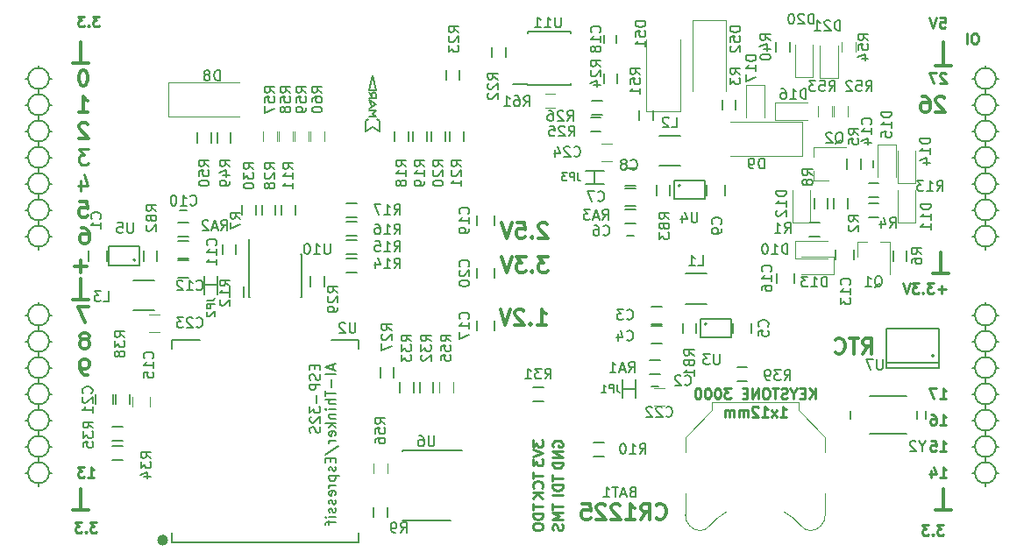
<source format=gbo>
G04 #@! TF.FileFunction,Legend,Bot*
%FSLAX46Y46*%
G04 Gerber Fmt 4.6, Leading zero omitted, Abs format (unit mm)*
G04 Created by KiCad (PCBNEW 4.0.7+dfsg1-1) date Sun Nov 12 22:07:03 2017*
%MOMM*%
%LPD*%
G01*
G04 APERTURE LIST*
%ADD10C,0.100000*%
%ADD11C,0.250000*%
%ADD12C,0.300000*%
%ADD13C,0.200000*%
%ADD14C,0.150000*%
%ADD15C,0.500000*%
%ADD16C,0.120000*%
%ADD17C,0.152400*%
G04 APERTURE END LIST*
D10*
D11*
X185873333Y-63412381D02*
X185682856Y-63412381D01*
X185587618Y-63460000D01*
X185492380Y-63555238D01*
X185444761Y-63745714D01*
X185444761Y-64079048D01*
X185492380Y-64269524D01*
X185587618Y-64364762D01*
X185682856Y-64412381D01*
X185873333Y-64412381D01*
X185968571Y-64364762D01*
X186063809Y-64269524D01*
X186111428Y-64079048D01*
X186111428Y-63745714D01*
X186063809Y-63555238D01*
X185968571Y-63460000D01*
X185873333Y-63412381D01*
X185016190Y-64412381D02*
X185016190Y-63412381D01*
D12*
X181984000Y-109426000D02*
X183508000Y-109426000D01*
X182746000Y-107394000D02*
X182746000Y-109426000D01*
D13*
X95370000Y-96726000D02*
X95370000Y-97234000D01*
X96386000Y-95710000D02*
X96640000Y-95710000D01*
X94354000Y-95710000D02*
X94100000Y-95710000D01*
X187826000Y-98250000D02*
X188080000Y-98250000D01*
X187826000Y-83010000D02*
X188080000Y-83010000D01*
X95370000Y-107140000D02*
X95370000Y-106886000D01*
X96386000Y-105870000D02*
X96640000Y-105870000D01*
X94354000Y-105870000D02*
X94100000Y-105870000D01*
X94354000Y-103330000D02*
X94100000Y-103330000D01*
X95370000Y-104346000D02*
X95370000Y-104854000D01*
X96386000Y-103330000D02*
X96640000Y-103330000D01*
X94354000Y-100790000D02*
X94100000Y-100790000D01*
X95370000Y-102314000D02*
X95370000Y-101806000D01*
X96386000Y-100790000D02*
X96640000Y-100790000D01*
X95370000Y-99266000D02*
X95370000Y-99774000D01*
X94354000Y-98250000D02*
X94100000Y-98250000D01*
X96386000Y-98250000D02*
X96640000Y-98250000D01*
X95370000Y-94186000D02*
X95370000Y-94694000D01*
X96386000Y-93170000D02*
X96640000Y-93170000D01*
X94354000Y-93170000D02*
X94100000Y-93170000D01*
X94354000Y-90630000D02*
X94100000Y-90630000D01*
X95370000Y-91646000D02*
X95370000Y-92154000D01*
X96640000Y-90630000D02*
X96386000Y-90630000D01*
X95370000Y-89360000D02*
X95370000Y-89614000D01*
X94354000Y-83010000D02*
X94100000Y-83010000D01*
X95370000Y-84280000D02*
X95370000Y-84026000D01*
X96386000Y-83010000D02*
X96640000Y-83010000D01*
X95370000Y-81486000D02*
X95370000Y-81994000D01*
X94354000Y-80470000D02*
X94100000Y-80470000D01*
X96640000Y-80470000D02*
X96386000Y-80470000D01*
X95370000Y-78946000D02*
X95370000Y-79454000D01*
X96386000Y-77930000D02*
X96640000Y-77930000D01*
X94354000Y-77930000D02*
X94100000Y-77930000D01*
X95370000Y-76406000D02*
X95370000Y-76914000D01*
X94354000Y-75390000D02*
X94100000Y-75390000D01*
X96386000Y-75390000D02*
X96640000Y-75390000D01*
X95370000Y-73866000D02*
X95370000Y-74374000D01*
X96386000Y-72850000D02*
X96640000Y-72850000D01*
X94100000Y-72850000D02*
X94354000Y-72850000D01*
X94354000Y-70310000D02*
X94100000Y-70310000D01*
X96640000Y-70310000D02*
X96386000Y-70310000D01*
X95370000Y-71326000D02*
X95370000Y-71834000D01*
X95370000Y-68786000D02*
X95370000Y-69294000D01*
X96386000Y-67770000D02*
X96640000Y-67770000D01*
X94354000Y-67770000D02*
X94100000Y-67770000D01*
X95370000Y-66500000D02*
X95370000Y-66754000D01*
X187826000Y-105870000D02*
X188080000Y-105870000D01*
X186810000Y-107140000D02*
X186810000Y-106886000D01*
X185540000Y-105870000D02*
X185794000Y-105870000D01*
X186810000Y-104346000D02*
X186810000Y-104854000D01*
X187826000Y-103330000D02*
X188080000Y-103330000D01*
X185540000Y-103330000D02*
X185794000Y-103330000D01*
X186810000Y-101806000D02*
X186810000Y-102314000D01*
X187826000Y-100790000D02*
X188080000Y-100790000D01*
X185540000Y-100790000D02*
X185794000Y-100790000D01*
X186810000Y-99266000D02*
X186810000Y-99774000D01*
X185540000Y-98250000D02*
X185794000Y-98250000D01*
X186810000Y-97234000D02*
X186810000Y-96726000D01*
X187826000Y-95710000D02*
X188080000Y-95710000D01*
X185540000Y-95710000D02*
X185794000Y-95710000D01*
X186810000Y-94694000D02*
X186810000Y-94186000D01*
X187826000Y-93170000D02*
X188080000Y-93170000D01*
X185540000Y-93170000D02*
X185794000Y-93170000D01*
X186810000Y-92154000D02*
X186810000Y-91646000D01*
X187826000Y-90630000D02*
X188080000Y-90630000D01*
X185540000Y-90630000D02*
X185794000Y-90630000D01*
X186810000Y-89360000D02*
X186810000Y-89614000D01*
X186810000Y-84280000D02*
X186810000Y-84026000D01*
X185540000Y-83010000D02*
X185794000Y-83010000D01*
X186810000Y-81994000D02*
X186810000Y-81486000D01*
X185794000Y-80470000D02*
X185540000Y-80470000D01*
X187826000Y-80470000D02*
X188080000Y-80470000D01*
X186810000Y-78946000D02*
X186810000Y-79454000D01*
X185794000Y-77930000D02*
X185540000Y-77930000D01*
X187826000Y-77930000D02*
X188080000Y-77930000D01*
X186810000Y-76406000D02*
X186810000Y-76914000D01*
X186810000Y-73866000D02*
X186810000Y-74374000D01*
X185794000Y-75390000D02*
X185540000Y-75390000D01*
X187826000Y-75390000D02*
X188080000Y-75390000D01*
X187826000Y-72850000D02*
X188080000Y-72850000D01*
X185540000Y-72850000D02*
X185794000Y-72850000D01*
X186810000Y-71834000D02*
X186810000Y-71326000D01*
X187826000Y-70310000D02*
X188080000Y-70310000D01*
X185540000Y-70310000D02*
X185794000Y-70310000D01*
X187826000Y-67770000D02*
X188080000Y-67770000D01*
X186810000Y-68786000D02*
X186810000Y-69294000D01*
X185540000Y-67770000D02*
X185794000Y-67770000D01*
X186810000Y-66500000D02*
X186810000Y-66754000D01*
X187826000Y-67770000D02*
G75*
G03X187826000Y-67770000I-1016000J0D01*
G01*
X187826000Y-70310000D02*
G75*
G03X187826000Y-70310000I-1016000J0D01*
G01*
X187826000Y-72850000D02*
G75*
G03X187826000Y-72850000I-1016000J0D01*
G01*
X187826000Y-75390000D02*
G75*
G03X187826000Y-75390000I-1016000J0D01*
G01*
X187826000Y-77930000D02*
G75*
G03X187826000Y-77930000I-1016000J0D01*
G01*
X187826000Y-80470000D02*
G75*
G03X187826000Y-80470000I-1016000J0D01*
G01*
X187826000Y-83010000D02*
G75*
G03X187826000Y-83010000I-1016000J0D01*
G01*
X187826000Y-90630000D02*
G75*
G03X187826000Y-90630000I-1016000J0D01*
G01*
X187826000Y-93170000D02*
G75*
G03X187826000Y-93170000I-1016000J0D01*
G01*
X187826000Y-95710000D02*
G75*
G03X187826000Y-95710000I-1016000J0D01*
G01*
X187826000Y-98250000D02*
G75*
G03X187826000Y-98250000I-1016000J0D01*
G01*
X187826000Y-100790000D02*
G75*
G03X187826000Y-100790000I-1016000J0D01*
G01*
X187826000Y-103330000D02*
G75*
G03X187826000Y-103330000I-1016000J0D01*
G01*
X187826000Y-105870000D02*
G75*
G03X187826000Y-105870000I-1016000J0D01*
G01*
X96386000Y-105870000D02*
G75*
G03X96386000Y-105870000I-1016000J0D01*
G01*
X96386000Y-103330000D02*
G75*
G03X96386000Y-103330000I-1016000J0D01*
G01*
X96386000Y-100790000D02*
G75*
G03X96386000Y-100790000I-1016000J0D01*
G01*
X96386000Y-98250000D02*
G75*
G03X96386000Y-98250000I-1016000J0D01*
G01*
X96386000Y-95710000D02*
G75*
G03X96386000Y-95710000I-1016000J0D01*
G01*
X96386000Y-93170000D02*
G75*
G03X96386000Y-93170000I-1016000J0D01*
G01*
X96386000Y-90630000D02*
G75*
G03X96386000Y-90630000I-1016000J0D01*
G01*
X96386000Y-83010000D02*
G75*
G03X96386000Y-83010000I-1016000J0D01*
G01*
X96386000Y-80470000D02*
G75*
G03X96386000Y-80470000I-1016000J0D01*
G01*
X96386000Y-77930000D02*
G75*
G03X96386000Y-77930000I-1016000J0D01*
G01*
X96386000Y-75390000D02*
G75*
G03X96386000Y-75390000I-1016000J0D01*
G01*
X96386000Y-72850000D02*
G75*
G03X96386000Y-72850000I-1016000J0D01*
G01*
X96386000Y-70310000D02*
G75*
G03X96386000Y-70310000I-1016000J0D01*
G01*
X96386000Y-67770000D02*
G75*
G03X96386000Y-67770000I-1016000J0D01*
G01*
D11*
X182428476Y-61888381D02*
X182904667Y-61888381D01*
X182952286Y-62364571D01*
X182904667Y-62316952D01*
X182809429Y-62269333D01*
X182571333Y-62269333D01*
X182476095Y-62316952D01*
X182428476Y-62364571D01*
X182380857Y-62459810D01*
X182380857Y-62697905D01*
X182428476Y-62793143D01*
X182476095Y-62840762D01*
X182571333Y-62888381D01*
X182809429Y-62888381D01*
X182904667Y-62840762D01*
X182952286Y-62793143D01*
X182095143Y-61888381D02*
X181761810Y-62888381D01*
X181428476Y-61888381D01*
D12*
X181984000Y-66500000D02*
X183508000Y-66500000D01*
X182746000Y-64214000D02*
X182746000Y-66500000D01*
D11*
X182999905Y-67317619D02*
X182952286Y-67270000D01*
X182857048Y-67222381D01*
X182618952Y-67222381D01*
X182523714Y-67270000D01*
X182476095Y-67317619D01*
X182428476Y-67412857D01*
X182428476Y-67508095D01*
X182476095Y-67650952D01*
X183047524Y-68222381D01*
X182428476Y-68222381D01*
X182095143Y-67222381D02*
X181428476Y-67222381D01*
X181857048Y-68222381D01*
D12*
X182872857Y-69631429D02*
X182801428Y-69560000D01*
X182658571Y-69488571D01*
X182301428Y-69488571D01*
X182158571Y-69560000D01*
X182087142Y-69631429D01*
X182015714Y-69774286D01*
X182015714Y-69917143D01*
X182087142Y-70131429D01*
X182944285Y-70988571D01*
X182015714Y-70988571D01*
X180730000Y-69488571D02*
X181015714Y-69488571D01*
X181158571Y-69560000D01*
X181230000Y-69631429D01*
X181372857Y-69845714D01*
X181444286Y-70131429D01*
X181444286Y-70702857D01*
X181372857Y-70845714D01*
X181301429Y-70917143D01*
X181158571Y-70988571D01*
X180872857Y-70988571D01*
X180730000Y-70917143D01*
X180658571Y-70845714D01*
X180587143Y-70702857D01*
X180587143Y-70345714D01*
X180658571Y-70202857D01*
X180730000Y-70131429D01*
X180872857Y-70060000D01*
X181158571Y-70060000D01*
X181301429Y-70131429D01*
X181372857Y-70202857D01*
X181444286Y-70345714D01*
X181730000Y-86566000D02*
X183254000Y-86566000D01*
X182492000Y-84534000D02*
X182492000Y-86566000D01*
D11*
X182968000Y-88161429D02*
X182206095Y-88161429D01*
X182587047Y-88542381D02*
X182587047Y-87780476D01*
X181825143Y-87542381D02*
X181206095Y-87542381D01*
X181539429Y-87923333D01*
X181396571Y-87923333D01*
X181301333Y-87970952D01*
X181253714Y-88018571D01*
X181206095Y-88113810D01*
X181206095Y-88351905D01*
X181253714Y-88447143D01*
X181301333Y-88494762D01*
X181396571Y-88542381D01*
X181682286Y-88542381D01*
X181777524Y-88494762D01*
X181825143Y-88447143D01*
X180777524Y-88447143D02*
X180729905Y-88494762D01*
X180777524Y-88542381D01*
X180825143Y-88494762D01*
X180777524Y-88447143D01*
X180777524Y-88542381D01*
X180396572Y-87542381D02*
X179777524Y-87542381D01*
X180110858Y-87923333D01*
X179968000Y-87923333D01*
X179872762Y-87970952D01*
X179825143Y-88018571D01*
X179777524Y-88113810D01*
X179777524Y-88351905D01*
X179825143Y-88447143D01*
X179872762Y-88494762D01*
X179968000Y-88542381D01*
X180253715Y-88542381D01*
X180348953Y-88494762D01*
X180396572Y-88447143D01*
X179491810Y-87542381D02*
X179158477Y-88542381D01*
X178825143Y-87542381D01*
X182428476Y-98702381D02*
X182999905Y-98702381D01*
X182714191Y-98702381D02*
X182714191Y-97702381D01*
X182809429Y-97845238D01*
X182904667Y-97940476D01*
X182999905Y-97988095D01*
X182095143Y-97702381D02*
X181428476Y-97702381D01*
X181857048Y-98702381D01*
X182428476Y-101242381D02*
X182999905Y-101242381D01*
X182714191Y-101242381D02*
X182714191Y-100242381D01*
X182809429Y-100385238D01*
X182904667Y-100480476D01*
X182999905Y-100528095D01*
X181571333Y-100242381D02*
X181761810Y-100242381D01*
X181857048Y-100290000D01*
X181904667Y-100337619D01*
X181999905Y-100480476D01*
X182047524Y-100670952D01*
X182047524Y-101051905D01*
X181999905Y-101147143D01*
X181952286Y-101194762D01*
X181857048Y-101242381D01*
X181666571Y-101242381D01*
X181571333Y-101194762D01*
X181523714Y-101147143D01*
X181476095Y-101051905D01*
X181476095Y-100813810D01*
X181523714Y-100718571D01*
X181571333Y-100670952D01*
X181666571Y-100623333D01*
X181857048Y-100623333D01*
X181952286Y-100670952D01*
X181999905Y-100718571D01*
X182047524Y-100813810D01*
X182428476Y-103782381D02*
X182999905Y-103782381D01*
X182714191Y-103782381D02*
X182714191Y-102782381D01*
X182809429Y-102925238D01*
X182904667Y-103020476D01*
X182999905Y-103068095D01*
X181523714Y-102782381D02*
X181999905Y-102782381D01*
X182047524Y-103258571D01*
X181999905Y-103210952D01*
X181904667Y-103163333D01*
X181666571Y-103163333D01*
X181571333Y-103210952D01*
X181523714Y-103258571D01*
X181476095Y-103353810D01*
X181476095Y-103591905D01*
X181523714Y-103687143D01*
X181571333Y-103734762D01*
X181666571Y-103782381D01*
X181904667Y-103782381D01*
X181999905Y-103734762D01*
X182047524Y-103687143D01*
X182428476Y-106322381D02*
X182999905Y-106322381D01*
X182714191Y-106322381D02*
X182714191Y-105322381D01*
X182809429Y-105465238D01*
X182904667Y-105560476D01*
X182999905Y-105608095D01*
X181571333Y-105655714D02*
X181571333Y-106322381D01*
X181809429Y-105274762D02*
X182047524Y-105989048D01*
X181428476Y-105989048D01*
X182777619Y-110910381D02*
X182158571Y-110910381D01*
X182491905Y-111291333D01*
X182349047Y-111291333D01*
X182253809Y-111338952D01*
X182206190Y-111386571D01*
X182158571Y-111481810D01*
X182158571Y-111719905D01*
X182206190Y-111815143D01*
X182253809Y-111862762D01*
X182349047Y-111910381D01*
X182634762Y-111910381D01*
X182730000Y-111862762D01*
X182777619Y-111815143D01*
X181730000Y-111815143D02*
X181682381Y-111862762D01*
X181730000Y-111910381D01*
X181777619Y-111862762D01*
X181730000Y-111815143D01*
X181730000Y-111910381D01*
X181349048Y-110910381D02*
X180730000Y-110910381D01*
X181063334Y-111291333D01*
X180920476Y-111291333D01*
X180825238Y-111338952D01*
X180777619Y-111386571D01*
X180730000Y-111481810D01*
X180730000Y-111719905D01*
X180777619Y-111815143D01*
X180825238Y-111862762D01*
X180920476Y-111910381D01*
X181206191Y-111910381D01*
X181301429Y-111862762D01*
X181349048Y-111815143D01*
D12*
X100196000Y-109426000D02*
X98672000Y-109426000D01*
X99434000Y-107394000D02*
X99434000Y-109426000D01*
X98672000Y-89106000D02*
X100196000Y-89106000D01*
X99434000Y-87074000D02*
X99434000Y-89106000D01*
X98672000Y-66246000D02*
X100196000Y-66246000D01*
X99434000Y-64214000D02*
X99434000Y-66246000D01*
D11*
X100989619Y-110656381D02*
X100370571Y-110656381D01*
X100703905Y-111037333D01*
X100561047Y-111037333D01*
X100465809Y-111084952D01*
X100418190Y-111132571D01*
X100370571Y-111227810D01*
X100370571Y-111465905D01*
X100418190Y-111561143D01*
X100465809Y-111608762D01*
X100561047Y-111656381D01*
X100846762Y-111656381D01*
X100942000Y-111608762D01*
X100989619Y-111561143D01*
X99942000Y-111561143D02*
X99894381Y-111608762D01*
X99942000Y-111656381D01*
X99989619Y-111608762D01*
X99942000Y-111561143D01*
X99942000Y-111656381D01*
X99561048Y-110656381D02*
X98942000Y-110656381D01*
X99275334Y-111037333D01*
X99132476Y-111037333D01*
X99037238Y-111084952D01*
X98989619Y-111132571D01*
X98942000Y-111227810D01*
X98942000Y-111465905D01*
X98989619Y-111561143D01*
X99037238Y-111608762D01*
X99132476Y-111656381D01*
X99418191Y-111656381D01*
X99513429Y-111608762D01*
X99561048Y-111561143D01*
X100132476Y-106322381D02*
X100703905Y-106322381D01*
X100418191Y-106322381D02*
X100418191Y-105322381D01*
X100513429Y-105465238D01*
X100608667Y-105560476D01*
X100703905Y-105608095D01*
X99799143Y-105322381D02*
X99180095Y-105322381D01*
X99513429Y-105703333D01*
X99370571Y-105703333D01*
X99275333Y-105750952D01*
X99227714Y-105798571D01*
X99180095Y-105893810D01*
X99180095Y-106131905D01*
X99227714Y-106227143D01*
X99275333Y-106274762D01*
X99370571Y-106322381D01*
X99656286Y-106322381D01*
X99751524Y-106274762D01*
X99799143Y-106227143D01*
D12*
X100100714Y-96388571D02*
X99814999Y-96388571D01*
X99672142Y-96317143D01*
X99600714Y-96245714D01*
X99457856Y-96031429D01*
X99386428Y-95745714D01*
X99386428Y-95174286D01*
X99457856Y-95031429D01*
X99529285Y-94960000D01*
X99672142Y-94888571D01*
X99957856Y-94888571D01*
X100100714Y-94960000D01*
X100172142Y-95031429D01*
X100243571Y-95174286D01*
X100243571Y-95531429D01*
X100172142Y-95674286D01*
X100100714Y-95745714D01*
X99957856Y-95817143D01*
X99672142Y-95817143D01*
X99529285Y-95745714D01*
X99457856Y-95674286D01*
X99386428Y-95531429D01*
X99957856Y-92991429D02*
X100100714Y-92920000D01*
X100172142Y-92848571D01*
X100243571Y-92705714D01*
X100243571Y-92634286D01*
X100172142Y-92491429D01*
X100100714Y-92420000D01*
X99957856Y-92348571D01*
X99672142Y-92348571D01*
X99529285Y-92420000D01*
X99457856Y-92491429D01*
X99386428Y-92634286D01*
X99386428Y-92705714D01*
X99457856Y-92848571D01*
X99529285Y-92920000D01*
X99672142Y-92991429D01*
X99957856Y-92991429D01*
X100100714Y-93062857D01*
X100172142Y-93134286D01*
X100243571Y-93277143D01*
X100243571Y-93562857D01*
X100172142Y-93705714D01*
X100100714Y-93777143D01*
X99957856Y-93848571D01*
X99672142Y-93848571D01*
X99529285Y-93777143D01*
X99457856Y-93705714D01*
X99386428Y-93562857D01*
X99386428Y-93277143D01*
X99457856Y-93134286D01*
X99529285Y-93062857D01*
X99672142Y-92991429D01*
X100187999Y-89808571D02*
X99187999Y-89808571D01*
X99830856Y-91308571D01*
X100005428Y-85911143D02*
X98862571Y-85911143D01*
X99434000Y-86482571D02*
X99434000Y-85339714D01*
X99529285Y-82188571D02*
X99814999Y-82188571D01*
X99957856Y-82260000D01*
X100029285Y-82331429D01*
X100172142Y-82545714D01*
X100243571Y-82831429D01*
X100243571Y-83402857D01*
X100172142Y-83545714D01*
X100100714Y-83617143D01*
X99957856Y-83688571D01*
X99672142Y-83688571D01*
X99529285Y-83617143D01*
X99457856Y-83545714D01*
X99386428Y-83402857D01*
X99386428Y-83045714D01*
X99457856Y-82902857D01*
X99529285Y-82831429D01*
X99672142Y-82760000D01*
X99957856Y-82760000D01*
X100100714Y-82831429D01*
X100172142Y-82902857D01*
X100243571Y-83045714D01*
X99330856Y-79648571D02*
X100045142Y-79648571D01*
X100116571Y-80362857D01*
X100045142Y-80291429D01*
X99902285Y-80220000D01*
X99545142Y-80220000D01*
X99402285Y-80291429D01*
X99330856Y-80362857D01*
X99259428Y-80505714D01*
X99259428Y-80862857D01*
X99330856Y-81005714D01*
X99402285Y-81077143D01*
X99545142Y-81148571D01*
X99902285Y-81148571D01*
X100045142Y-81077143D01*
X100116571Y-81005714D01*
D11*
X99402285Y-77608571D02*
X99402285Y-78608571D01*
X99759428Y-77037143D02*
X100116571Y-78108571D01*
X99187999Y-78108571D01*
X100187999Y-74568571D02*
X99259428Y-74568571D01*
X99759428Y-75140000D01*
X99545142Y-75140000D01*
X99402285Y-75211429D01*
X99330856Y-75282857D01*
X99259428Y-75425714D01*
X99259428Y-75782857D01*
X99330856Y-75925714D01*
X99402285Y-75997143D01*
X99545142Y-76068571D01*
X99973714Y-76068571D01*
X100116571Y-75997143D01*
X100187999Y-75925714D01*
D12*
X100116571Y-72171429D02*
X100045142Y-72100000D01*
X99902285Y-72028571D01*
X99545142Y-72028571D01*
X99402285Y-72100000D01*
X99330856Y-72171429D01*
X99259428Y-72314286D01*
X99259428Y-72457143D01*
X99330856Y-72671429D01*
X100187999Y-73528571D01*
X99259428Y-73528571D01*
X99259428Y-70988571D02*
X100116571Y-70988571D01*
X99687999Y-70988571D02*
X99687999Y-69488571D01*
X99830856Y-69702857D01*
X99973714Y-69845714D01*
X100116571Y-69917143D01*
X99759428Y-66948571D02*
X99616571Y-66948571D01*
X99473714Y-67020000D01*
X99402285Y-67091429D01*
X99330856Y-67234286D01*
X99259428Y-67520000D01*
X99259428Y-67877143D01*
X99330856Y-68162857D01*
X99402285Y-68305714D01*
X99473714Y-68377143D01*
X99616571Y-68448571D01*
X99759428Y-68448571D01*
X99902285Y-68377143D01*
X99973714Y-68305714D01*
X100045142Y-68162857D01*
X100116571Y-67877143D01*
X100116571Y-67520000D01*
X100045142Y-67234286D01*
X99973714Y-67091429D01*
X99902285Y-67020000D01*
X99759428Y-66948571D01*
D11*
X101243619Y-61761381D02*
X100624571Y-61761381D01*
X100957905Y-62142333D01*
X100815047Y-62142333D01*
X100719809Y-62189952D01*
X100672190Y-62237571D01*
X100624571Y-62332810D01*
X100624571Y-62570905D01*
X100672190Y-62666143D01*
X100719809Y-62713762D01*
X100815047Y-62761381D01*
X101100762Y-62761381D01*
X101196000Y-62713762D01*
X101243619Y-62666143D01*
X100196000Y-62666143D02*
X100148381Y-62713762D01*
X100196000Y-62761381D01*
X100243619Y-62713762D01*
X100196000Y-62666143D01*
X100196000Y-62761381D01*
X99815048Y-61761381D02*
X99196000Y-61761381D01*
X99529334Y-62142333D01*
X99386476Y-62142333D01*
X99291238Y-62189952D01*
X99243619Y-62237571D01*
X99196000Y-62332810D01*
X99196000Y-62570905D01*
X99243619Y-62666143D01*
X99291238Y-62713762D01*
X99386476Y-62761381D01*
X99672191Y-62761381D01*
X99767429Y-62713762D01*
X99815048Y-62666143D01*
X170370715Y-98716381D02*
X170370715Y-97716381D01*
X169799286Y-98716381D02*
X170227858Y-98144952D01*
X169799286Y-97716381D02*
X170370715Y-98287810D01*
X169370715Y-98192571D02*
X169037381Y-98192571D01*
X168894524Y-98716381D02*
X169370715Y-98716381D01*
X169370715Y-97716381D01*
X168894524Y-97716381D01*
X168275477Y-98240190D02*
X168275477Y-98716381D01*
X168608810Y-97716381D02*
X168275477Y-98240190D01*
X167942143Y-97716381D01*
X167656429Y-98668762D02*
X167513572Y-98716381D01*
X167275476Y-98716381D01*
X167180238Y-98668762D01*
X167132619Y-98621143D01*
X167085000Y-98525905D01*
X167085000Y-98430667D01*
X167132619Y-98335429D01*
X167180238Y-98287810D01*
X167275476Y-98240190D01*
X167465953Y-98192571D01*
X167561191Y-98144952D01*
X167608810Y-98097333D01*
X167656429Y-98002095D01*
X167656429Y-97906857D01*
X167608810Y-97811619D01*
X167561191Y-97764000D01*
X167465953Y-97716381D01*
X167227857Y-97716381D01*
X167085000Y-97764000D01*
X166799286Y-97716381D02*
X166227857Y-97716381D01*
X166513572Y-98716381D02*
X166513572Y-97716381D01*
X165704048Y-97716381D02*
X165513571Y-97716381D01*
X165418333Y-97764000D01*
X165323095Y-97859238D01*
X165275476Y-98049714D01*
X165275476Y-98383048D01*
X165323095Y-98573524D01*
X165418333Y-98668762D01*
X165513571Y-98716381D01*
X165704048Y-98716381D01*
X165799286Y-98668762D01*
X165894524Y-98573524D01*
X165942143Y-98383048D01*
X165942143Y-98049714D01*
X165894524Y-97859238D01*
X165799286Y-97764000D01*
X165704048Y-97716381D01*
X164846905Y-98716381D02*
X164846905Y-97716381D01*
X164275476Y-98716381D01*
X164275476Y-97716381D01*
X163799286Y-98192571D02*
X163465952Y-98192571D01*
X163323095Y-98716381D02*
X163799286Y-98716381D01*
X163799286Y-97716381D01*
X163323095Y-97716381D01*
X162227857Y-97716381D02*
X161608809Y-97716381D01*
X161942143Y-98097333D01*
X161799285Y-98097333D01*
X161704047Y-98144952D01*
X161656428Y-98192571D01*
X161608809Y-98287810D01*
X161608809Y-98525905D01*
X161656428Y-98621143D01*
X161704047Y-98668762D01*
X161799285Y-98716381D01*
X162085000Y-98716381D01*
X162180238Y-98668762D01*
X162227857Y-98621143D01*
X160989762Y-97716381D02*
X160894523Y-97716381D01*
X160799285Y-97764000D01*
X160751666Y-97811619D01*
X160704047Y-97906857D01*
X160656428Y-98097333D01*
X160656428Y-98335429D01*
X160704047Y-98525905D01*
X160751666Y-98621143D01*
X160799285Y-98668762D01*
X160894523Y-98716381D01*
X160989762Y-98716381D01*
X161085000Y-98668762D01*
X161132619Y-98621143D01*
X161180238Y-98525905D01*
X161227857Y-98335429D01*
X161227857Y-98097333D01*
X161180238Y-97906857D01*
X161132619Y-97811619D01*
X161085000Y-97764000D01*
X160989762Y-97716381D01*
X160037381Y-97716381D02*
X159942142Y-97716381D01*
X159846904Y-97764000D01*
X159799285Y-97811619D01*
X159751666Y-97906857D01*
X159704047Y-98097333D01*
X159704047Y-98335429D01*
X159751666Y-98525905D01*
X159799285Y-98621143D01*
X159846904Y-98668762D01*
X159942142Y-98716381D01*
X160037381Y-98716381D01*
X160132619Y-98668762D01*
X160180238Y-98621143D01*
X160227857Y-98525905D01*
X160275476Y-98335429D01*
X160275476Y-98097333D01*
X160227857Y-97906857D01*
X160180238Y-97811619D01*
X160132619Y-97764000D01*
X160037381Y-97716381D01*
X159085000Y-97716381D02*
X158989761Y-97716381D01*
X158894523Y-97764000D01*
X158846904Y-97811619D01*
X158799285Y-97906857D01*
X158751666Y-98097333D01*
X158751666Y-98335429D01*
X158799285Y-98525905D01*
X158846904Y-98621143D01*
X158894523Y-98668762D01*
X158989761Y-98716381D01*
X159085000Y-98716381D01*
X159180238Y-98668762D01*
X159227857Y-98621143D01*
X159275476Y-98525905D01*
X159323095Y-98335429D01*
X159323095Y-98097333D01*
X159275476Y-97906857D01*
X159227857Y-97811619D01*
X159180238Y-97764000D01*
X159085000Y-97716381D01*
X166989761Y-100466381D02*
X167561190Y-100466381D01*
X167275476Y-100466381D02*
X167275476Y-99466381D01*
X167370714Y-99609238D01*
X167465952Y-99704476D01*
X167561190Y-99752095D01*
X166656428Y-100466381D02*
X166132618Y-99799714D01*
X166656428Y-99799714D02*
X166132618Y-100466381D01*
X165227856Y-100466381D02*
X165799285Y-100466381D01*
X165513571Y-100466381D02*
X165513571Y-99466381D01*
X165608809Y-99609238D01*
X165704047Y-99704476D01*
X165799285Y-99752095D01*
X164846904Y-99561619D02*
X164799285Y-99514000D01*
X164704047Y-99466381D01*
X164465951Y-99466381D01*
X164370713Y-99514000D01*
X164323094Y-99561619D01*
X164275475Y-99656857D01*
X164275475Y-99752095D01*
X164323094Y-99894952D01*
X164894523Y-100466381D01*
X164275475Y-100466381D01*
X163846904Y-100466381D02*
X163846904Y-99799714D01*
X163846904Y-99894952D02*
X163799285Y-99847333D01*
X163704047Y-99799714D01*
X163561189Y-99799714D01*
X163465951Y-99847333D01*
X163418332Y-99942571D01*
X163418332Y-100466381D01*
X163418332Y-99942571D02*
X163370713Y-99847333D01*
X163275475Y-99799714D01*
X163132618Y-99799714D01*
X163037380Y-99847333D01*
X162989761Y-99942571D01*
X162989761Y-100466381D01*
X162513571Y-100466381D02*
X162513571Y-99799714D01*
X162513571Y-99894952D02*
X162465952Y-99847333D01*
X162370714Y-99799714D01*
X162227856Y-99799714D01*
X162132618Y-99847333D01*
X162084999Y-99942571D01*
X162084999Y-100466381D01*
X162084999Y-99942571D02*
X162037380Y-99847333D01*
X161942142Y-99799714D01*
X161799285Y-99799714D01*
X161704047Y-99847333D01*
X161656428Y-99942571D01*
X161656428Y-100466381D01*
D12*
X155027856Y-110215714D02*
X155099285Y-110287143D01*
X155313571Y-110358571D01*
X155456428Y-110358571D01*
X155670713Y-110287143D01*
X155813571Y-110144286D01*
X155884999Y-110001429D01*
X155956428Y-109715714D01*
X155956428Y-109501429D01*
X155884999Y-109215714D01*
X155813571Y-109072857D01*
X155670713Y-108930000D01*
X155456428Y-108858571D01*
X155313571Y-108858571D01*
X155099285Y-108930000D01*
X155027856Y-109001429D01*
X153527856Y-110358571D02*
X154027856Y-109644286D01*
X154384999Y-110358571D02*
X154384999Y-108858571D01*
X153813571Y-108858571D01*
X153670713Y-108930000D01*
X153599285Y-109001429D01*
X153527856Y-109144286D01*
X153527856Y-109358571D01*
X153599285Y-109501429D01*
X153670713Y-109572857D01*
X153813571Y-109644286D01*
X154384999Y-109644286D01*
X152099285Y-110358571D02*
X152956428Y-110358571D01*
X152527856Y-110358571D02*
X152527856Y-108858571D01*
X152670713Y-109072857D01*
X152813571Y-109215714D01*
X152956428Y-109287143D01*
X151527857Y-109001429D02*
X151456428Y-108930000D01*
X151313571Y-108858571D01*
X150956428Y-108858571D01*
X150813571Y-108930000D01*
X150742142Y-109001429D01*
X150670714Y-109144286D01*
X150670714Y-109287143D01*
X150742142Y-109501429D01*
X151599285Y-110358571D01*
X150670714Y-110358571D01*
X150099286Y-109001429D02*
X150027857Y-108930000D01*
X149885000Y-108858571D01*
X149527857Y-108858571D01*
X149385000Y-108930000D01*
X149313571Y-109001429D01*
X149242143Y-109144286D01*
X149242143Y-109287143D01*
X149313571Y-109501429D01*
X150170714Y-110358571D01*
X149242143Y-110358571D01*
X147885000Y-108858571D02*
X148599286Y-108858571D01*
X148670715Y-109572857D01*
X148599286Y-109501429D01*
X148456429Y-109430000D01*
X148099286Y-109430000D01*
X147956429Y-109501429D01*
X147885000Y-109572857D01*
X147813572Y-109715714D01*
X147813572Y-110072857D01*
X147885000Y-110215714D01*
X147956429Y-110287143D01*
X148099286Y-110358571D01*
X148456429Y-110358571D01*
X148599286Y-110287143D01*
X148670715Y-110215714D01*
X144502857Y-81823429D02*
X144431428Y-81752000D01*
X144288571Y-81680571D01*
X143931428Y-81680571D01*
X143788571Y-81752000D01*
X143717142Y-81823429D01*
X143645714Y-81966286D01*
X143645714Y-82109143D01*
X143717142Y-82323429D01*
X144574285Y-83180571D01*
X143645714Y-83180571D01*
X143002857Y-83037714D02*
X142931429Y-83109143D01*
X143002857Y-83180571D01*
X143074286Y-83109143D01*
X143002857Y-83037714D01*
X143002857Y-83180571D01*
X141574285Y-81680571D02*
X142288571Y-81680571D01*
X142360000Y-82394857D01*
X142288571Y-82323429D01*
X142145714Y-82252000D01*
X141788571Y-82252000D01*
X141645714Y-82323429D01*
X141574285Y-82394857D01*
X141502857Y-82537714D01*
X141502857Y-82894857D01*
X141574285Y-83037714D01*
X141645714Y-83109143D01*
X141788571Y-83180571D01*
X142145714Y-83180571D01*
X142288571Y-83109143D01*
X142360000Y-83037714D01*
X141074286Y-81680571D02*
X140574286Y-83180571D01*
X140074286Y-81680571D01*
X144574285Y-84982571D02*
X143645714Y-84982571D01*
X144145714Y-85554000D01*
X143931428Y-85554000D01*
X143788571Y-85625429D01*
X143717142Y-85696857D01*
X143645714Y-85839714D01*
X143645714Y-86196857D01*
X143717142Y-86339714D01*
X143788571Y-86411143D01*
X143931428Y-86482571D01*
X144360000Y-86482571D01*
X144502857Y-86411143D01*
X144574285Y-86339714D01*
X143002857Y-86339714D02*
X142931429Y-86411143D01*
X143002857Y-86482571D01*
X143074286Y-86411143D01*
X143002857Y-86339714D01*
X143002857Y-86482571D01*
X142431428Y-84982571D02*
X141502857Y-84982571D01*
X142002857Y-85554000D01*
X141788571Y-85554000D01*
X141645714Y-85625429D01*
X141574285Y-85696857D01*
X141502857Y-85839714D01*
X141502857Y-86196857D01*
X141574285Y-86339714D01*
X141645714Y-86411143D01*
X141788571Y-86482571D01*
X142217143Y-86482571D01*
X142360000Y-86411143D01*
X142431428Y-86339714D01*
X141074286Y-84982571D02*
X140574286Y-86482571D01*
X140074286Y-84982571D01*
X143518714Y-91562571D02*
X144375857Y-91562571D01*
X143947285Y-91562571D02*
X143947285Y-90062571D01*
X144090142Y-90276857D01*
X144233000Y-90419714D01*
X144375857Y-90491143D01*
X142875857Y-91419714D02*
X142804429Y-91491143D01*
X142875857Y-91562571D01*
X142947286Y-91491143D01*
X142875857Y-91419714D01*
X142875857Y-91562571D01*
X142233000Y-90205429D02*
X142161571Y-90134000D01*
X142018714Y-90062571D01*
X141661571Y-90062571D01*
X141518714Y-90134000D01*
X141447285Y-90205429D01*
X141375857Y-90348286D01*
X141375857Y-90491143D01*
X141447285Y-90705429D01*
X142304428Y-91562571D01*
X141375857Y-91562571D01*
X140947286Y-90062571D02*
X140447286Y-91562571D01*
X139947286Y-90062571D01*
D11*
X143082381Y-105854286D02*
X143082381Y-106425715D01*
X144082381Y-106140000D02*
X143082381Y-106140000D01*
X143987143Y-107330477D02*
X144034762Y-107282858D01*
X144082381Y-107140001D01*
X144082381Y-107044763D01*
X144034762Y-106901905D01*
X143939524Y-106806667D01*
X143844286Y-106759048D01*
X143653810Y-106711429D01*
X143510952Y-106711429D01*
X143320476Y-106759048D01*
X143225238Y-106806667D01*
X143130000Y-106901905D01*
X143082381Y-107044763D01*
X143082381Y-107140001D01*
X143130000Y-107282858D01*
X143177619Y-107330477D01*
X144082381Y-107759048D02*
X143082381Y-107759048D01*
X144082381Y-108330477D02*
X143510952Y-107901905D01*
X143082381Y-108330477D02*
X143653810Y-107759048D01*
X143082381Y-102726905D02*
X143082381Y-103345953D01*
X143463333Y-103012619D01*
X143463333Y-103155477D01*
X143510952Y-103250715D01*
X143558571Y-103298334D01*
X143653810Y-103345953D01*
X143891905Y-103345953D01*
X143987143Y-103298334D01*
X144034762Y-103250715D01*
X144082381Y-103155477D01*
X144082381Y-102869762D01*
X144034762Y-102774524D01*
X143987143Y-102726905D01*
X143082381Y-103631667D02*
X144082381Y-103965000D01*
X143082381Y-104298334D01*
X143082381Y-104536429D02*
X143082381Y-105155477D01*
X143463333Y-104822143D01*
X143463333Y-104965001D01*
X143510952Y-105060239D01*
X143558571Y-105107858D01*
X143653810Y-105155477D01*
X143891905Y-105155477D01*
X143987143Y-105107858D01*
X144034762Y-105060239D01*
X144082381Y-104965001D01*
X144082381Y-104679286D01*
X144034762Y-104584048D01*
X143987143Y-104536429D01*
X143082381Y-108878476D02*
X143082381Y-109449905D01*
X144082381Y-109164190D02*
X143082381Y-109164190D01*
X144082381Y-109783238D02*
X143082381Y-109783238D01*
X143082381Y-110021333D01*
X143130000Y-110164191D01*
X143225238Y-110259429D01*
X143320476Y-110307048D01*
X143510952Y-110354667D01*
X143653810Y-110354667D01*
X143844286Y-110307048D01*
X143939524Y-110259429D01*
X144034762Y-110164191D01*
X144082381Y-110021333D01*
X144082381Y-109783238D01*
X143082381Y-110973714D02*
X143082381Y-111164191D01*
X143130000Y-111259429D01*
X143225238Y-111354667D01*
X143415714Y-111402286D01*
X143749048Y-111402286D01*
X143939524Y-111354667D01*
X144034762Y-111259429D01*
X144082381Y-111164191D01*
X144082381Y-110973714D01*
X144034762Y-110878476D01*
X143939524Y-110783238D01*
X143749048Y-110735619D01*
X143415714Y-110735619D01*
X143225238Y-110783238D01*
X143130000Y-110878476D01*
X143082381Y-110973714D01*
X145035000Y-103330096D02*
X144987381Y-103234858D01*
X144987381Y-103092001D01*
X145035000Y-102949143D01*
X145130238Y-102853905D01*
X145225476Y-102806286D01*
X145415952Y-102758667D01*
X145558810Y-102758667D01*
X145749286Y-102806286D01*
X145844524Y-102853905D01*
X145939762Y-102949143D01*
X145987381Y-103092001D01*
X145987381Y-103187239D01*
X145939762Y-103330096D01*
X145892143Y-103377715D01*
X145558810Y-103377715D01*
X145558810Y-103187239D01*
X145987381Y-103806286D02*
X144987381Y-103806286D01*
X145987381Y-104377715D01*
X144987381Y-104377715D01*
X145987381Y-104853905D02*
X144987381Y-104853905D01*
X144987381Y-105092000D01*
X145035000Y-105234858D01*
X145130238Y-105330096D01*
X145225476Y-105377715D01*
X145415952Y-105425334D01*
X145558810Y-105425334D01*
X145749286Y-105377715D01*
X145844524Y-105330096D01*
X145939762Y-105234858D01*
X145987381Y-105092000D01*
X145987381Y-104853905D01*
X144987381Y-106116191D02*
X144987381Y-106687620D01*
X145987381Y-106401905D02*
X144987381Y-106401905D01*
X145987381Y-107020953D02*
X144987381Y-107020953D01*
X144987381Y-107259048D01*
X145035000Y-107401906D01*
X145130238Y-107497144D01*
X145225476Y-107544763D01*
X145415952Y-107592382D01*
X145558810Y-107592382D01*
X145749286Y-107544763D01*
X145844524Y-107497144D01*
X145939762Y-107401906D01*
X145987381Y-107259048D01*
X145987381Y-107020953D01*
X145987381Y-108020953D02*
X144987381Y-108020953D01*
X144987381Y-108854667D02*
X144987381Y-109426096D01*
X145987381Y-109140381D02*
X144987381Y-109140381D01*
X145987381Y-109759429D02*
X144987381Y-109759429D01*
X145701667Y-110092763D01*
X144987381Y-110426096D01*
X145987381Y-110426096D01*
X145939762Y-110854667D02*
X145987381Y-110997524D01*
X145987381Y-111235620D01*
X145939762Y-111330858D01*
X145892143Y-111378477D01*
X145796905Y-111426096D01*
X145701667Y-111426096D01*
X145606429Y-111378477D01*
X145558810Y-111330858D01*
X145511190Y-111235620D01*
X145463571Y-111045143D01*
X145415952Y-110949905D01*
X145368333Y-110902286D01*
X145273095Y-110854667D01*
X145177857Y-110854667D01*
X145082619Y-110902286D01*
X145035000Y-110949905D01*
X144987381Y-111045143D01*
X144987381Y-111283239D01*
X145035000Y-111426096D01*
D12*
X174967142Y-94356571D02*
X175467142Y-93642286D01*
X175824285Y-94356571D02*
X175824285Y-92856571D01*
X175252857Y-92856571D01*
X175109999Y-92928000D01*
X175038571Y-92999429D01*
X174967142Y-93142286D01*
X174967142Y-93356571D01*
X175038571Y-93499429D01*
X175109999Y-93570857D01*
X175252857Y-93642286D01*
X175824285Y-93642286D01*
X174538571Y-92856571D02*
X173681428Y-92856571D01*
X174109999Y-94356571D02*
X174109999Y-92856571D01*
X172324285Y-94213714D02*
X172395714Y-94285143D01*
X172610000Y-94356571D01*
X172752857Y-94356571D01*
X172967142Y-94285143D01*
X173110000Y-94142286D01*
X173181428Y-93999429D01*
X173252857Y-93713714D01*
X173252857Y-93499429D01*
X173181428Y-93213714D01*
X173110000Y-93070857D01*
X172967142Y-92928000D01*
X172752857Y-92856571D01*
X172610000Y-92856571D01*
X172395714Y-92928000D01*
X172324285Y-92999429D01*
D14*
X102823000Y-98258000D02*
X102823000Y-99258000D01*
X104173000Y-99258000D02*
X104173000Y-98258000D01*
X151758000Y-97742000D02*
X153028000Y-97742000D01*
X153028000Y-96853000D02*
X153028000Y-98631000D01*
X151758000Y-96853000D02*
X151758000Y-98631000D01*
X108232500Y-112562000D02*
X108232500Y-111673000D01*
X126266500Y-112562000D02*
X108232500Y-112562000D01*
X126266500Y-111673000D02*
X126266500Y-112562000D01*
X126266500Y-93004000D02*
X126266500Y-93893000D01*
X123663000Y-93004000D02*
X126266500Y-93004000D01*
X108232500Y-93004000D02*
X110963000Y-93004000D01*
X108232500Y-93893000D02*
X108232500Y-93004000D01*
D15*
X107638415Y-112384338D02*
G75*
G03X107638415Y-112384338I-283981J0D01*
G01*
D16*
X157345000Y-70900000D02*
X154045000Y-70900000D01*
X154045000Y-70900000D02*
X154045000Y-64000000D01*
X157345000Y-70900000D02*
X157345000Y-64000000D01*
D14*
X153369000Y-70826000D02*
X153369000Y-71826000D01*
X154719000Y-71826000D02*
X154719000Y-70826000D01*
X157870000Y-89565000D02*
X159870000Y-89565000D01*
X159870000Y-86615000D02*
X157870000Y-86615000D01*
X159886803Y-91500000D02*
G75*
G03X159886803Y-91500000I-111803J0D01*
G01*
X159275000Y-92800000D02*
X162275000Y-92800000D01*
X162275000Y-92800000D02*
X162275000Y-91000000D01*
X162275000Y-91000000D02*
X159275000Y-91000000D01*
X159275000Y-91000000D02*
X159275000Y-92800000D01*
X155330000Y-76230000D02*
X157330000Y-76230000D01*
X157330000Y-73280000D02*
X155330000Y-73280000D01*
X157346803Y-78135000D02*
G75*
G03X157346803Y-78135000I-111803J0D01*
G01*
X156735000Y-79435000D02*
X159735000Y-79435000D01*
X159735000Y-79435000D02*
X159735000Y-77635000D01*
X159735000Y-77635000D02*
X156735000Y-77635000D01*
X156735000Y-77635000D02*
X156735000Y-79435000D01*
X106530000Y-87250000D02*
X104530000Y-87250000D01*
X104530000Y-90200000D02*
X106530000Y-90200000D01*
X104736803Y-85315000D02*
G75*
G03X104736803Y-85315000I-111803J0D01*
G01*
X105125000Y-84015000D02*
X102125000Y-84015000D01*
X102125000Y-84015000D02*
X102125000Y-85815000D01*
X102125000Y-85815000D02*
X105125000Y-85815000D01*
X105125000Y-85815000D02*
X105125000Y-84015000D01*
X100235000Y-85415000D02*
X100235000Y-84415000D01*
X101935000Y-84415000D02*
X101935000Y-85415000D01*
X155560000Y-91480000D02*
X154560000Y-91480000D01*
X154560000Y-89780000D02*
X155560000Y-89780000D01*
X155560000Y-93385000D02*
X154560000Y-93385000D01*
X154560000Y-91685000D02*
X155560000Y-91685000D01*
X164165000Y-91400000D02*
X164165000Y-92400000D01*
X162465000Y-92400000D02*
X162465000Y-91400000D01*
X153020000Y-80050000D02*
X152020000Y-80050000D01*
X152020000Y-78350000D02*
X153020000Y-78350000D01*
X153020000Y-78145000D02*
X152020000Y-78145000D01*
X152020000Y-76445000D02*
X153020000Y-76445000D01*
X161625000Y-78065000D02*
X161625000Y-79065000D01*
X159925000Y-79065000D02*
X159925000Y-78065000D01*
X108840000Y-83430000D02*
X109840000Y-83430000D01*
X109840000Y-85130000D02*
X108840000Y-85130000D01*
X108840000Y-85335000D02*
X109840000Y-85335000D01*
X109840000Y-87035000D02*
X108840000Y-87035000D01*
X181857000Y-94567000D02*
G75*
G03X181857000Y-94567000I-127000J0D01*
G01*
X182365000Y-95202000D02*
X177285000Y-95202000D01*
X182365000Y-91900000D02*
X177285000Y-91900000D01*
X182365000Y-95710000D02*
X177285000Y-95710000D01*
X182365000Y-95710000D02*
X182365000Y-91900000D01*
X177285000Y-95710000D02*
X177285000Y-91900000D01*
X174071000Y-84288000D02*
X174071000Y-85288000D01*
X172371000Y-85288000D02*
X172371000Y-84288000D01*
D16*
X174435000Y-83520000D02*
X175365000Y-83520000D01*
X177595000Y-83520000D02*
X176665000Y-83520000D01*
X177595000Y-83520000D02*
X177595000Y-86680000D01*
X174435000Y-83520000D02*
X174435000Y-84980000D01*
X170175000Y-77605000D02*
X170175000Y-76675000D01*
X170175000Y-74445000D02*
X170175000Y-75375000D01*
X170175000Y-74445000D02*
X173335000Y-74445000D01*
X170175000Y-77605000D02*
X171635000Y-77605000D01*
D14*
X154510000Y-97510000D02*
X155210000Y-97510000D01*
X155210000Y-96310000D02*
X154510000Y-96310000D01*
X152170000Y-82975000D02*
X152870000Y-82975000D01*
X152870000Y-81775000D02*
X152170000Y-81775000D01*
X109690000Y-80505000D02*
X108990000Y-80505000D01*
X108990000Y-81705000D02*
X109690000Y-81705000D01*
X174780000Y-75675000D02*
X174780000Y-76375000D01*
X175980000Y-76375000D02*
X175980000Y-75675000D01*
X170800000Y-81700000D02*
X169800000Y-81700000D01*
X169800000Y-83050000D02*
X170800000Y-83050000D01*
X172165000Y-79335000D02*
X172165000Y-80335000D01*
X173515000Y-80335000D02*
X173515000Y-79335000D01*
X175515000Y-81145000D02*
X176515000Y-81145000D01*
X176515000Y-79795000D02*
X175515000Y-79795000D01*
X174785000Y-76525000D02*
X174785000Y-75525000D01*
X173435000Y-75525000D02*
X173435000Y-76525000D01*
X179230000Y-85415000D02*
X179230000Y-84415000D01*
X177880000Y-84415000D02*
X177880000Y-85415000D01*
X114460000Y-84780000D02*
X114460000Y-83780000D01*
X113110000Y-83780000D02*
X113110000Y-84780000D01*
X170260000Y-79335000D02*
X170260000Y-80335000D01*
X171610000Y-80335000D02*
X171610000Y-79335000D01*
X129065000Y-110180000D02*
X129065000Y-109180000D01*
X127715000Y-109180000D02*
X127715000Y-110180000D01*
X148972000Y-104259000D02*
X149972000Y-104259000D01*
X149972000Y-102909000D02*
X148972000Y-102909000D01*
X175515000Y-79240000D02*
X176515000Y-79240000D01*
X176515000Y-77890000D02*
X175515000Y-77890000D01*
X155360000Y-94965000D02*
X154360000Y-94965000D01*
X154360000Y-96315000D02*
X155360000Y-96315000D01*
X108840000Y-83050000D02*
X109840000Y-83050000D01*
X109840000Y-81700000D02*
X108840000Y-81700000D01*
X153020000Y-80430000D02*
X152020000Y-80430000D01*
X152020000Y-81780000D02*
X153020000Y-81780000D01*
X158910000Y-92400000D02*
X158910000Y-91400000D01*
X157560000Y-91400000D02*
X157560000Y-92400000D01*
X105490000Y-84415000D02*
X105490000Y-85415000D01*
X106840000Y-85415000D02*
X106840000Y-84415000D01*
X156370000Y-79065000D02*
X156370000Y-78065000D01*
X155020000Y-78065000D02*
X155020000Y-79065000D01*
X125096000Y-86479000D02*
X126096000Y-86479000D01*
X126096000Y-85129000D02*
X125096000Y-85129000D01*
X125096000Y-84701000D02*
X126096000Y-84701000D01*
X126096000Y-83351000D02*
X125096000Y-83351000D01*
X125096000Y-82923000D02*
X126096000Y-82923000D01*
X126096000Y-81573000D02*
X125096000Y-81573000D01*
X125096000Y-81145000D02*
X126096000Y-81145000D01*
X126096000Y-79795000D02*
X125096000Y-79795000D01*
X129747000Y-72858000D02*
X129747000Y-73858000D01*
X131097000Y-73858000D02*
X131097000Y-72858000D01*
X131525000Y-72858000D02*
X131525000Y-73858000D01*
X132875000Y-73858000D02*
X132875000Y-72858000D01*
X133303000Y-72858000D02*
X133303000Y-73858000D01*
X134653000Y-73858000D02*
X134653000Y-72858000D01*
X135081000Y-72858000D02*
X135081000Y-73858000D01*
X136431000Y-73858000D02*
X136431000Y-72858000D01*
X115655000Y-84745000D02*
X115705000Y-84745000D01*
X115655000Y-88895000D02*
X115800000Y-88895000D01*
X120805000Y-88895000D02*
X120660000Y-88895000D01*
X120805000Y-84745000D02*
X120660000Y-84745000D01*
X115655000Y-84745000D02*
X115655000Y-88895000D01*
X120805000Y-84745000D02*
X120805000Y-88895000D01*
X115705000Y-84745000D02*
X115705000Y-83345000D01*
X151189600Y-64310000D02*
X151189600Y-63610000D01*
X149989600Y-63610000D02*
X149989600Y-64310000D01*
X142605000Y-68375000D02*
X142605000Y-68325000D01*
X146755000Y-68375000D02*
X146755000Y-68230000D01*
X146755000Y-63225000D02*
X146755000Y-63370000D01*
X142605000Y-63225000D02*
X142605000Y-63370000D01*
X142605000Y-68375000D02*
X146755000Y-68375000D01*
X142605000Y-63225000D02*
X146755000Y-63225000D01*
X142605000Y-68325000D02*
X141205000Y-68325000D01*
X161370000Y-69810000D02*
X161370000Y-70810000D01*
X162720000Y-70810000D02*
X162720000Y-69810000D01*
X139145000Y-64730000D02*
X139145000Y-65730000D01*
X140495000Y-65730000D02*
X140495000Y-64730000D01*
X134700000Y-66932000D02*
X134700000Y-67932000D01*
X136050000Y-67932000D02*
X136050000Y-66932000D01*
X149940000Y-67270000D02*
X149940000Y-68270000D01*
X151290000Y-68270000D02*
X151290000Y-67270000D01*
X148675000Y-72890000D02*
X149675000Y-72890000D01*
X149675000Y-71540000D02*
X148675000Y-71540000D01*
X148780000Y-71275000D02*
X149780000Y-71275000D01*
X149780000Y-69925000D02*
X148780000Y-69925000D01*
X130510000Y-103690000D02*
X130510000Y-103790000D01*
X130510000Y-110515000D02*
X130510000Y-110490000D01*
X135160000Y-110515000D02*
X135160000Y-110490000D01*
X136235000Y-103690000D02*
X130510000Y-103690000D01*
X135160000Y-110515000D02*
X130510000Y-110515000D01*
X120175000Y-80970000D02*
X120175000Y-79970000D01*
X118825000Y-79970000D02*
X118825000Y-80970000D01*
X113805000Y-87900000D02*
X113805000Y-88900000D01*
X115155000Y-88900000D02*
X115155000Y-87900000D01*
X128350000Y-95675000D02*
X128350000Y-96675000D01*
X129700000Y-96675000D02*
X129700000Y-95675000D01*
X118270000Y-80970000D02*
X118270000Y-79970000D01*
X116920000Y-79970000D02*
X116920000Y-80970000D01*
X122955000Y-87900000D02*
X122955000Y-86900000D01*
X121605000Y-86900000D02*
X121605000Y-87900000D01*
X116365000Y-80970000D02*
X116365000Y-79970000D01*
X115015000Y-79970000D02*
X115015000Y-80970000D01*
X143130000Y-98925000D02*
X144130000Y-98925000D01*
X144130000Y-97575000D02*
X143130000Y-97575000D01*
X132160000Y-97115000D02*
X132160000Y-98115000D01*
X133510000Y-98115000D02*
X133510000Y-97115000D01*
X130255000Y-97115000D02*
X130255000Y-98115000D01*
X131605000Y-98115000D02*
X131605000Y-97115000D01*
X103490000Y-103290000D02*
X102490000Y-103290000D01*
X102490000Y-104640000D02*
X103490000Y-104640000D01*
X102490000Y-102735000D02*
X103490000Y-102735000D01*
X103490000Y-101385000D02*
X102490000Y-101385000D01*
X168356000Y-86574000D02*
X168356000Y-87574000D01*
X166656000Y-87574000D02*
X166656000Y-86574000D01*
X162815000Y-97020000D02*
X163815000Y-97020000D01*
X163815000Y-95670000D02*
X162815000Y-95670000D01*
X166577000Y-64222000D02*
X166577000Y-65222000D01*
X167927000Y-65222000D02*
X167927000Y-64222000D01*
X137700000Y-92146000D02*
X137700000Y-91146000D01*
X139400000Y-91146000D02*
X139400000Y-92146000D01*
X139400000Y-80986000D02*
X139400000Y-81986000D01*
X137700000Y-81986000D02*
X137700000Y-80986000D01*
X137700000Y-87066000D02*
X137700000Y-86066000D01*
X139400000Y-86066000D02*
X139400000Y-87066000D01*
X100870000Y-99258000D02*
X100870000Y-98258000D01*
X102570000Y-98258000D02*
X102570000Y-99258000D01*
X112602000Y-72985000D02*
X112602000Y-73985000D01*
X113952000Y-73985000D02*
X113952000Y-72985000D01*
X110697000Y-72985000D02*
X110697000Y-73985000D01*
X112047000Y-73985000D02*
X112047000Y-72985000D01*
D16*
X172160000Y-70445000D02*
X172160000Y-71445000D01*
X173520000Y-71445000D02*
X173520000Y-70445000D01*
X170636000Y-70445000D02*
X170636000Y-71445000D01*
X171996000Y-71445000D02*
X171996000Y-70445000D01*
D14*
X173812000Y-99882000D02*
X173812000Y-100682000D01*
X179212000Y-98482000D02*
X175612000Y-98482000D01*
X179212000Y-102082000D02*
X175612000Y-102082000D01*
X180212000Y-99882000D02*
X180212000Y-100682000D01*
X181012000Y-99882000D02*
X181012000Y-100682000D01*
D16*
X106126000Y-98512000D02*
X106126000Y-99512000D01*
X104426000Y-99512000D02*
X104426000Y-98512000D01*
X107861000Y-71452000D02*
X107861000Y-68152000D01*
X107861000Y-68152000D02*
X114761000Y-68152000D01*
X107861000Y-71452000D02*
X114761000Y-71452000D01*
X169112000Y-71962000D02*
X169112000Y-75262000D01*
X169112000Y-75262000D02*
X162212000Y-75262000D01*
X169112000Y-71962000D02*
X162212000Y-71962000D01*
X158490000Y-62100000D02*
X161790000Y-62100000D01*
X161790000Y-62100000D02*
X161790000Y-69000000D01*
X158490000Y-62100000D02*
X158490000Y-69000000D01*
X155814000Y-99354000D02*
X154814000Y-99354000D01*
X154814000Y-97654000D02*
X155814000Y-97654000D01*
X106046000Y-90542000D02*
X107046000Y-90542000D01*
X107046000Y-92242000D02*
X106046000Y-92242000D01*
X149734000Y-74032000D02*
X150734000Y-74032000D01*
X150734000Y-75732000D02*
X149734000Y-75732000D01*
X172922000Y-64222000D02*
X172922000Y-65222000D01*
X174282000Y-65222000D02*
X174282000Y-64222000D01*
X135420000Y-98115000D02*
X135420000Y-97115000D01*
X134060000Y-97115000D02*
X134060000Y-98115000D01*
D14*
X126928000Y-71869000D02*
X127228000Y-71669000D01*
X128328000Y-71869000D02*
X128028000Y-71669000D01*
X126928000Y-72869000D02*
X126928000Y-71869000D01*
X127628000Y-72469000D02*
X126928000Y-72869000D01*
X128328000Y-72869000D02*
X127628000Y-72469000D01*
X128328000Y-71869000D02*
X128328000Y-72869000D01*
X127628000Y-67469000D02*
X127328000Y-68869000D01*
X127928000Y-68869000D02*
X127628000Y-67469000D01*
X127328000Y-68869000D02*
X127928000Y-68869000D01*
X127328000Y-69069000D02*
X127528000Y-69569000D01*
X127528000Y-69269000D02*
X127528000Y-69669000D01*
X127728000Y-69069000D02*
X127528000Y-69269000D01*
X127928000Y-69269000D02*
X127728000Y-69069000D01*
X127928000Y-69669000D02*
X127928000Y-69269000D01*
X127328000Y-69669000D02*
X127928000Y-69669000D01*
X127328000Y-69869000D02*
X127528000Y-70469000D01*
X127928000Y-70269000D02*
X127328000Y-69869000D01*
X127328000Y-70669000D02*
X127928000Y-70269000D01*
X127928000Y-70869000D02*
X127328000Y-70869000D01*
X127628000Y-71169000D02*
X127928000Y-70869000D01*
X127928000Y-71469000D02*
X127628000Y-71169000D01*
X127328000Y-71469000D02*
X127928000Y-71469000D01*
D16*
X160091264Y-111074552D02*
G75*
G02X161785000Y-109670000I4493736J-3695448D01*
G01*
X167317553Y-109624793D02*
G75*
G02X169085000Y-111070000I-2732553J-5145207D01*
G01*
X159170385Y-111454160D02*
G75*
G03X160085000Y-111070000I124615J984160D01*
G01*
X169999615Y-111454160D02*
G75*
G02X169085000Y-111070000I-124615J984160D01*
G01*
X157835000Y-109920000D02*
G75*
G03X159285000Y-111470000I1500000J-50000D01*
G01*
X171335000Y-109920000D02*
G75*
G02X169885000Y-111470000I-1500000J-50000D01*
G01*
X157835000Y-107870000D02*
X157835000Y-109970000D01*
X171335000Y-107870000D02*
X171335000Y-109970000D01*
X171335000Y-103870000D02*
X171335000Y-102420000D01*
X171335000Y-102420000D02*
X168735000Y-99820000D01*
X168735000Y-99820000D02*
X168735000Y-99020000D01*
X168735000Y-99020000D02*
X160435000Y-99020000D01*
X160435000Y-99020000D02*
X160435000Y-99820000D01*
X160435000Y-99820000D02*
X157835000Y-102420000D01*
X157835000Y-102420000D02*
X157835000Y-103870000D01*
X170134000Y-67638000D02*
X168434000Y-67638000D01*
X168434000Y-67638000D02*
X168434000Y-64488000D01*
X170134000Y-67638000D02*
X170134000Y-64488000D01*
X172547000Y-67731000D02*
X170847000Y-67731000D01*
X170847000Y-67731000D02*
X170847000Y-64581000D01*
X172547000Y-67731000D02*
X172547000Y-64581000D01*
X168400000Y-85130000D02*
X168400000Y-83430000D01*
X168400000Y-83430000D02*
X171550000Y-83430000D01*
X168400000Y-85130000D02*
X171550000Y-85130000D01*
X180040000Y-81735000D02*
X178340000Y-81735000D01*
X178340000Y-81735000D02*
X178340000Y-78585000D01*
X180040000Y-81735000D02*
X180040000Y-78585000D01*
X169880000Y-81735000D02*
X168180000Y-81735000D01*
X168180000Y-81735000D02*
X168180000Y-78585000D01*
X169880000Y-81735000D02*
X169880000Y-78585000D01*
X172200000Y-84954000D02*
X172200000Y-86654000D01*
X172200000Y-86654000D02*
X169050000Y-86654000D01*
X172200000Y-84954000D02*
X169050000Y-84954000D01*
X180040000Y-77925000D02*
X178340000Y-77925000D01*
X178340000Y-77925000D02*
X178340000Y-74775000D01*
X180040000Y-77925000D02*
X180040000Y-74775000D01*
X176435000Y-74125000D02*
X178135000Y-74125000D01*
X178135000Y-74125000D02*
X178135000Y-77275000D01*
X176435000Y-74125000D02*
X176435000Y-77275000D01*
X166495000Y-71795000D02*
X166495000Y-70095000D01*
X166495000Y-70095000D02*
X169645000Y-70095000D01*
X166495000Y-71795000D02*
X169645000Y-71795000D01*
X163735000Y-68410000D02*
X165435000Y-68410000D01*
X165435000Y-68410000D02*
X165435000Y-71560000D01*
X163735000Y-68410000D02*
X163735000Y-71560000D01*
D14*
X111372000Y-87709000D02*
X112642000Y-87709000D01*
X112642000Y-86820000D02*
X112642000Y-88598000D01*
X111372000Y-86820000D02*
X111372000Y-88598000D01*
X149091000Y-76660000D02*
X149091000Y-77930000D01*
X149980000Y-77930000D02*
X148202000Y-77930000D01*
X149980000Y-76660000D02*
X148202000Y-76660000D01*
D16*
X127710000Y-104946000D02*
X127710000Y-105946000D01*
X129070000Y-105946000D02*
X129070000Y-104946000D01*
X117042000Y-72858000D02*
X117042000Y-73858000D01*
X118402000Y-73858000D02*
X118402000Y-72858000D01*
X118566000Y-72858000D02*
X118566000Y-73858000D01*
X119926000Y-73858000D02*
X119926000Y-72858000D01*
X120090000Y-72858000D02*
X120090000Y-73858000D01*
X121450000Y-73858000D02*
X121450000Y-72858000D01*
X121614000Y-72858000D02*
X121614000Y-73858000D01*
X122974000Y-73858000D02*
X122974000Y-72858000D01*
X144280000Y-70580000D02*
X145280000Y-70580000D01*
X145280000Y-69220000D02*
X144280000Y-69220000D01*
D14*
X103696381Y-92781143D02*
X103220190Y-92447809D01*
X103696381Y-92209714D02*
X102696381Y-92209714D01*
X102696381Y-92590667D01*
X102744000Y-92685905D01*
X102791619Y-92733524D01*
X102886857Y-92781143D01*
X103029714Y-92781143D01*
X103124952Y-92733524D01*
X103172571Y-92685905D01*
X103220190Y-92590667D01*
X103220190Y-92209714D01*
X102696381Y-93114476D02*
X102696381Y-93733524D01*
X103077333Y-93400190D01*
X103077333Y-93543048D01*
X103124952Y-93638286D01*
X103172571Y-93685905D01*
X103267810Y-93733524D01*
X103505905Y-93733524D01*
X103601143Y-93685905D01*
X103648762Y-93638286D01*
X103696381Y-93543048D01*
X103696381Y-93257333D01*
X103648762Y-93162095D01*
X103601143Y-93114476D01*
X103124952Y-94304952D02*
X103077333Y-94209714D01*
X103029714Y-94162095D01*
X102934476Y-94114476D01*
X102886857Y-94114476D01*
X102791619Y-94162095D01*
X102744000Y-94209714D01*
X102696381Y-94304952D01*
X102696381Y-94495429D01*
X102744000Y-94590667D01*
X102791619Y-94638286D01*
X102886857Y-94685905D01*
X102934476Y-94685905D01*
X103029714Y-94638286D01*
X103077333Y-94590667D01*
X103124952Y-94495429D01*
X103124952Y-94304952D01*
X103172571Y-94209714D01*
X103220190Y-94162095D01*
X103315429Y-94114476D01*
X103505905Y-94114476D01*
X103601143Y-94162095D01*
X103648762Y-94209714D01*
X103696381Y-94304952D01*
X103696381Y-94495429D01*
X103648762Y-94590667D01*
X103601143Y-94638286D01*
X103505905Y-94685905D01*
X103315429Y-94685905D01*
X103220190Y-94638286D01*
X103172571Y-94590667D01*
X103124952Y-94495429D01*
D17*
X151249999Y-97324714D02*
X151249999Y-97869000D01*
X151286285Y-97977857D01*
X151358856Y-98050429D01*
X151467713Y-98086714D01*
X151540285Y-98086714D01*
X150887142Y-98086714D02*
X150887142Y-97324714D01*
X150596857Y-97324714D01*
X150524285Y-97361000D01*
X150488000Y-97397286D01*
X150451714Y-97469857D01*
X150451714Y-97578714D01*
X150488000Y-97651286D01*
X150524285Y-97687571D01*
X150596857Y-97723857D01*
X150887142Y-97723857D01*
X149726000Y-98086714D02*
X150161428Y-98086714D01*
X149943714Y-98086714D02*
X149943714Y-97324714D01*
X150016285Y-97433571D01*
X150088857Y-97506143D01*
X150161428Y-97542429D01*
D14*
X125976905Y-91352381D02*
X125976905Y-92161905D01*
X125929286Y-92257143D01*
X125881667Y-92304762D01*
X125786429Y-92352381D01*
X125595952Y-92352381D01*
X125500714Y-92304762D01*
X125453095Y-92257143D01*
X125405476Y-92161905D01*
X125405476Y-91352381D01*
X124976905Y-91447619D02*
X124929286Y-91400000D01*
X124834048Y-91352381D01*
X124595952Y-91352381D01*
X124500714Y-91400000D01*
X124453095Y-91447619D01*
X124405476Y-91542857D01*
X124405476Y-91638095D01*
X124453095Y-91780952D01*
X125024524Y-92352381D01*
X124405476Y-92352381D01*
X123779667Y-95446333D02*
X123779667Y-95922524D01*
X124065381Y-95351095D02*
X123065381Y-95684428D01*
X124065381Y-96017762D01*
X124065381Y-96351095D02*
X123065381Y-96351095D01*
X123684429Y-96827285D02*
X123684429Y-97589190D01*
X123065381Y-97922523D02*
X123065381Y-98493952D01*
X124065381Y-98208237D02*
X123065381Y-98208237D01*
X124065381Y-98827285D02*
X123065381Y-98827285D01*
X124065381Y-99255857D02*
X123541571Y-99255857D01*
X123446333Y-99208238D01*
X123398714Y-99113000D01*
X123398714Y-98970142D01*
X123446333Y-98874904D01*
X123493952Y-98827285D01*
X124065381Y-99732047D02*
X123398714Y-99732047D01*
X123065381Y-99732047D02*
X123113000Y-99684428D01*
X123160619Y-99732047D01*
X123113000Y-99779666D01*
X123065381Y-99732047D01*
X123160619Y-99732047D01*
X123398714Y-100208237D02*
X124065381Y-100208237D01*
X123493952Y-100208237D02*
X123446333Y-100255856D01*
X123398714Y-100351094D01*
X123398714Y-100493952D01*
X123446333Y-100589190D01*
X123541571Y-100636809D01*
X124065381Y-100636809D01*
X124065381Y-101112999D02*
X123065381Y-101112999D01*
X123684429Y-101208237D02*
X124065381Y-101493952D01*
X123398714Y-101493952D02*
X123779667Y-101112999D01*
X124017762Y-102303476D02*
X124065381Y-102208238D01*
X124065381Y-102017761D01*
X124017762Y-101922523D01*
X123922524Y-101874904D01*
X123541571Y-101874904D01*
X123446333Y-101922523D01*
X123398714Y-102017761D01*
X123398714Y-102208238D01*
X123446333Y-102303476D01*
X123541571Y-102351095D01*
X123636810Y-102351095D01*
X123732048Y-101874904D01*
X124065381Y-102779666D02*
X123398714Y-102779666D01*
X123589190Y-102779666D02*
X123493952Y-102827285D01*
X123446333Y-102874904D01*
X123398714Y-102970142D01*
X123398714Y-103065381D01*
X123017762Y-104113000D02*
X124303476Y-103255857D01*
X123541571Y-104446333D02*
X123541571Y-104779667D01*
X124065381Y-104922524D02*
X124065381Y-104446333D01*
X123065381Y-104446333D01*
X123065381Y-104922524D01*
X124017762Y-105303476D02*
X124065381Y-105398714D01*
X124065381Y-105589190D01*
X124017762Y-105684429D01*
X123922524Y-105732048D01*
X123874905Y-105732048D01*
X123779667Y-105684429D01*
X123732048Y-105589190D01*
X123732048Y-105446333D01*
X123684429Y-105351095D01*
X123589190Y-105303476D01*
X123541571Y-105303476D01*
X123446333Y-105351095D01*
X123398714Y-105446333D01*
X123398714Y-105589190D01*
X123446333Y-105684429D01*
X123398714Y-106160619D02*
X124398714Y-106160619D01*
X123446333Y-106160619D02*
X123398714Y-106255857D01*
X123398714Y-106446334D01*
X123446333Y-106541572D01*
X123493952Y-106589191D01*
X123589190Y-106636810D01*
X123874905Y-106636810D01*
X123970143Y-106589191D01*
X124017762Y-106541572D01*
X124065381Y-106446334D01*
X124065381Y-106255857D01*
X124017762Y-106160619D01*
X124065381Y-107065381D02*
X123398714Y-107065381D01*
X123589190Y-107065381D02*
X123493952Y-107113000D01*
X123446333Y-107160619D01*
X123398714Y-107255857D01*
X123398714Y-107351096D01*
X124017762Y-108065382D02*
X124065381Y-107970144D01*
X124065381Y-107779667D01*
X124017762Y-107684429D01*
X123922524Y-107636810D01*
X123541571Y-107636810D01*
X123446333Y-107684429D01*
X123398714Y-107779667D01*
X123398714Y-107970144D01*
X123446333Y-108065382D01*
X123541571Y-108113001D01*
X123636810Y-108113001D01*
X123732048Y-107636810D01*
X124017762Y-108493953D02*
X124065381Y-108589191D01*
X124065381Y-108779667D01*
X124017762Y-108874906D01*
X123922524Y-108922525D01*
X123874905Y-108922525D01*
X123779667Y-108874906D01*
X123732048Y-108779667D01*
X123732048Y-108636810D01*
X123684429Y-108541572D01*
X123589190Y-108493953D01*
X123541571Y-108493953D01*
X123446333Y-108541572D01*
X123398714Y-108636810D01*
X123398714Y-108779667D01*
X123446333Y-108874906D01*
X124017762Y-109303477D02*
X124065381Y-109398715D01*
X124065381Y-109589191D01*
X124017762Y-109684430D01*
X123922524Y-109732049D01*
X123874905Y-109732049D01*
X123779667Y-109684430D01*
X123732048Y-109589191D01*
X123732048Y-109446334D01*
X123684429Y-109351096D01*
X123589190Y-109303477D01*
X123541571Y-109303477D01*
X123446333Y-109351096D01*
X123398714Y-109446334D01*
X123398714Y-109589191D01*
X123446333Y-109684430D01*
X124065381Y-110160620D02*
X123398714Y-110160620D01*
X123065381Y-110160620D02*
X123113000Y-110113001D01*
X123160619Y-110160620D01*
X123113000Y-110208239D01*
X123065381Y-110160620D01*
X123160619Y-110160620D01*
X123398714Y-110493953D02*
X123398714Y-110874905D01*
X124065381Y-110636810D02*
X123208238Y-110636810D01*
X123113000Y-110684429D01*
X123065381Y-110779667D01*
X123065381Y-110874905D01*
X122041571Y-95474905D02*
X122041571Y-95808239D01*
X122565381Y-95951096D02*
X122565381Y-95474905D01*
X121565381Y-95474905D01*
X121565381Y-95951096D01*
X122517762Y-96332048D02*
X122565381Y-96474905D01*
X122565381Y-96713001D01*
X122517762Y-96808239D01*
X122470143Y-96855858D01*
X122374905Y-96903477D01*
X122279667Y-96903477D01*
X122184429Y-96855858D01*
X122136810Y-96808239D01*
X122089190Y-96713001D01*
X122041571Y-96522524D01*
X121993952Y-96427286D01*
X121946333Y-96379667D01*
X121851095Y-96332048D01*
X121755857Y-96332048D01*
X121660619Y-96379667D01*
X121613000Y-96427286D01*
X121565381Y-96522524D01*
X121565381Y-96760620D01*
X121613000Y-96903477D01*
X122565381Y-97332048D02*
X121565381Y-97332048D01*
X121565381Y-97713001D01*
X121613000Y-97808239D01*
X121660619Y-97855858D01*
X121755857Y-97903477D01*
X121898714Y-97903477D01*
X121993952Y-97855858D01*
X122041571Y-97808239D01*
X122089190Y-97713001D01*
X122089190Y-97332048D01*
X122184429Y-98332048D02*
X122184429Y-99093953D01*
X121565381Y-99474905D02*
X121565381Y-100093953D01*
X121946333Y-99760619D01*
X121946333Y-99903477D01*
X121993952Y-99998715D01*
X122041571Y-100046334D01*
X122136810Y-100093953D01*
X122374905Y-100093953D01*
X122470143Y-100046334D01*
X122517762Y-99998715D01*
X122565381Y-99903477D01*
X122565381Y-99617762D01*
X122517762Y-99522524D01*
X122470143Y-99474905D01*
X121660619Y-100474905D02*
X121613000Y-100522524D01*
X121565381Y-100617762D01*
X121565381Y-100855858D01*
X121613000Y-100951096D01*
X121660619Y-100998715D01*
X121755857Y-101046334D01*
X121851095Y-101046334D01*
X121993952Y-100998715D01*
X122565381Y-100427286D01*
X122565381Y-101046334D01*
X122517762Y-101427286D02*
X122565381Y-101570143D01*
X122565381Y-101808239D01*
X122517762Y-101903477D01*
X122470143Y-101951096D01*
X122374905Y-101998715D01*
X122279667Y-101998715D01*
X122184429Y-101951096D01*
X122136810Y-101903477D01*
X122089190Y-101808239D01*
X122041571Y-101617762D01*
X121993952Y-101522524D01*
X121946333Y-101474905D01*
X121851095Y-101427286D01*
X121755857Y-101427286D01*
X121660619Y-101474905D01*
X121613000Y-101522524D01*
X121565381Y-101617762D01*
X121565381Y-101855858D01*
X121613000Y-101998715D01*
X153988381Y-62237714D02*
X152988381Y-62237714D01*
X152988381Y-62475809D01*
X153036000Y-62618667D01*
X153131238Y-62713905D01*
X153226476Y-62761524D01*
X153416952Y-62809143D01*
X153559810Y-62809143D01*
X153750286Y-62761524D01*
X153845524Y-62713905D01*
X153940762Y-62618667D01*
X153988381Y-62475809D01*
X153988381Y-62237714D01*
X152988381Y-63713905D02*
X152988381Y-63237714D01*
X153464571Y-63190095D01*
X153416952Y-63237714D01*
X153369333Y-63332952D01*
X153369333Y-63571048D01*
X153416952Y-63666286D01*
X153464571Y-63713905D01*
X153559810Y-63761524D01*
X153797905Y-63761524D01*
X153893143Y-63713905D01*
X153940762Y-63666286D01*
X153988381Y-63571048D01*
X153988381Y-63332952D01*
X153940762Y-63237714D01*
X153893143Y-63190095D01*
X153988381Y-64713905D02*
X153988381Y-64142476D01*
X153988381Y-64428190D02*
X152988381Y-64428190D01*
X153131238Y-64332952D01*
X153226476Y-64237714D01*
X153274095Y-64142476D01*
X153480381Y-67381143D02*
X153004190Y-67047809D01*
X153480381Y-66809714D02*
X152480381Y-66809714D01*
X152480381Y-67190667D01*
X152528000Y-67285905D01*
X152575619Y-67333524D01*
X152670857Y-67381143D01*
X152813714Y-67381143D01*
X152908952Y-67333524D01*
X152956571Y-67285905D01*
X153004190Y-67190667D01*
X153004190Y-66809714D01*
X152480381Y-68285905D02*
X152480381Y-67809714D01*
X152956571Y-67762095D01*
X152908952Y-67809714D01*
X152861333Y-67904952D01*
X152861333Y-68143048D01*
X152908952Y-68238286D01*
X152956571Y-68285905D01*
X153051810Y-68333524D01*
X153289905Y-68333524D01*
X153385143Y-68285905D01*
X153432762Y-68238286D01*
X153480381Y-68143048D01*
X153480381Y-67904952D01*
X153432762Y-67809714D01*
X153385143Y-67762095D01*
X153480381Y-69285905D02*
X153480381Y-68714476D01*
X153480381Y-69000190D02*
X152480381Y-69000190D01*
X152623238Y-68904952D01*
X152718476Y-68809714D01*
X152766095Y-68714476D01*
X159036666Y-85842381D02*
X159512857Y-85842381D01*
X159512857Y-84842381D01*
X158179523Y-85842381D02*
X158750952Y-85842381D01*
X158465238Y-85842381D02*
X158465238Y-84842381D01*
X158560476Y-84985238D01*
X158655714Y-85080476D01*
X158750952Y-85128095D01*
D13*
X161155905Y-94400381D02*
X161155905Y-95209905D01*
X161108286Y-95305143D01*
X161060667Y-95352762D01*
X160965429Y-95400381D01*
X160774952Y-95400381D01*
X160679714Y-95352762D01*
X160632095Y-95305143D01*
X160584476Y-95209905D01*
X160584476Y-94400381D01*
X160203524Y-94400381D02*
X159584476Y-94400381D01*
X159917810Y-94781333D01*
X159774952Y-94781333D01*
X159679714Y-94828952D01*
X159632095Y-94876571D01*
X159584476Y-94971810D01*
X159584476Y-95209905D01*
X159632095Y-95305143D01*
X159679714Y-95352762D01*
X159774952Y-95400381D01*
X160060667Y-95400381D01*
X160155905Y-95352762D01*
X160203524Y-95305143D01*
D14*
X156496666Y-72507381D02*
X156972857Y-72507381D01*
X156972857Y-71507381D01*
X156210952Y-71602619D02*
X156163333Y-71555000D01*
X156068095Y-71507381D01*
X155829999Y-71507381D01*
X155734761Y-71555000D01*
X155687142Y-71602619D01*
X155639523Y-71697857D01*
X155639523Y-71793095D01*
X155687142Y-71935952D01*
X156258571Y-72507381D01*
X155639523Y-72507381D01*
D13*
X158996905Y-80684381D02*
X158996905Y-81493905D01*
X158949286Y-81589143D01*
X158901667Y-81636762D01*
X158806429Y-81684381D01*
X158615952Y-81684381D01*
X158520714Y-81636762D01*
X158473095Y-81589143D01*
X158425476Y-81493905D01*
X158425476Y-80684381D01*
X157520714Y-81017714D02*
X157520714Y-81684381D01*
X157758810Y-80636762D02*
X157996905Y-81351048D01*
X157377857Y-81351048D01*
D14*
X101632666Y-89304381D02*
X102108857Y-89304381D01*
X102108857Y-88304381D01*
X101394571Y-88304381D02*
X100775523Y-88304381D01*
X101108857Y-88685333D01*
X100965999Y-88685333D01*
X100870761Y-88732952D01*
X100823142Y-88780571D01*
X100775523Y-88875810D01*
X100775523Y-89113905D01*
X100823142Y-89209143D01*
X100870761Y-89256762D01*
X100965999Y-89304381D01*
X101251714Y-89304381D01*
X101346952Y-89256762D01*
X101394571Y-89209143D01*
D13*
X104513905Y-81700381D02*
X104513905Y-82509905D01*
X104466286Y-82605143D01*
X104418667Y-82652762D01*
X104323429Y-82700381D01*
X104132952Y-82700381D01*
X104037714Y-82652762D01*
X103990095Y-82605143D01*
X103942476Y-82509905D01*
X103942476Y-81700381D01*
X102990095Y-81700381D02*
X103466286Y-81700381D01*
X103513905Y-82176571D01*
X103466286Y-82128952D01*
X103371048Y-82081333D01*
X103132952Y-82081333D01*
X103037714Y-82128952D01*
X102990095Y-82176571D01*
X102942476Y-82271810D01*
X102942476Y-82509905D01*
X102990095Y-82605143D01*
X103037714Y-82652762D01*
X103132952Y-82700381D01*
X103371048Y-82700381D01*
X103466286Y-82652762D01*
X103513905Y-82605143D01*
D14*
X101315143Y-81319334D02*
X101362762Y-81271715D01*
X101410381Y-81128858D01*
X101410381Y-81033620D01*
X101362762Y-80890762D01*
X101267524Y-80795524D01*
X101172286Y-80747905D01*
X100981810Y-80700286D01*
X100838952Y-80700286D01*
X100648476Y-80747905D01*
X100553238Y-80795524D01*
X100458000Y-80890762D01*
X100410381Y-81033620D01*
X100410381Y-81128858D01*
X100458000Y-81271715D01*
X100505619Y-81319334D01*
X101410381Y-82271715D02*
X101410381Y-81700286D01*
X101410381Y-81986000D02*
X100410381Y-81986000D01*
X100553238Y-81890762D01*
X100648476Y-81795524D01*
X100696095Y-81700286D01*
X152178666Y-90987143D02*
X152226285Y-91034762D01*
X152369142Y-91082381D01*
X152464380Y-91082381D01*
X152607238Y-91034762D01*
X152702476Y-90939524D01*
X152750095Y-90844286D01*
X152797714Y-90653810D01*
X152797714Y-90510952D01*
X152750095Y-90320476D01*
X152702476Y-90225238D01*
X152607238Y-90130000D01*
X152464380Y-90082381D01*
X152369142Y-90082381D01*
X152226285Y-90130000D01*
X152178666Y-90177619D01*
X151845333Y-90082381D02*
X151226285Y-90082381D01*
X151559619Y-90463333D01*
X151416761Y-90463333D01*
X151321523Y-90510952D01*
X151273904Y-90558571D01*
X151226285Y-90653810D01*
X151226285Y-90891905D01*
X151273904Y-90987143D01*
X151321523Y-91034762D01*
X151416761Y-91082381D01*
X151702476Y-91082381D01*
X151797714Y-91034762D01*
X151845333Y-90987143D01*
X152178666Y-93019143D02*
X152226285Y-93066762D01*
X152369142Y-93114381D01*
X152464380Y-93114381D01*
X152607238Y-93066762D01*
X152702476Y-92971524D01*
X152750095Y-92876286D01*
X152797714Y-92685810D01*
X152797714Y-92542952D01*
X152750095Y-92352476D01*
X152702476Y-92257238D01*
X152607238Y-92162000D01*
X152464380Y-92114381D01*
X152369142Y-92114381D01*
X152226285Y-92162000D01*
X152178666Y-92209619D01*
X151321523Y-92447714D02*
X151321523Y-93114381D01*
X151559619Y-92066762D02*
X151797714Y-92781048D01*
X151178666Y-92781048D01*
X165772143Y-91733334D02*
X165819762Y-91685715D01*
X165867381Y-91542858D01*
X165867381Y-91447620D01*
X165819762Y-91304762D01*
X165724524Y-91209524D01*
X165629286Y-91161905D01*
X165438810Y-91114286D01*
X165295952Y-91114286D01*
X165105476Y-91161905D01*
X165010238Y-91209524D01*
X164915000Y-91304762D01*
X164867381Y-91447620D01*
X164867381Y-91542858D01*
X164915000Y-91685715D01*
X164962619Y-91733334D01*
X164867381Y-92638096D02*
X164867381Y-92161905D01*
X165343571Y-92114286D01*
X165295952Y-92161905D01*
X165248333Y-92257143D01*
X165248333Y-92495239D01*
X165295952Y-92590477D01*
X165343571Y-92638096D01*
X165438810Y-92685715D01*
X165676905Y-92685715D01*
X165772143Y-92638096D01*
X165819762Y-92590477D01*
X165867381Y-92495239D01*
X165867381Y-92257143D01*
X165819762Y-92161905D01*
X165772143Y-92114286D01*
X149384666Y-79557143D02*
X149432285Y-79604762D01*
X149575142Y-79652381D01*
X149670380Y-79652381D01*
X149813238Y-79604762D01*
X149908476Y-79509524D01*
X149956095Y-79414286D01*
X150003714Y-79223810D01*
X150003714Y-79080952D01*
X149956095Y-78890476D01*
X149908476Y-78795238D01*
X149813238Y-78700000D01*
X149670380Y-78652381D01*
X149575142Y-78652381D01*
X149432285Y-78700000D01*
X149384666Y-78747619D01*
X149051333Y-78652381D02*
X148384666Y-78652381D01*
X148813238Y-79652381D01*
X152559666Y-76509143D02*
X152607285Y-76556762D01*
X152750142Y-76604381D01*
X152845380Y-76604381D01*
X152988238Y-76556762D01*
X153083476Y-76461524D01*
X153131095Y-76366286D01*
X153178714Y-76175810D01*
X153178714Y-76032952D01*
X153131095Y-75842476D01*
X153083476Y-75747238D01*
X152988238Y-75652000D01*
X152845380Y-75604381D01*
X152750142Y-75604381D01*
X152607285Y-75652000D01*
X152559666Y-75699619D01*
X151988238Y-76032952D02*
X152083476Y-75985333D01*
X152131095Y-75937714D01*
X152178714Y-75842476D01*
X152178714Y-75794857D01*
X152131095Y-75699619D01*
X152083476Y-75652000D01*
X151988238Y-75604381D01*
X151797761Y-75604381D01*
X151702523Y-75652000D01*
X151654904Y-75699619D01*
X151607285Y-75794857D01*
X151607285Y-75842476D01*
X151654904Y-75937714D01*
X151702523Y-75985333D01*
X151797761Y-76032952D01*
X151988238Y-76032952D01*
X152083476Y-76080571D01*
X152131095Y-76128190D01*
X152178714Y-76223429D01*
X152178714Y-76413905D01*
X152131095Y-76509143D01*
X152083476Y-76556762D01*
X151988238Y-76604381D01*
X151797761Y-76604381D01*
X151702523Y-76556762D01*
X151654904Y-76509143D01*
X151607285Y-76413905D01*
X151607285Y-76223429D01*
X151654904Y-76128190D01*
X151702523Y-76080571D01*
X151797761Y-76032952D01*
X161259143Y-81827334D02*
X161306762Y-81779715D01*
X161354381Y-81636858D01*
X161354381Y-81541620D01*
X161306762Y-81398762D01*
X161211524Y-81303524D01*
X161116286Y-81255905D01*
X160925810Y-81208286D01*
X160782952Y-81208286D01*
X160592476Y-81255905D01*
X160497238Y-81303524D01*
X160402000Y-81398762D01*
X160354381Y-81541620D01*
X160354381Y-81636858D01*
X160402000Y-81779715D01*
X160449619Y-81827334D01*
X161354381Y-82303524D02*
X161354381Y-82494000D01*
X161306762Y-82589239D01*
X161259143Y-82636858D01*
X161116286Y-82732096D01*
X160925810Y-82779715D01*
X160544857Y-82779715D01*
X160449619Y-82732096D01*
X160402000Y-82684477D01*
X160354381Y-82589239D01*
X160354381Y-82398762D01*
X160402000Y-82303524D01*
X160449619Y-82255905D01*
X160544857Y-82208286D01*
X160782952Y-82208286D01*
X160878190Y-82255905D01*
X160925810Y-82303524D01*
X160973429Y-82398762D01*
X160973429Y-82589239D01*
X160925810Y-82684477D01*
X160878190Y-82732096D01*
X160782952Y-82779715D01*
X112491143Y-83891143D02*
X112538762Y-83843524D01*
X112586381Y-83700667D01*
X112586381Y-83605429D01*
X112538762Y-83462571D01*
X112443524Y-83367333D01*
X112348286Y-83319714D01*
X112157810Y-83272095D01*
X112014952Y-83272095D01*
X111824476Y-83319714D01*
X111729238Y-83367333D01*
X111634000Y-83462571D01*
X111586381Y-83605429D01*
X111586381Y-83700667D01*
X111634000Y-83843524D01*
X111681619Y-83891143D01*
X112586381Y-84843524D02*
X112586381Y-84272095D01*
X112586381Y-84557809D02*
X111586381Y-84557809D01*
X111729238Y-84462571D01*
X111824476Y-84367333D01*
X111872095Y-84272095D01*
X112586381Y-85795905D02*
X112586381Y-85224476D01*
X112586381Y-85510190D02*
X111586381Y-85510190D01*
X111729238Y-85414952D01*
X111824476Y-85319714D01*
X111872095Y-85224476D01*
X110617857Y-88157143D02*
X110665476Y-88204762D01*
X110808333Y-88252381D01*
X110903571Y-88252381D01*
X111046429Y-88204762D01*
X111141667Y-88109524D01*
X111189286Y-88014286D01*
X111236905Y-87823810D01*
X111236905Y-87680952D01*
X111189286Y-87490476D01*
X111141667Y-87395238D01*
X111046429Y-87300000D01*
X110903571Y-87252381D01*
X110808333Y-87252381D01*
X110665476Y-87300000D01*
X110617857Y-87347619D01*
X109665476Y-88252381D02*
X110236905Y-88252381D01*
X109951191Y-88252381D02*
X109951191Y-87252381D01*
X110046429Y-87395238D01*
X110141667Y-87490476D01*
X110236905Y-87538095D01*
X109284524Y-87347619D02*
X109236905Y-87300000D01*
X109141667Y-87252381D01*
X108903571Y-87252381D01*
X108808333Y-87300000D01*
X108760714Y-87347619D01*
X108713095Y-87442857D01*
X108713095Y-87538095D01*
X108760714Y-87680952D01*
X109332143Y-88252381D01*
X108713095Y-88252381D01*
X176903905Y-94908381D02*
X176903905Y-95717905D01*
X176856286Y-95813143D01*
X176808667Y-95860762D01*
X176713429Y-95908381D01*
X176522952Y-95908381D01*
X176427714Y-95860762D01*
X176380095Y-95813143D01*
X176332476Y-95717905D01*
X176332476Y-94908381D01*
X175951524Y-94908381D02*
X175284857Y-94908381D01*
X175713429Y-95908381D01*
X173705143Y-87701143D02*
X173752762Y-87653524D01*
X173800381Y-87510667D01*
X173800381Y-87415429D01*
X173752762Y-87272571D01*
X173657524Y-87177333D01*
X173562286Y-87129714D01*
X173371810Y-87082095D01*
X173228952Y-87082095D01*
X173038476Y-87129714D01*
X172943238Y-87177333D01*
X172848000Y-87272571D01*
X172800381Y-87415429D01*
X172800381Y-87510667D01*
X172848000Y-87653524D01*
X172895619Y-87701143D01*
X173800381Y-88653524D02*
X173800381Y-88082095D01*
X173800381Y-88367809D02*
X172800381Y-88367809D01*
X172943238Y-88272571D01*
X173038476Y-88177333D01*
X173086095Y-88082095D01*
X172800381Y-88986857D02*
X172800381Y-89605905D01*
X173181333Y-89272571D01*
X173181333Y-89415429D01*
X173228952Y-89510667D01*
X173276571Y-89558286D01*
X173371810Y-89605905D01*
X173609905Y-89605905D01*
X173705143Y-89558286D01*
X173752762Y-89510667D01*
X173800381Y-89415429D01*
X173800381Y-89129714D01*
X173752762Y-89034476D01*
X173705143Y-88986857D01*
X176110238Y-87939119D02*
X176205476Y-87891500D01*
X176300714Y-87796262D01*
X176443571Y-87653405D01*
X176538810Y-87605786D01*
X176634048Y-87605786D01*
X176586429Y-87843881D02*
X176681667Y-87796262D01*
X176776905Y-87701024D01*
X176824524Y-87510548D01*
X176824524Y-87177214D01*
X176776905Y-86986738D01*
X176681667Y-86891500D01*
X176586429Y-86843881D01*
X176395952Y-86843881D01*
X176300714Y-86891500D01*
X176205476Y-86986738D01*
X176157857Y-87177214D01*
X176157857Y-87510548D01*
X176205476Y-87701024D01*
X176300714Y-87796262D01*
X176395952Y-87843881D01*
X176586429Y-87843881D01*
X175205476Y-87843881D02*
X175776905Y-87843881D01*
X175491191Y-87843881D02*
X175491191Y-86843881D01*
X175586429Y-86986738D01*
X175681667Y-87081976D01*
X175776905Y-87129595D01*
X172325238Y-74072619D02*
X172420476Y-74025000D01*
X172515714Y-73929762D01*
X172658571Y-73786905D01*
X172753810Y-73739286D01*
X172849048Y-73739286D01*
X172801429Y-73977381D02*
X172896667Y-73929762D01*
X172991905Y-73834524D01*
X173039524Y-73644048D01*
X173039524Y-73310714D01*
X172991905Y-73120238D01*
X172896667Y-73025000D01*
X172801429Y-72977381D01*
X172610952Y-72977381D01*
X172515714Y-73025000D01*
X172420476Y-73120238D01*
X172372857Y-73310714D01*
X172372857Y-73644048D01*
X172420476Y-73834524D01*
X172515714Y-73929762D01*
X172610952Y-73977381D01*
X172801429Y-73977381D01*
X171991905Y-73072619D02*
X171944286Y-73025000D01*
X171849048Y-72977381D01*
X171610952Y-72977381D01*
X171515714Y-73025000D01*
X171468095Y-73072619D01*
X171420476Y-73167857D01*
X171420476Y-73263095D01*
X171468095Y-73405952D01*
X172039524Y-73977381D01*
X171420476Y-73977381D01*
X157766666Y-97337143D02*
X157814285Y-97384762D01*
X157957142Y-97432381D01*
X158052380Y-97432381D01*
X158195238Y-97384762D01*
X158290476Y-97289524D01*
X158338095Y-97194286D01*
X158385714Y-97003810D01*
X158385714Y-96860952D01*
X158338095Y-96670476D01*
X158290476Y-96575238D01*
X158195238Y-96480000D01*
X158052380Y-96432381D01*
X157957142Y-96432381D01*
X157814285Y-96480000D01*
X157766666Y-96527619D01*
X157385714Y-96527619D02*
X157338095Y-96480000D01*
X157242857Y-96432381D01*
X157004761Y-96432381D01*
X156909523Y-96480000D01*
X156861904Y-96527619D01*
X156814285Y-96622857D01*
X156814285Y-96718095D01*
X156861904Y-96860952D01*
X157433333Y-97432381D01*
X156814285Y-97432381D01*
X149892666Y-82859143D02*
X149940285Y-82906762D01*
X150083142Y-82954381D01*
X150178380Y-82954381D01*
X150321238Y-82906762D01*
X150416476Y-82811524D01*
X150464095Y-82716286D01*
X150511714Y-82525810D01*
X150511714Y-82382952D01*
X150464095Y-82192476D01*
X150416476Y-82097238D01*
X150321238Y-82002000D01*
X150178380Y-81954381D01*
X150083142Y-81954381D01*
X149940285Y-82002000D01*
X149892666Y-82049619D01*
X149035523Y-81954381D02*
X149226000Y-81954381D01*
X149321238Y-82002000D01*
X149368857Y-82049619D01*
X149464095Y-82192476D01*
X149511714Y-82382952D01*
X149511714Y-82763905D01*
X149464095Y-82859143D01*
X149416476Y-82906762D01*
X149321238Y-82954381D01*
X149130761Y-82954381D01*
X149035523Y-82906762D01*
X148987904Y-82859143D01*
X148940285Y-82763905D01*
X148940285Y-82525810D01*
X148987904Y-82430571D01*
X149035523Y-82382952D01*
X149130761Y-82335333D01*
X149321238Y-82335333D01*
X149416476Y-82382952D01*
X149464095Y-82430571D01*
X149511714Y-82525810D01*
X110022857Y-79957143D02*
X110070476Y-80004762D01*
X110213333Y-80052381D01*
X110308571Y-80052381D01*
X110451429Y-80004762D01*
X110546667Y-79909524D01*
X110594286Y-79814286D01*
X110641905Y-79623810D01*
X110641905Y-79480952D01*
X110594286Y-79290476D01*
X110546667Y-79195238D01*
X110451429Y-79100000D01*
X110308571Y-79052381D01*
X110213333Y-79052381D01*
X110070476Y-79100000D01*
X110022857Y-79147619D01*
X109070476Y-80052381D02*
X109641905Y-80052381D01*
X109356191Y-80052381D02*
X109356191Y-79052381D01*
X109451429Y-79195238D01*
X109546667Y-79290476D01*
X109641905Y-79338095D01*
X108451429Y-79052381D02*
X108356190Y-79052381D01*
X108260952Y-79100000D01*
X108213333Y-79147619D01*
X108165714Y-79242857D01*
X108118095Y-79433333D01*
X108118095Y-79671429D01*
X108165714Y-79861905D01*
X108213333Y-79957143D01*
X108260952Y-80004762D01*
X108356190Y-80052381D01*
X108451429Y-80052381D01*
X108546667Y-80004762D01*
X108594286Y-79957143D01*
X108641905Y-79861905D01*
X108689524Y-79671429D01*
X108689524Y-79433333D01*
X108641905Y-79242857D01*
X108594286Y-79147619D01*
X108546667Y-79100000D01*
X108451429Y-79052381D01*
X175737143Y-72207143D02*
X175784762Y-72159524D01*
X175832381Y-72016667D01*
X175832381Y-71921429D01*
X175784762Y-71778571D01*
X175689524Y-71683333D01*
X175594286Y-71635714D01*
X175403810Y-71588095D01*
X175260952Y-71588095D01*
X175070476Y-71635714D01*
X174975238Y-71683333D01*
X174880000Y-71778571D01*
X174832381Y-71921429D01*
X174832381Y-72016667D01*
X174880000Y-72159524D01*
X174927619Y-72207143D01*
X175832381Y-73159524D02*
X175832381Y-72588095D01*
X175832381Y-72873809D02*
X174832381Y-72873809D01*
X174975238Y-72778571D01*
X175070476Y-72683333D01*
X175118095Y-72588095D01*
X175165714Y-74016667D02*
X175832381Y-74016667D01*
X174784762Y-73778571D02*
X175499048Y-73540476D01*
X175499048Y-74159524D01*
X167418666Y-82700381D02*
X167752000Y-82224190D01*
X167990095Y-82700381D02*
X167990095Y-81700381D01*
X167609142Y-81700381D01*
X167513904Y-81748000D01*
X167466285Y-81795619D01*
X167418666Y-81890857D01*
X167418666Y-82033714D01*
X167466285Y-82128952D01*
X167513904Y-82176571D01*
X167609142Y-82224190D01*
X167990095Y-82224190D01*
X166466285Y-82700381D02*
X167037714Y-82700381D01*
X166752000Y-82700381D02*
X166752000Y-81700381D01*
X166847238Y-81843238D01*
X166942476Y-81938476D01*
X167037714Y-81986095D01*
X174562381Y-81573334D02*
X174086190Y-81240000D01*
X174562381Y-81001905D02*
X173562381Y-81001905D01*
X173562381Y-81382858D01*
X173610000Y-81478096D01*
X173657619Y-81525715D01*
X173752857Y-81573334D01*
X173895714Y-81573334D01*
X173990952Y-81525715D01*
X174038571Y-81478096D01*
X174086190Y-81382858D01*
X174086190Y-81001905D01*
X173657619Y-81954286D02*
X173610000Y-82001905D01*
X173562381Y-82097143D01*
X173562381Y-82335239D01*
X173610000Y-82430477D01*
X173657619Y-82478096D01*
X173752857Y-82525715D01*
X173848095Y-82525715D01*
X173990952Y-82478096D01*
X174562381Y-81906667D01*
X174562381Y-82525715D01*
X177578666Y-82192381D02*
X177912000Y-81716190D01*
X178150095Y-82192381D02*
X178150095Y-81192381D01*
X177769142Y-81192381D01*
X177673904Y-81240000D01*
X177626285Y-81287619D01*
X177578666Y-81382857D01*
X177578666Y-81525714D01*
X177626285Y-81620952D01*
X177673904Y-81668571D01*
X177769142Y-81716190D01*
X178150095Y-81716190D01*
X176721523Y-81525714D02*
X176721523Y-82192381D01*
X176959619Y-81144762D02*
X177197714Y-81859048D01*
X176578666Y-81859048D01*
X174562381Y-73191334D02*
X174086190Y-72858000D01*
X174562381Y-72619905D02*
X173562381Y-72619905D01*
X173562381Y-73000858D01*
X173610000Y-73096096D01*
X173657619Y-73143715D01*
X173752857Y-73191334D01*
X173895714Y-73191334D01*
X173990952Y-73143715D01*
X174038571Y-73096096D01*
X174086190Y-73000858D01*
X174086190Y-72619905D01*
X173562381Y-74096096D02*
X173562381Y-73619905D01*
X174038571Y-73572286D01*
X173990952Y-73619905D01*
X173943333Y-73715143D01*
X173943333Y-73953239D01*
X173990952Y-74048477D01*
X174038571Y-74096096D01*
X174133810Y-74143715D01*
X174371905Y-74143715D01*
X174467143Y-74096096D01*
X174514762Y-74048477D01*
X174562381Y-73953239D01*
X174562381Y-73715143D01*
X174514762Y-73619905D01*
X174467143Y-73572286D01*
X180658381Y-84748334D02*
X180182190Y-84415000D01*
X180658381Y-84176905D02*
X179658381Y-84176905D01*
X179658381Y-84557858D01*
X179706000Y-84653096D01*
X179753619Y-84700715D01*
X179848857Y-84748334D01*
X179991714Y-84748334D01*
X180086952Y-84700715D01*
X180134571Y-84653096D01*
X180182190Y-84557858D01*
X180182190Y-84176905D01*
X179658381Y-85605477D02*
X179658381Y-85415000D01*
X179706000Y-85319762D01*
X179753619Y-85272143D01*
X179896476Y-85176905D01*
X180086952Y-85129286D01*
X180467905Y-85129286D01*
X180563143Y-85176905D01*
X180610762Y-85224524D01*
X180658381Y-85319762D01*
X180658381Y-85510239D01*
X180610762Y-85605477D01*
X180563143Y-85653096D01*
X180467905Y-85700715D01*
X180229810Y-85700715D01*
X180134571Y-85653096D01*
X180086952Y-85605477D01*
X180039333Y-85510239D01*
X180039333Y-85319762D01*
X180086952Y-85224524D01*
X180134571Y-85176905D01*
X180229810Y-85129286D01*
X114872381Y-81319334D02*
X114396190Y-80986000D01*
X114872381Y-80747905D02*
X113872381Y-80747905D01*
X113872381Y-81128858D01*
X113920000Y-81224096D01*
X113967619Y-81271715D01*
X114062857Y-81319334D01*
X114205714Y-81319334D01*
X114300952Y-81271715D01*
X114348571Y-81224096D01*
X114396190Y-81128858D01*
X114396190Y-80747905D01*
X113872381Y-81652667D02*
X113872381Y-82319334D01*
X114872381Y-81890762D01*
X170117381Y-77128334D02*
X169641190Y-76795000D01*
X170117381Y-76556905D02*
X169117381Y-76556905D01*
X169117381Y-76937858D01*
X169165000Y-77033096D01*
X169212619Y-77080715D01*
X169307857Y-77128334D01*
X169450714Y-77128334D01*
X169545952Y-77080715D01*
X169593571Y-77033096D01*
X169641190Y-76937858D01*
X169641190Y-76556905D01*
X169545952Y-77699762D02*
X169498333Y-77604524D01*
X169450714Y-77556905D01*
X169355476Y-77509286D01*
X169307857Y-77509286D01*
X169212619Y-77556905D01*
X169165000Y-77604524D01*
X169117381Y-77699762D01*
X169117381Y-77890239D01*
X169165000Y-77985477D01*
X169212619Y-78033096D01*
X169307857Y-78080715D01*
X169355476Y-78080715D01*
X169450714Y-78033096D01*
X169498333Y-77985477D01*
X169545952Y-77890239D01*
X169545952Y-77699762D01*
X169593571Y-77604524D01*
X169641190Y-77556905D01*
X169736429Y-77509286D01*
X169926905Y-77509286D01*
X170022143Y-77556905D01*
X170069762Y-77604524D01*
X170117381Y-77699762D01*
X170117381Y-77890239D01*
X170069762Y-77985477D01*
X170022143Y-78033096D01*
X169926905Y-78080715D01*
X169736429Y-78080715D01*
X169641190Y-78033096D01*
X169593571Y-77985477D01*
X169545952Y-77890239D01*
X130334666Y-111656381D02*
X130668000Y-111180190D01*
X130906095Y-111656381D02*
X130906095Y-110656381D01*
X130525142Y-110656381D01*
X130429904Y-110704000D01*
X130382285Y-110751619D01*
X130334666Y-110846857D01*
X130334666Y-110989714D01*
X130382285Y-111084952D01*
X130429904Y-111132571D01*
X130525142Y-111180190D01*
X130906095Y-111180190D01*
X129858476Y-111656381D02*
X129668000Y-111656381D01*
X129572761Y-111608762D01*
X129525142Y-111561143D01*
X129429904Y-111418286D01*
X129382285Y-111227810D01*
X129382285Y-110846857D01*
X129429904Y-110751619D01*
X129477523Y-110704000D01*
X129572761Y-110656381D01*
X129763238Y-110656381D01*
X129858476Y-110704000D01*
X129906095Y-110751619D01*
X129953714Y-110846857D01*
X129953714Y-111084952D01*
X129906095Y-111180190D01*
X129858476Y-111227810D01*
X129763238Y-111275429D01*
X129572761Y-111275429D01*
X129477523Y-111227810D01*
X129429904Y-111180190D01*
X129382285Y-111084952D01*
X153416857Y-104036381D02*
X153750191Y-103560190D01*
X153988286Y-104036381D02*
X153988286Y-103036381D01*
X153607333Y-103036381D01*
X153512095Y-103084000D01*
X153464476Y-103131619D01*
X153416857Y-103226857D01*
X153416857Y-103369714D01*
X153464476Y-103464952D01*
X153512095Y-103512571D01*
X153607333Y-103560190D01*
X153988286Y-103560190D01*
X152464476Y-104036381D02*
X153035905Y-104036381D01*
X152750191Y-104036381D02*
X152750191Y-103036381D01*
X152845429Y-103179238D01*
X152940667Y-103274476D01*
X153035905Y-103322095D01*
X151845429Y-103036381D02*
X151750190Y-103036381D01*
X151654952Y-103084000D01*
X151607333Y-103131619D01*
X151559714Y-103226857D01*
X151512095Y-103417333D01*
X151512095Y-103655429D01*
X151559714Y-103845905D01*
X151607333Y-103941143D01*
X151654952Y-103988762D01*
X151750190Y-104036381D01*
X151845429Y-104036381D01*
X151940667Y-103988762D01*
X151988286Y-103941143D01*
X152035905Y-103845905D01*
X152083524Y-103655429D01*
X152083524Y-103417333D01*
X152035905Y-103226857D01*
X151988286Y-103131619D01*
X151940667Y-103084000D01*
X151845429Y-103036381D01*
X182118857Y-78636381D02*
X182452191Y-78160190D01*
X182690286Y-78636381D02*
X182690286Y-77636381D01*
X182309333Y-77636381D01*
X182214095Y-77684000D01*
X182166476Y-77731619D01*
X182118857Y-77826857D01*
X182118857Y-77969714D01*
X182166476Y-78064952D01*
X182214095Y-78112571D01*
X182309333Y-78160190D01*
X182690286Y-78160190D01*
X181166476Y-78636381D02*
X181737905Y-78636381D01*
X181452191Y-78636381D02*
X181452191Y-77636381D01*
X181547429Y-77779238D01*
X181642667Y-77874476D01*
X181737905Y-77922095D01*
X180833143Y-77636381D02*
X180214095Y-77636381D01*
X180547429Y-78017333D01*
X180404571Y-78017333D01*
X180309333Y-78064952D01*
X180261714Y-78112571D01*
X180214095Y-78207810D01*
X180214095Y-78445905D01*
X180261714Y-78541143D01*
X180309333Y-78588762D01*
X180404571Y-78636381D01*
X180690286Y-78636381D01*
X180785524Y-78588762D01*
X180833143Y-78541143D01*
X152353238Y-96162381D02*
X152686572Y-95686190D01*
X152924667Y-96162381D02*
X152924667Y-95162381D01*
X152543714Y-95162381D01*
X152448476Y-95210000D01*
X152400857Y-95257619D01*
X152353238Y-95352857D01*
X152353238Y-95495714D01*
X152400857Y-95590952D01*
X152448476Y-95638571D01*
X152543714Y-95686190D01*
X152924667Y-95686190D01*
X151972286Y-95876667D02*
X151496095Y-95876667D01*
X152067524Y-96162381D02*
X151734191Y-95162381D01*
X151400857Y-96162381D01*
X150543714Y-96162381D02*
X151115143Y-96162381D01*
X150829429Y-96162381D02*
X150829429Y-95162381D01*
X150924667Y-95305238D01*
X151019905Y-95400476D01*
X151115143Y-95448095D01*
X112983238Y-82446381D02*
X113316572Y-81970190D01*
X113554667Y-82446381D02*
X113554667Y-81446381D01*
X113173714Y-81446381D01*
X113078476Y-81494000D01*
X113030857Y-81541619D01*
X112983238Y-81636857D01*
X112983238Y-81779714D01*
X113030857Y-81874952D01*
X113078476Y-81922571D01*
X113173714Y-81970190D01*
X113554667Y-81970190D01*
X112602286Y-82160667D02*
X112126095Y-82160667D01*
X112697524Y-82446381D02*
X112364191Y-81446381D01*
X112030857Y-82446381D01*
X111745143Y-81541619D02*
X111697524Y-81494000D01*
X111602286Y-81446381D01*
X111364190Y-81446381D01*
X111268952Y-81494000D01*
X111221333Y-81541619D01*
X111173714Y-81636857D01*
X111173714Y-81732095D01*
X111221333Y-81874952D01*
X111792762Y-82446381D01*
X111173714Y-82446381D01*
X149813238Y-81430381D02*
X150146572Y-80954190D01*
X150384667Y-81430381D02*
X150384667Y-80430381D01*
X150003714Y-80430381D01*
X149908476Y-80478000D01*
X149860857Y-80525619D01*
X149813238Y-80620857D01*
X149813238Y-80763714D01*
X149860857Y-80858952D01*
X149908476Y-80906571D01*
X150003714Y-80954190D01*
X150384667Y-80954190D01*
X149432286Y-81144667D02*
X148956095Y-81144667D01*
X149527524Y-81430381D02*
X149194191Y-80430381D01*
X148860857Y-81430381D01*
X148622762Y-80430381D02*
X148003714Y-80430381D01*
X148337048Y-80811333D01*
X148194190Y-80811333D01*
X148098952Y-80858952D01*
X148051333Y-80906571D01*
X148003714Y-81001810D01*
X148003714Y-81239905D01*
X148051333Y-81335143D01*
X148098952Y-81382762D01*
X148194190Y-81430381D01*
X148479905Y-81430381D01*
X148575143Y-81382762D01*
X148622762Y-81335143D01*
X158687381Y-94535334D02*
X158211190Y-94202000D01*
X158687381Y-93963905D02*
X157687381Y-93963905D01*
X157687381Y-94344858D01*
X157735000Y-94440096D01*
X157782619Y-94487715D01*
X157877857Y-94535334D01*
X158020714Y-94535334D01*
X158115952Y-94487715D01*
X158163571Y-94440096D01*
X158211190Y-94344858D01*
X158211190Y-93963905D01*
X158163571Y-95297239D02*
X158211190Y-95440096D01*
X158258810Y-95487715D01*
X158354048Y-95535334D01*
X158496905Y-95535334D01*
X158592143Y-95487715D01*
X158639762Y-95440096D01*
X158687381Y-95344858D01*
X158687381Y-94963905D01*
X157687381Y-94963905D01*
X157687381Y-95297239D01*
X157735000Y-95392477D01*
X157782619Y-95440096D01*
X157877857Y-95487715D01*
X157973095Y-95487715D01*
X158068333Y-95440096D01*
X158115952Y-95392477D01*
X158163571Y-95297239D01*
X158163571Y-94963905D01*
X158687381Y-96487715D02*
X158687381Y-95916286D01*
X158687381Y-96202000D02*
X157687381Y-96202000D01*
X157830238Y-96106762D01*
X157925476Y-96011524D01*
X157973095Y-95916286D01*
X106744381Y-80565334D02*
X106268190Y-80232000D01*
X106744381Y-79993905D02*
X105744381Y-79993905D01*
X105744381Y-80374858D01*
X105792000Y-80470096D01*
X105839619Y-80517715D01*
X105934857Y-80565334D01*
X106077714Y-80565334D01*
X106172952Y-80517715D01*
X106220571Y-80470096D01*
X106268190Y-80374858D01*
X106268190Y-79993905D01*
X106220571Y-81327239D02*
X106268190Y-81470096D01*
X106315810Y-81517715D01*
X106411048Y-81565334D01*
X106553905Y-81565334D01*
X106649143Y-81517715D01*
X106696762Y-81470096D01*
X106744381Y-81374858D01*
X106744381Y-80993905D01*
X105744381Y-80993905D01*
X105744381Y-81327239D01*
X105792000Y-81422477D01*
X105839619Y-81470096D01*
X105934857Y-81517715D01*
X106030095Y-81517715D01*
X106125333Y-81470096D01*
X106172952Y-81422477D01*
X106220571Y-81327239D01*
X106220571Y-80993905D01*
X105839619Y-81946286D02*
X105792000Y-81993905D01*
X105744381Y-82089143D01*
X105744381Y-82327239D01*
X105792000Y-82422477D01*
X105839619Y-82470096D01*
X105934857Y-82517715D01*
X106030095Y-82517715D01*
X106172952Y-82470096D01*
X106744381Y-81898667D01*
X106744381Y-82517715D01*
X156274381Y-81327334D02*
X155798190Y-80994000D01*
X156274381Y-80755905D02*
X155274381Y-80755905D01*
X155274381Y-81136858D01*
X155322000Y-81232096D01*
X155369619Y-81279715D01*
X155464857Y-81327334D01*
X155607714Y-81327334D01*
X155702952Y-81279715D01*
X155750571Y-81232096D01*
X155798190Y-81136858D01*
X155798190Y-80755905D01*
X155750571Y-82089239D02*
X155798190Y-82232096D01*
X155845810Y-82279715D01*
X155941048Y-82327334D01*
X156083905Y-82327334D01*
X156179143Y-82279715D01*
X156226762Y-82232096D01*
X156274381Y-82136858D01*
X156274381Y-81755905D01*
X155274381Y-81755905D01*
X155274381Y-82089239D01*
X155322000Y-82184477D01*
X155369619Y-82232096D01*
X155464857Y-82279715D01*
X155560095Y-82279715D01*
X155655333Y-82232096D01*
X155702952Y-82184477D01*
X155750571Y-82089239D01*
X155750571Y-81755905D01*
X155274381Y-82660667D02*
X155274381Y-83279715D01*
X155655333Y-82946381D01*
X155655333Y-83089239D01*
X155702952Y-83184477D01*
X155750571Y-83232096D01*
X155845810Y-83279715D01*
X156083905Y-83279715D01*
X156179143Y-83232096D01*
X156226762Y-83184477D01*
X156274381Y-83089239D01*
X156274381Y-82803524D01*
X156226762Y-82708286D01*
X156179143Y-82660667D01*
X129708857Y-86129381D02*
X130042191Y-85653190D01*
X130280286Y-86129381D02*
X130280286Y-85129381D01*
X129899333Y-85129381D01*
X129804095Y-85177000D01*
X129756476Y-85224619D01*
X129708857Y-85319857D01*
X129708857Y-85462714D01*
X129756476Y-85557952D01*
X129804095Y-85605571D01*
X129899333Y-85653190D01*
X130280286Y-85653190D01*
X128756476Y-86129381D02*
X129327905Y-86129381D01*
X129042191Y-86129381D02*
X129042191Y-85129381D01*
X129137429Y-85272238D01*
X129232667Y-85367476D01*
X129327905Y-85415095D01*
X127899333Y-85462714D02*
X127899333Y-86129381D01*
X128137429Y-85081762D02*
X128375524Y-85796048D01*
X127756476Y-85796048D01*
X129708857Y-84479381D02*
X130042191Y-84003190D01*
X130280286Y-84479381D02*
X130280286Y-83479381D01*
X129899333Y-83479381D01*
X129804095Y-83527000D01*
X129756476Y-83574619D01*
X129708857Y-83669857D01*
X129708857Y-83812714D01*
X129756476Y-83907952D01*
X129804095Y-83955571D01*
X129899333Y-84003190D01*
X130280286Y-84003190D01*
X128756476Y-84479381D02*
X129327905Y-84479381D01*
X129042191Y-84479381D02*
X129042191Y-83479381D01*
X129137429Y-83622238D01*
X129232667Y-83717476D01*
X129327905Y-83765095D01*
X127851714Y-83479381D02*
X128327905Y-83479381D01*
X128375524Y-83955571D01*
X128327905Y-83907952D01*
X128232667Y-83860333D01*
X127994571Y-83860333D01*
X127899333Y-83907952D01*
X127851714Y-83955571D01*
X127804095Y-84050810D01*
X127804095Y-84288905D01*
X127851714Y-84384143D01*
X127899333Y-84431762D01*
X127994571Y-84479381D01*
X128232667Y-84479381D01*
X128327905Y-84431762D01*
X128375524Y-84384143D01*
X129708857Y-82827381D02*
X130042191Y-82351190D01*
X130280286Y-82827381D02*
X130280286Y-81827381D01*
X129899333Y-81827381D01*
X129804095Y-81875000D01*
X129756476Y-81922619D01*
X129708857Y-82017857D01*
X129708857Y-82160714D01*
X129756476Y-82255952D01*
X129804095Y-82303571D01*
X129899333Y-82351190D01*
X130280286Y-82351190D01*
X128756476Y-82827381D02*
X129327905Y-82827381D01*
X129042191Y-82827381D02*
X129042191Y-81827381D01*
X129137429Y-81970238D01*
X129232667Y-82065476D01*
X129327905Y-82113095D01*
X127899333Y-81827381D02*
X128089810Y-81827381D01*
X128185048Y-81875000D01*
X128232667Y-81922619D01*
X128327905Y-82065476D01*
X128375524Y-82255952D01*
X128375524Y-82636905D01*
X128327905Y-82732143D01*
X128280286Y-82779762D01*
X128185048Y-82827381D01*
X127994571Y-82827381D01*
X127899333Y-82779762D01*
X127851714Y-82732143D01*
X127804095Y-82636905D01*
X127804095Y-82398810D01*
X127851714Y-82303571D01*
X127899333Y-82255952D01*
X127994571Y-82208333D01*
X128185048Y-82208333D01*
X128280286Y-82255952D01*
X128327905Y-82303571D01*
X128375524Y-82398810D01*
X129708857Y-80922381D02*
X130042191Y-80446190D01*
X130280286Y-80922381D02*
X130280286Y-79922381D01*
X129899333Y-79922381D01*
X129804095Y-79970000D01*
X129756476Y-80017619D01*
X129708857Y-80112857D01*
X129708857Y-80255714D01*
X129756476Y-80350952D01*
X129804095Y-80398571D01*
X129899333Y-80446190D01*
X130280286Y-80446190D01*
X128756476Y-80922381D02*
X129327905Y-80922381D01*
X129042191Y-80922381D02*
X129042191Y-79922381D01*
X129137429Y-80065238D01*
X129232667Y-80160476D01*
X129327905Y-80208095D01*
X128423143Y-79922381D02*
X127756476Y-79922381D01*
X128185048Y-80922381D01*
X130874381Y-76271143D02*
X130398190Y-75937809D01*
X130874381Y-75699714D02*
X129874381Y-75699714D01*
X129874381Y-76080667D01*
X129922000Y-76175905D01*
X129969619Y-76223524D01*
X130064857Y-76271143D01*
X130207714Y-76271143D01*
X130302952Y-76223524D01*
X130350571Y-76175905D01*
X130398190Y-76080667D01*
X130398190Y-75699714D01*
X130874381Y-77223524D02*
X130874381Y-76652095D01*
X130874381Y-76937809D02*
X129874381Y-76937809D01*
X130017238Y-76842571D01*
X130112476Y-76747333D01*
X130160095Y-76652095D01*
X130302952Y-77794952D02*
X130255333Y-77699714D01*
X130207714Y-77652095D01*
X130112476Y-77604476D01*
X130064857Y-77604476D01*
X129969619Y-77652095D01*
X129922000Y-77699714D01*
X129874381Y-77794952D01*
X129874381Y-77985429D01*
X129922000Y-78080667D01*
X129969619Y-78128286D01*
X130064857Y-78175905D01*
X130112476Y-78175905D01*
X130207714Y-78128286D01*
X130255333Y-78080667D01*
X130302952Y-77985429D01*
X130302952Y-77794952D01*
X130350571Y-77699714D01*
X130398190Y-77652095D01*
X130493429Y-77604476D01*
X130683905Y-77604476D01*
X130779143Y-77652095D01*
X130826762Y-77699714D01*
X130874381Y-77794952D01*
X130874381Y-77985429D01*
X130826762Y-78080667D01*
X130779143Y-78128286D01*
X130683905Y-78175905D01*
X130493429Y-78175905D01*
X130398190Y-78128286D01*
X130350571Y-78080667D01*
X130302952Y-77985429D01*
X132652381Y-76271143D02*
X132176190Y-75937809D01*
X132652381Y-75699714D02*
X131652381Y-75699714D01*
X131652381Y-76080667D01*
X131700000Y-76175905D01*
X131747619Y-76223524D01*
X131842857Y-76271143D01*
X131985714Y-76271143D01*
X132080952Y-76223524D01*
X132128571Y-76175905D01*
X132176190Y-76080667D01*
X132176190Y-75699714D01*
X132652381Y-77223524D02*
X132652381Y-76652095D01*
X132652381Y-76937809D02*
X131652381Y-76937809D01*
X131795238Y-76842571D01*
X131890476Y-76747333D01*
X131938095Y-76652095D01*
X132652381Y-77699714D02*
X132652381Y-77890190D01*
X132604762Y-77985429D01*
X132557143Y-78033048D01*
X132414286Y-78128286D01*
X132223810Y-78175905D01*
X131842857Y-78175905D01*
X131747619Y-78128286D01*
X131700000Y-78080667D01*
X131652381Y-77985429D01*
X131652381Y-77794952D01*
X131700000Y-77699714D01*
X131747619Y-77652095D01*
X131842857Y-77604476D01*
X132080952Y-77604476D01*
X132176190Y-77652095D01*
X132223810Y-77699714D01*
X132271429Y-77794952D01*
X132271429Y-77985429D01*
X132223810Y-78080667D01*
X132176190Y-78128286D01*
X132080952Y-78175905D01*
X134430381Y-76271143D02*
X133954190Y-75937809D01*
X134430381Y-75699714D02*
X133430381Y-75699714D01*
X133430381Y-76080667D01*
X133478000Y-76175905D01*
X133525619Y-76223524D01*
X133620857Y-76271143D01*
X133763714Y-76271143D01*
X133858952Y-76223524D01*
X133906571Y-76175905D01*
X133954190Y-76080667D01*
X133954190Y-75699714D01*
X133525619Y-76652095D02*
X133478000Y-76699714D01*
X133430381Y-76794952D01*
X133430381Y-77033048D01*
X133478000Y-77128286D01*
X133525619Y-77175905D01*
X133620857Y-77223524D01*
X133716095Y-77223524D01*
X133858952Y-77175905D01*
X134430381Y-76604476D01*
X134430381Y-77223524D01*
X133430381Y-77842571D02*
X133430381Y-77937810D01*
X133478000Y-78033048D01*
X133525619Y-78080667D01*
X133620857Y-78128286D01*
X133811333Y-78175905D01*
X134049429Y-78175905D01*
X134239905Y-78128286D01*
X134335143Y-78080667D01*
X134382762Y-78033048D01*
X134430381Y-77937810D01*
X134430381Y-77842571D01*
X134382762Y-77747333D01*
X134335143Y-77699714D01*
X134239905Y-77652095D01*
X134049429Y-77604476D01*
X133811333Y-77604476D01*
X133620857Y-77652095D01*
X133525619Y-77699714D01*
X133478000Y-77747333D01*
X133430381Y-77842571D01*
X136208381Y-76271143D02*
X135732190Y-75937809D01*
X136208381Y-75699714D02*
X135208381Y-75699714D01*
X135208381Y-76080667D01*
X135256000Y-76175905D01*
X135303619Y-76223524D01*
X135398857Y-76271143D01*
X135541714Y-76271143D01*
X135636952Y-76223524D01*
X135684571Y-76175905D01*
X135732190Y-76080667D01*
X135732190Y-75699714D01*
X135303619Y-76652095D02*
X135256000Y-76699714D01*
X135208381Y-76794952D01*
X135208381Y-77033048D01*
X135256000Y-77128286D01*
X135303619Y-77175905D01*
X135398857Y-77223524D01*
X135494095Y-77223524D01*
X135636952Y-77175905D01*
X136208381Y-76604476D01*
X136208381Y-77223524D01*
X136208381Y-78175905D02*
X136208381Y-77604476D01*
X136208381Y-77890190D02*
X135208381Y-77890190D01*
X135351238Y-77794952D01*
X135446476Y-77699714D01*
X135494095Y-77604476D01*
X123532095Y-83732381D02*
X123532095Y-84541905D01*
X123484476Y-84637143D01*
X123436857Y-84684762D01*
X123341619Y-84732381D01*
X123151142Y-84732381D01*
X123055904Y-84684762D01*
X123008285Y-84637143D01*
X122960666Y-84541905D01*
X122960666Y-83732381D01*
X121960666Y-84732381D02*
X122532095Y-84732381D01*
X122246381Y-84732381D02*
X122246381Y-83732381D01*
X122341619Y-83875238D01*
X122436857Y-83970476D01*
X122532095Y-84018095D01*
X121341619Y-83732381D02*
X121246380Y-83732381D01*
X121151142Y-83780000D01*
X121103523Y-83827619D01*
X121055904Y-83922857D01*
X121008285Y-84113333D01*
X121008285Y-84351429D01*
X121055904Y-84541905D01*
X121103523Y-84637143D01*
X121151142Y-84684762D01*
X121246380Y-84732381D01*
X121341619Y-84732381D01*
X121436857Y-84684762D01*
X121484476Y-84637143D01*
X121532095Y-84541905D01*
X121579714Y-84351429D01*
X121579714Y-84113333D01*
X121532095Y-83922857D01*
X121484476Y-83827619D01*
X121436857Y-83780000D01*
X121341619Y-83732381D01*
X149575143Y-63317143D02*
X149622762Y-63269524D01*
X149670381Y-63126667D01*
X149670381Y-63031429D01*
X149622762Y-62888571D01*
X149527524Y-62793333D01*
X149432286Y-62745714D01*
X149241810Y-62698095D01*
X149098952Y-62698095D01*
X148908476Y-62745714D01*
X148813238Y-62793333D01*
X148718000Y-62888571D01*
X148670381Y-63031429D01*
X148670381Y-63126667D01*
X148718000Y-63269524D01*
X148765619Y-63317143D01*
X149670381Y-64269524D02*
X149670381Y-63698095D01*
X149670381Y-63983809D02*
X148670381Y-63983809D01*
X148813238Y-63888571D01*
X148908476Y-63793333D01*
X148956095Y-63698095D01*
X149098952Y-64840952D02*
X149051333Y-64745714D01*
X149003714Y-64698095D01*
X148908476Y-64650476D01*
X148860857Y-64650476D01*
X148765619Y-64698095D01*
X148718000Y-64745714D01*
X148670381Y-64840952D01*
X148670381Y-65031429D01*
X148718000Y-65126667D01*
X148765619Y-65174286D01*
X148860857Y-65221905D01*
X148908476Y-65221905D01*
X149003714Y-65174286D01*
X149051333Y-65126667D01*
X149098952Y-65031429D01*
X149098952Y-64840952D01*
X149146571Y-64745714D01*
X149194190Y-64698095D01*
X149289429Y-64650476D01*
X149479905Y-64650476D01*
X149575143Y-64698095D01*
X149622762Y-64745714D01*
X149670381Y-64840952D01*
X149670381Y-65031429D01*
X149622762Y-65126667D01*
X149575143Y-65174286D01*
X149479905Y-65221905D01*
X149289429Y-65221905D01*
X149194190Y-65174286D01*
X149146571Y-65126667D01*
X149098952Y-65031429D01*
X145818095Y-61852381D02*
X145818095Y-62661905D01*
X145770476Y-62757143D01*
X145722857Y-62804762D01*
X145627619Y-62852381D01*
X145437142Y-62852381D01*
X145341904Y-62804762D01*
X145294285Y-62757143D01*
X145246666Y-62661905D01*
X145246666Y-61852381D01*
X144246666Y-62852381D02*
X144818095Y-62852381D01*
X144532381Y-62852381D02*
X144532381Y-61852381D01*
X144627619Y-61995238D01*
X144722857Y-62090476D01*
X144818095Y-62138095D01*
X143294285Y-62852381D02*
X143865714Y-62852381D01*
X143580000Y-62852381D02*
X143580000Y-61852381D01*
X143675238Y-61995238D01*
X143770476Y-62090476D01*
X143865714Y-62138095D01*
X163132381Y-67349334D02*
X162656190Y-67016000D01*
X163132381Y-66777905D02*
X162132381Y-66777905D01*
X162132381Y-67158858D01*
X162180000Y-67254096D01*
X162227619Y-67301715D01*
X162322857Y-67349334D01*
X162465714Y-67349334D01*
X162560952Y-67301715D01*
X162608571Y-67254096D01*
X162656190Y-67158858D01*
X162656190Y-66777905D01*
X162132381Y-67682667D02*
X162132381Y-68301715D01*
X162513333Y-67968381D01*
X162513333Y-68111239D01*
X162560952Y-68206477D01*
X162608571Y-68254096D01*
X162703810Y-68301715D01*
X162941905Y-68301715D01*
X163037143Y-68254096D01*
X163084762Y-68206477D01*
X163132381Y-68111239D01*
X163132381Y-67825524D01*
X163084762Y-67730286D01*
X163037143Y-67682667D01*
X139732381Y-67857143D02*
X139256190Y-67523809D01*
X139732381Y-67285714D02*
X138732381Y-67285714D01*
X138732381Y-67666667D01*
X138780000Y-67761905D01*
X138827619Y-67809524D01*
X138922857Y-67857143D01*
X139065714Y-67857143D01*
X139160952Y-67809524D01*
X139208571Y-67761905D01*
X139256190Y-67666667D01*
X139256190Y-67285714D01*
X138827619Y-68238095D02*
X138780000Y-68285714D01*
X138732381Y-68380952D01*
X138732381Y-68619048D01*
X138780000Y-68714286D01*
X138827619Y-68761905D01*
X138922857Y-68809524D01*
X139018095Y-68809524D01*
X139160952Y-68761905D01*
X139732381Y-68190476D01*
X139732381Y-68809524D01*
X138827619Y-69190476D02*
X138780000Y-69238095D01*
X138732381Y-69333333D01*
X138732381Y-69571429D01*
X138780000Y-69666667D01*
X138827619Y-69714286D01*
X138922857Y-69761905D01*
X139018095Y-69761905D01*
X139160952Y-69714286D01*
X139732381Y-69142857D01*
X139732381Y-69761905D01*
X135954381Y-63317143D02*
X135478190Y-62983809D01*
X135954381Y-62745714D02*
X134954381Y-62745714D01*
X134954381Y-63126667D01*
X135002000Y-63221905D01*
X135049619Y-63269524D01*
X135144857Y-63317143D01*
X135287714Y-63317143D01*
X135382952Y-63269524D01*
X135430571Y-63221905D01*
X135478190Y-63126667D01*
X135478190Y-62745714D01*
X135049619Y-63698095D02*
X135002000Y-63745714D01*
X134954381Y-63840952D01*
X134954381Y-64079048D01*
X135002000Y-64174286D01*
X135049619Y-64221905D01*
X135144857Y-64269524D01*
X135240095Y-64269524D01*
X135382952Y-64221905D01*
X135954381Y-63650476D01*
X135954381Y-64269524D01*
X134954381Y-64602857D02*
X134954381Y-65221905D01*
X135335333Y-64888571D01*
X135335333Y-65031429D01*
X135382952Y-65126667D01*
X135430571Y-65174286D01*
X135525810Y-65221905D01*
X135763905Y-65221905D01*
X135859143Y-65174286D01*
X135906762Y-65126667D01*
X135954381Y-65031429D01*
X135954381Y-64745714D01*
X135906762Y-64650476D01*
X135859143Y-64602857D01*
X149670381Y-66619143D02*
X149194190Y-66285809D01*
X149670381Y-66047714D02*
X148670381Y-66047714D01*
X148670381Y-66428667D01*
X148718000Y-66523905D01*
X148765619Y-66571524D01*
X148860857Y-66619143D01*
X149003714Y-66619143D01*
X149098952Y-66571524D01*
X149146571Y-66523905D01*
X149194190Y-66428667D01*
X149194190Y-66047714D01*
X148765619Y-67000095D02*
X148718000Y-67047714D01*
X148670381Y-67142952D01*
X148670381Y-67381048D01*
X148718000Y-67476286D01*
X148765619Y-67523905D01*
X148860857Y-67571524D01*
X148956095Y-67571524D01*
X149098952Y-67523905D01*
X149670381Y-66952476D01*
X149670381Y-67571524D01*
X149003714Y-68428667D02*
X149670381Y-68428667D01*
X148622762Y-68190571D02*
X149337048Y-67952476D01*
X149337048Y-68571524D01*
X146558857Y-73352381D02*
X146892191Y-72876190D01*
X147130286Y-73352381D02*
X147130286Y-72352381D01*
X146749333Y-72352381D01*
X146654095Y-72400000D01*
X146606476Y-72447619D01*
X146558857Y-72542857D01*
X146558857Y-72685714D01*
X146606476Y-72780952D01*
X146654095Y-72828571D01*
X146749333Y-72876190D01*
X147130286Y-72876190D01*
X146177905Y-72447619D02*
X146130286Y-72400000D01*
X146035048Y-72352381D01*
X145796952Y-72352381D01*
X145701714Y-72400000D01*
X145654095Y-72447619D01*
X145606476Y-72542857D01*
X145606476Y-72638095D01*
X145654095Y-72780952D01*
X146225524Y-73352381D01*
X145606476Y-73352381D01*
X144701714Y-72352381D02*
X145177905Y-72352381D01*
X145225524Y-72828571D01*
X145177905Y-72780952D01*
X145082667Y-72733333D01*
X144844571Y-72733333D01*
X144749333Y-72780952D01*
X144701714Y-72828571D01*
X144654095Y-72923810D01*
X144654095Y-73161905D01*
X144701714Y-73257143D01*
X144749333Y-73304762D01*
X144844571Y-73352381D01*
X145082667Y-73352381D01*
X145177905Y-73304762D01*
X145225524Y-73257143D01*
X146422857Y-71852381D02*
X146756191Y-71376190D01*
X146994286Y-71852381D02*
X146994286Y-70852381D01*
X146613333Y-70852381D01*
X146518095Y-70900000D01*
X146470476Y-70947619D01*
X146422857Y-71042857D01*
X146422857Y-71185714D01*
X146470476Y-71280952D01*
X146518095Y-71328571D01*
X146613333Y-71376190D01*
X146994286Y-71376190D01*
X146041905Y-70947619D02*
X145994286Y-70900000D01*
X145899048Y-70852381D01*
X145660952Y-70852381D01*
X145565714Y-70900000D01*
X145518095Y-70947619D01*
X145470476Y-71042857D01*
X145470476Y-71138095D01*
X145518095Y-71280952D01*
X146089524Y-71852381D01*
X145470476Y-71852381D01*
X144613333Y-70852381D02*
X144803810Y-70852381D01*
X144899048Y-70900000D01*
X144946667Y-70947619D01*
X145041905Y-71090476D01*
X145089524Y-71280952D01*
X145089524Y-71661905D01*
X145041905Y-71757143D01*
X144994286Y-71804762D01*
X144899048Y-71852381D01*
X144708571Y-71852381D01*
X144613333Y-71804762D01*
X144565714Y-71757143D01*
X144518095Y-71661905D01*
X144518095Y-71423810D01*
X144565714Y-71328571D01*
X144613333Y-71280952D01*
X144708571Y-71233333D01*
X144899048Y-71233333D01*
X144994286Y-71280952D01*
X145041905Y-71328571D01*
X145089524Y-71423810D01*
X133596905Y-102292381D02*
X133596905Y-103101905D01*
X133549286Y-103197143D01*
X133501667Y-103244762D01*
X133406429Y-103292381D01*
X133215952Y-103292381D01*
X133120714Y-103244762D01*
X133073095Y-103197143D01*
X133025476Y-103101905D01*
X133025476Y-102292381D01*
X132120714Y-102292381D02*
X132311191Y-102292381D01*
X132406429Y-102340000D01*
X132454048Y-102387619D01*
X132549286Y-102530476D01*
X132596905Y-102720952D01*
X132596905Y-103101905D01*
X132549286Y-103197143D01*
X132501667Y-103244762D01*
X132406429Y-103292381D01*
X132215952Y-103292381D01*
X132120714Y-103244762D01*
X132073095Y-103197143D01*
X132025476Y-103101905D01*
X132025476Y-102863810D01*
X132073095Y-102768571D01*
X132120714Y-102720952D01*
X132215952Y-102673333D01*
X132406429Y-102673333D01*
X132501667Y-102720952D01*
X132549286Y-102768571D01*
X132596905Y-102863810D01*
X119952381Y-76525143D02*
X119476190Y-76191809D01*
X119952381Y-75953714D02*
X118952381Y-75953714D01*
X118952381Y-76334667D01*
X119000000Y-76429905D01*
X119047619Y-76477524D01*
X119142857Y-76525143D01*
X119285714Y-76525143D01*
X119380952Y-76477524D01*
X119428571Y-76429905D01*
X119476190Y-76334667D01*
X119476190Y-75953714D01*
X119952381Y-77477524D02*
X119952381Y-76906095D01*
X119952381Y-77191809D02*
X118952381Y-77191809D01*
X119095238Y-77096571D01*
X119190476Y-77001333D01*
X119238095Y-76906095D01*
X119952381Y-78429905D02*
X119952381Y-77858476D01*
X119952381Y-78144190D02*
X118952381Y-78144190D01*
X119095238Y-78048952D01*
X119190476Y-77953714D01*
X119238095Y-77858476D01*
X113856381Y-87828143D02*
X113380190Y-87494809D01*
X113856381Y-87256714D02*
X112856381Y-87256714D01*
X112856381Y-87637667D01*
X112904000Y-87732905D01*
X112951619Y-87780524D01*
X113046857Y-87828143D01*
X113189714Y-87828143D01*
X113284952Y-87780524D01*
X113332571Y-87732905D01*
X113380190Y-87637667D01*
X113380190Y-87256714D01*
X113856381Y-88780524D02*
X113856381Y-88209095D01*
X113856381Y-88494809D02*
X112856381Y-88494809D01*
X112999238Y-88399571D01*
X113094476Y-88304333D01*
X113142095Y-88209095D01*
X112951619Y-89161476D02*
X112904000Y-89209095D01*
X112856381Y-89304333D01*
X112856381Y-89542429D01*
X112904000Y-89637667D01*
X112951619Y-89685286D01*
X113046857Y-89732905D01*
X113142095Y-89732905D01*
X113284952Y-89685286D01*
X113856381Y-89113857D01*
X113856381Y-89732905D01*
X129477381Y-92103143D02*
X129001190Y-91769809D01*
X129477381Y-91531714D02*
X128477381Y-91531714D01*
X128477381Y-91912667D01*
X128525000Y-92007905D01*
X128572619Y-92055524D01*
X128667857Y-92103143D01*
X128810714Y-92103143D01*
X128905952Y-92055524D01*
X128953571Y-92007905D01*
X129001190Y-91912667D01*
X129001190Y-91531714D01*
X128572619Y-92484095D02*
X128525000Y-92531714D01*
X128477381Y-92626952D01*
X128477381Y-92865048D01*
X128525000Y-92960286D01*
X128572619Y-93007905D01*
X128667857Y-93055524D01*
X128763095Y-93055524D01*
X128905952Y-93007905D01*
X129477381Y-92436476D01*
X129477381Y-93055524D01*
X128477381Y-93388857D02*
X128477381Y-94055524D01*
X129477381Y-93626952D01*
X118174381Y-76525143D02*
X117698190Y-76191809D01*
X118174381Y-75953714D02*
X117174381Y-75953714D01*
X117174381Y-76334667D01*
X117222000Y-76429905D01*
X117269619Y-76477524D01*
X117364857Y-76525143D01*
X117507714Y-76525143D01*
X117602952Y-76477524D01*
X117650571Y-76429905D01*
X117698190Y-76334667D01*
X117698190Y-75953714D01*
X117269619Y-76906095D02*
X117222000Y-76953714D01*
X117174381Y-77048952D01*
X117174381Y-77287048D01*
X117222000Y-77382286D01*
X117269619Y-77429905D01*
X117364857Y-77477524D01*
X117460095Y-77477524D01*
X117602952Y-77429905D01*
X118174381Y-76858476D01*
X118174381Y-77477524D01*
X117602952Y-78048952D02*
X117555333Y-77953714D01*
X117507714Y-77906095D01*
X117412476Y-77858476D01*
X117364857Y-77858476D01*
X117269619Y-77906095D01*
X117222000Y-77953714D01*
X117174381Y-78048952D01*
X117174381Y-78239429D01*
X117222000Y-78334667D01*
X117269619Y-78382286D01*
X117364857Y-78429905D01*
X117412476Y-78429905D01*
X117507714Y-78382286D01*
X117555333Y-78334667D01*
X117602952Y-78239429D01*
X117602952Y-78048952D01*
X117650571Y-77953714D01*
X117698190Y-77906095D01*
X117793429Y-77858476D01*
X117983905Y-77858476D01*
X118079143Y-77906095D01*
X118126762Y-77953714D01*
X118174381Y-78048952D01*
X118174381Y-78239429D01*
X118126762Y-78334667D01*
X118079143Y-78382286D01*
X117983905Y-78429905D01*
X117793429Y-78429905D01*
X117698190Y-78382286D01*
X117650571Y-78334667D01*
X117602952Y-78239429D01*
X124270381Y-88463143D02*
X123794190Y-88129809D01*
X124270381Y-87891714D02*
X123270381Y-87891714D01*
X123270381Y-88272667D01*
X123318000Y-88367905D01*
X123365619Y-88415524D01*
X123460857Y-88463143D01*
X123603714Y-88463143D01*
X123698952Y-88415524D01*
X123746571Y-88367905D01*
X123794190Y-88272667D01*
X123794190Y-87891714D01*
X123365619Y-88844095D02*
X123318000Y-88891714D01*
X123270381Y-88986952D01*
X123270381Y-89225048D01*
X123318000Y-89320286D01*
X123365619Y-89367905D01*
X123460857Y-89415524D01*
X123556095Y-89415524D01*
X123698952Y-89367905D01*
X124270381Y-88796476D01*
X124270381Y-89415524D01*
X124270381Y-89891714D02*
X124270381Y-90082190D01*
X124222762Y-90177429D01*
X124175143Y-90225048D01*
X124032286Y-90320286D01*
X123841810Y-90367905D01*
X123460857Y-90367905D01*
X123365619Y-90320286D01*
X123318000Y-90272667D01*
X123270381Y-90177429D01*
X123270381Y-89986952D01*
X123318000Y-89891714D01*
X123365619Y-89844095D01*
X123460857Y-89796476D01*
X123698952Y-89796476D01*
X123794190Y-89844095D01*
X123841810Y-89891714D01*
X123889429Y-89986952D01*
X123889429Y-90177429D01*
X123841810Y-90272667D01*
X123794190Y-90320286D01*
X123698952Y-90367905D01*
X116142381Y-76525143D02*
X115666190Y-76191809D01*
X116142381Y-75953714D02*
X115142381Y-75953714D01*
X115142381Y-76334667D01*
X115190000Y-76429905D01*
X115237619Y-76477524D01*
X115332857Y-76525143D01*
X115475714Y-76525143D01*
X115570952Y-76477524D01*
X115618571Y-76429905D01*
X115666190Y-76334667D01*
X115666190Y-75953714D01*
X115142381Y-76858476D02*
X115142381Y-77477524D01*
X115523333Y-77144190D01*
X115523333Y-77287048D01*
X115570952Y-77382286D01*
X115618571Y-77429905D01*
X115713810Y-77477524D01*
X115951905Y-77477524D01*
X116047143Y-77429905D01*
X116094762Y-77382286D01*
X116142381Y-77287048D01*
X116142381Y-77001333D01*
X116094762Y-76906095D01*
X116047143Y-76858476D01*
X115142381Y-78096571D02*
X115142381Y-78191810D01*
X115190000Y-78287048D01*
X115237619Y-78334667D01*
X115332857Y-78382286D01*
X115523333Y-78429905D01*
X115761429Y-78429905D01*
X115951905Y-78382286D01*
X116047143Y-78334667D01*
X116094762Y-78287048D01*
X116142381Y-78191810D01*
X116142381Y-78096571D01*
X116094762Y-78001333D01*
X116047143Y-77953714D01*
X115951905Y-77906095D01*
X115761429Y-77858476D01*
X115523333Y-77858476D01*
X115332857Y-77906095D01*
X115237619Y-77953714D01*
X115190000Y-78001333D01*
X115142381Y-78096571D01*
X144272857Y-96802381D02*
X144606191Y-96326190D01*
X144844286Y-96802381D02*
X144844286Y-95802381D01*
X144463333Y-95802381D01*
X144368095Y-95850000D01*
X144320476Y-95897619D01*
X144272857Y-95992857D01*
X144272857Y-96135714D01*
X144320476Y-96230952D01*
X144368095Y-96278571D01*
X144463333Y-96326190D01*
X144844286Y-96326190D01*
X143939524Y-95802381D02*
X143320476Y-95802381D01*
X143653810Y-96183333D01*
X143510952Y-96183333D01*
X143415714Y-96230952D01*
X143368095Y-96278571D01*
X143320476Y-96373810D01*
X143320476Y-96611905D01*
X143368095Y-96707143D01*
X143415714Y-96754762D01*
X143510952Y-96802381D01*
X143796667Y-96802381D01*
X143891905Y-96754762D01*
X143939524Y-96707143D01*
X142368095Y-96802381D02*
X142939524Y-96802381D01*
X142653810Y-96802381D02*
X142653810Y-95802381D01*
X142749048Y-95945238D01*
X142844286Y-96040476D01*
X142939524Y-96088095D01*
X133287381Y-93162143D02*
X132811190Y-92828809D01*
X133287381Y-92590714D02*
X132287381Y-92590714D01*
X132287381Y-92971667D01*
X132335000Y-93066905D01*
X132382619Y-93114524D01*
X132477857Y-93162143D01*
X132620714Y-93162143D01*
X132715952Y-93114524D01*
X132763571Y-93066905D01*
X132811190Y-92971667D01*
X132811190Y-92590714D01*
X132287381Y-93495476D02*
X132287381Y-94114524D01*
X132668333Y-93781190D01*
X132668333Y-93924048D01*
X132715952Y-94019286D01*
X132763571Y-94066905D01*
X132858810Y-94114524D01*
X133096905Y-94114524D01*
X133192143Y-94066905D01*
X133239762Y-94019286D01*
X133287381Y-93924048D01*
X133287381Y-93638333D01*
X133239762Y-93543095D01*
X133192143Y-93495476D01*
X132382619Y-94495476D02*
X132335000Y-94543095D01*
X132287381Y-94638333D01*
X132287381Y-94876429D01*
X132335000Y-94971667D01*
X132382619Y-95019286D01*
X132477857Y-95066905D01*
X132573095Y-95066905D01*
X132715952Y-95019286D01*
X133287381Y-94447857D01*
X133287381Y-95066905D01*
X131382381Y-93162143D02*
X130906190Y-92828809D01*
X131382381Y-92590714D02*
X130382381Y-92590714D01*
X130382381Y-92971667D01*
X130430000Y-93066905D01*
X130477619Y-93114524D01*
X130572857Y-93162143D01*
X130715714Y-93162143D01*
X130810952Y-93114524D01*
X130858571Y-93066905D01*
X130906190Y-92971667D01*
X130906190Y-92590714D01*
X130382381Y-93495476D02*
X130382381Y-94114524D01*
X130763333Y-93781190D01*
X130763333Y-93924048D01*
X130810952Y-94019286D01*
X130858571Y-94066905D01*
X130953810Y-94114524D01*
X131191905Y-94114524D01*
X131287143Y-94066905D01*
X131334762Y-94019286D01*
X131382381Y-93924048D01*
X131382381Y-93638333D01*
X131334762Y-93543095D01*
X131287143Y-93495476D01*
X130382381Y-94447857D02*
X130382381Y-95066905D01*
X130763333Y-94733571D01*
X130763333Y-94876429D01*
X130810952Y-94971667D01*
X130858571Y-95019286D01*
X130953810Y-95066905D01*
X131191905Y-95066905D01*
X131287143Y-95019286D01*
X131334762Y-94971667D01*
X131382381Y-94876429D01*
X131382381Y-94590714D01*
X131334762Y-94495476D01*
X131287143Y-94447857D01*
X106236381Y-104465143D02*
X105760190Y-104131809D01*
X106236381Y-103893714D02*
X105236381Y-103893714D01*
X105236381Y-104274667D01*
X105284000Y-104369905D01*
X105331619Y-104417524D01*
X105426857Y-104465143D01*
X105569714Y-104465143D01*
X105664952Y-104417524D01*
X105712571Y-104369905D01*
X105760190Y-104274667D01*
X105760190Y-103893714D01*
X105236381Y-104798476D02*
X105236381Y-105417524D01*
X105617333Y-105084190D01*
X105617333Y-105227048D01*
X105664952Y-105322286D01*
X105712571Y-105369905D01*
X105807810Y-105417524D01*
X106045905Y-105417524D01*
X106141143Y-105369905D01*
X106188762Y-105322286D01*
X106236381Y-105227048D01*
X106236381Y-104941333D01*
X106188762Y-104846095D01*
X106141143Y-104798476D01*
X105569714Y-106274667D02*
X106236381Y-106274667D01*
X105188762Y-106036571D02*
X105903048Y-105798476D01*
X105903048Y-106417524D01*
X100648381Y-101544143D02*
X100172190Y-101210809D01*
X100648381Y-100972714D02*
X99648381Y-100972714D01*
X99648381Y-101353667D01*
X99696000Y-101448905D01*
X99743619Y-101496524D01*
X99838857Y-101544143D01*
X99981714Y-101544143D01*
X100076952Y-101496524D01*
X100124571Y-101448905D01*
X100172190Y-101353667D01*
X100172190Y-100972714D01*
X99648381Y-101877476D02*
X99648381Y-102496524D01*
X100029333Y-102163190D01*
X100029333Y-102306048D01*
X100076952Y-102401286D01*
X100124571Y-102448905D01*
X100219810Y-102496524D01*
X100457905Y-102496524D01*
X100553143Y-102448905D01*
X100600762Y-102401286D01*
X100648381Y-102306048D01*
X100648381Y-102020333D01*
X100600762Y-101925095D01*
X100553143Y-101877476D01*
X99648381Y-103401286D02*
X99648381Y-102925095D01*
X100124571Y-102877476D01*
X100076952Y-102925095D01*
X100029333Y-103020333D01*
X100029333Y-103258429D01*
X100076952Y-103353667D01*
X100124571Y-103401286D01*
X100219810Y-103448905D01*
X100457905Y-103448905D01*
X100553143Y-103401286D01*
X100600762Y-103353667D01*
X100648381Y-103258429D01*
X100648381Y-103020333D01*
X100600762Y-102925095D01*
X100553143Y-102877476D01*
X166085143Y-86431143D02*
X166132762Y-86383524D01*
X166180381Y-86240667D01*
X166180381Y-86145429D01*
X166132762Y-86002571D01*
X166037524Y-85907333D01*
X165942286Y-85859714D01*
X165751810Y-85812095D01*
X165608952Y-85812095D01*
X165418476Y-85859714D01*
X165323238Y-85907333D01*
X165228000Y-86002571D01*
X165180381Y-86145429D01*
X165180381Y-86240667D01*
X165228000Y-86383524D01*
X165275619Y-86431143D01*
X166180381Y-87383524D02*
X166180381Y-86812095D01*
X166180381Y-87097809D02*
X165180381Y-87097809D01*
X165323238Y-87002571D01*
X165418476Y-86907333D01*
X165466095Y-86812095D01*
X165180381Y-88240667D02*
X165180381Y-88050190D01*
X165228000Y-87954952D01*
X165275619Y-87907333D01*
X165418476Y-87812095D01*
X165608952Y-87764476D01*
X165989905Y-87764476D01*
X166085143Y-87812095D01*
X166132762Y-87859714D01*
X166180381Y-87954952D01*
X166180381Y-88145429D01*
X166132762Y-88240667D01*
X166085143Y-88288286D01*
X165989905Y-88335905D01*
X165751810Y-88335905D01*
X165656571Y-88288286D01*
X165608952Y-88240667D01*
X165561333Y-88145429D01*
X165561333Y-87954952D01*
X165608952Y-87859714D01*
X165656571Y-87812095D01*
X165751810Y-87764476D01*
X167386857Y-96924381D02*
X167720191Y-96448190D01*
X167958286Y-96924381D02*
X167958286Y-95924381D01*
X167577333Y-95924381D01*
X167482095Y-95972000D01*
X167434476Y-96019619D01*
X167386857Y-96114857D01*
X167386857Y-96257714D01*
X167434476Y-96352952D01*
X167482095Y-96400571D01*
X167577333Y-96448190D01*
X167958286Y-96448190D01*
X167053524Y-95924381D02*
X166434476Y-95924381D01*
X166767810Y-96305333D01*
X166624952Y-96305333D01*
X166529714Y-96352952D01*
X166482095Y-96400571D01*
X166434476Y-96495810D01*
X166434476Y-96733905D01*
X166482095Y-96829143D01*
X166529714Y-96876762D01*
X166624952Y-96924381D01*
X166910667Y-96924381D01*
X167005905Y-96876762D01*
X167053524Y-96829143D01*
X165958286Y-96924381D02*
X165767810Y-96924381D01*
X165672571Y-96876762D01*
X165624952Y-96829143D01*
X165529714Y-96686286D01*
X165482095Y-96495810D01*
X165482095Y-96114857D01*
X165529714Y-96019619D01*
X165577333Y-95972000D01*
X165672571Y-95924381D01*
X165863048Y-95924381D01*
X165958286Y-95972000D01*
X166005905Y-96019619D01*
X166053524Y-96114857D01*
X166053524Y-96352952D01*
X166005905Y-96448190D01*
X165958286Y-96495810D01*
X165863048Y-96543429D01*
X165672571Y-96543429D01*
X165577333Y-96495810D01*
X165529714Y-96448190D01*
X165482095Y-96352952D01*
X166053381Y-64079143D02*
X165577190Y-63745809D01*
X166053381Y-63507714D02*
X165053381Y-63507714D01*
X165053381Y-63888667D01*
X165101000Y-63983905D01*
X165148619Y-64031524D01*
X165243857Y-64079143D01*
X165386714Y-64079143D01*
X165481952Y-64031524D01*
X165529571Y-63983905D01*
X165577190Y-63888667D01*
X165577190Y-63507714D01*
X165386714Y-64936286D02*
X166053381Y-64936286D01*
X165005762Y-64698190D02*
X165720048Y-64460095D01*
X165720048Y-65079143D01*
X165053381Y-65650571D02*
X165053381Y-65745810D01*
X165101000Y-65841048D01*
X165148619Y-65888667D01*
X165243857Y-65936286D01*
X165434333Y-65983905D01*
X165672429Y-65983905D01*
X165862905Y-65936286D01*
X165958143Y-65888667D01*
X166005762Y-65841048D01*
X166053381Y-65745810D01*
X166053381Y-65650571D01*
X166005762Y-65555333D01*
X165958143Y-65507714D01*
X165862905Y-65460095D01*
X165672429Y-65412476D01*
X165434333Y-65412476D01*
X165243857Y-65460095D01*
X165148619Y-65507714D01*
X165101000Y-65555333D01*
X165053381Y-65650571D01*
X136875143Y-91003143D02*
X136922762Y-90955524D01*
X136970381Y-90812667D01*
X136970381Y-90717429D01*
X136922762Y-90574571D01*
X136827524Y-90479333D01*
X136732286Y-90431714D01*
X136541810Y-90384095D01*
X136398952Y-90384095D01*
X136208476Y-90431714D01*
X136113238Y-90479333D01*
X136018000Y-90574571D01*
X135970381Y-90717429D01*
X135970381Y-90812667D01*
X136018000Y-90955524D01*
X136065619Y-91003143D01*
X136970381Y-91955524D02*
X136970381Y-91384095D01*
X136970381Y-91669809D02*
X135970381Y-91669809D01*
X136113238Y-91574571D01*
X136208476Y-91479333D01*
X136256095Y-91384095D01*
X135970381Y-92288857D02*
X135970381Y-92955524D01*
X136970381Y-92526952D01*
X136875143Y-80843143D02*
X136922762Y-80795524D01*
X136970381Y-80652667D01*
X136970381Y-80557429D01*
X136922762Y-80414571D01*
X136827524Y-80319333D01*
X136732286Y-80271714D01*
X136541810Y-80224095D01*
X136398952Y-80224095D01*
X136208476Y-80271714D01*
X136113238Y-80319333D01*
X136018000Y-80414571D01*
X135970381Y-80557429D01*
X135970381Y-80652667D01*
X136018000Y-80795524D01*
X136065619Y-80843143D01*
X136970381Y-81795524D02*
X136970381Y-81224095D01*
X136970381Y-81509809D02*
X135970381Y-81509809D01*
X136113238Y-81414571D01*
X136208476Y-81319333D01*
X136256095Y-81224095D01*
X136970381Y-82271714D02*
X136970381Y-82462190D01*
X136922762Y-82557429D01*
X136875143Y-82605048D01*
X136732286Y-82700286D01*
X136541810Y-82747905D01*
X136160857Y-82747905D01*
X136065619Y-82700286D01*
X136018000Y-82652667D01*
X135970381Y-82557429D01*
X135970381Y-82366952D01*
X136018000Y-82271714D01*
X136065619Y-82224095D01*
X136160857Y-82176476D01*
X136398952Y-82176476D01*
X136494190Y-82224095D01*
X136541810Y-82271714D01*
X136589429Y-82366952D01*
X136589429Y-82557429D01*
X136541810Y-82652667D01*
X136494190Y-82700286D01*
X136398952Y-82747905D01*
X136875143Y-85943143D02*
X136922762Y-85895524D01*
X136970381Y-85752667D01*
X136970381Y-85657429D01*
X136922762Y-85514571D01*
X136827524Y-85419333D01*
X136732286Y-85371714D01*
X136541810Y-85324095D01*
X136398952Y-85324095D01*
X136208476Y-85371714D01*
X136113238Y-85419333D01*
X136018000Y-85514571D01*
X135970381Y-85657429D01*
X135970381Y-85752667D01*
X136018000Y-85895524D01*
X136065619Y-85943143D01*
X136065619Y-86324095D02*
X136018000Y-86371714D01*
X135970381Y-86466952D01*
X135970381Y-86705048D01*
X136018000Y-86800286D01*
X136065619Y-86847905D01*
X136160857Y-86895524D01*
X136256095Y-86895524D01*
X136398952Y-86847905D01*
X136970381Y-86276476D01*
X136970381Y-86895524D01*
X135970381Y-87514571D02*
X135970381Y-87609810D01*
X136018000Y-87705048D01*
X136065619Y-87752667D01*
X136160857Y-87800286D01*
X136351333Y-87847905D01*
X136589429Y-87847905D01*
X136779905Y-87800286D01*
X136875143Y-87752667D01*
X136922762Y-87705048D01*
X136970381Y-87609810D01*
X136970381Y-87514571D01*
X136922762Y-87419333D01*
X136875143Y-87371714D01*
X136779905Y-87324095D01*
X136589429Y-87276476D01*
X136351333Y-87276476D01*
X136160857Y-87324095D01*
X136065619Y-87371714D01*
X136018000Y-87419333D01*
X135970381Y-87514571D01*
X100489643Y-98178643D02*
X100537262Y-98131024D01*
X100584881Y-97988167D01*
X100584881Y-97892929D01*
X100537262Y-97750071D01*
X100442024Y-97654833D01*
X100346786Y-97607214D01*
X100156310Y-97559595D01*
X100013452Y-97559595D01*
X99822976Y-97607214D01*
X99727738Y-97654833D01*
X99632500Y-97750071D01*
X99584881Y-97892929D01*
X99584881Y-97988167D01*
X99632500Y-98131024D01*
X99680119Y-98178643D01*
X99680119Y-98559595D02*
X99632500Y-98607214D01*
X99584881Y-98702452D01*
X99584881Y-98940548D01*
X99632500Y-99035786D01*
X99680119Y-99083405D01*
X99775357Y-99131024D01*
X99870595Y-99131024D01*
X100013452Y-99083405D01*
X100584881Y-98511976D01*
X100584881Y-99131024D01*
X100584881Y-100083405D02*
X100584881Y-99511976D01*
X100584881Y-99797690D02*
X99584881Y-99797690D01*
X99727738Y-99702452D01*
X99822976Y-99607214D01*
X99870595Y-99511976D01*
X113856381Y-76271143D02*
X113380190Y-75937809D01*
X113856381Y-75699714D02*
X112856381Y-75699714D01*
X112856381Y-76080667D01*
X112904000Y-76175905D01*
X112951619Y-76223524D01*
X113046857Y-76271143D01*
X113189714Y-76271143D01*
X113284952Y-76223524D01*
X113332571Y-76175905D01*
X113380190Y-76080667D01*
X113380190Y-75699714D01*
X113189714Y-77128286D02*
X113856381Y-77128286D01*
X112808762Y-76890190D02*
X113523048Y-76652095D01*
X113523048Y-77271143D01*
X113856381Y-77699714D02*
X113856381Y-77890190D01*
X113808762Y-77985429D01*
X113761143Y-78033048D01*
X113618286Y-78128286D01*
X113427810Y-78175905D01*
X113046857Y-78175905D01*
X112951619Y-78128286D01*
X112904000Y-78080667D01*
X112856381Y-77985429D01*
X112856381Y-77794952D01*
X112904000Y-77699714D01*
X112951619Y-77652095D01*
X113046857Y-77604476D01*
X113284952Y-77604476D01*
X113380190Y-77652095D01*
X113427810Y-77699714D01*
X113475429Y-77794952D01*
X113475429Y-77985429D01*
X113427810Y-78080667D01*
X113380190Y-78128286D01*
X113284952Y-78175905D01*
X111824381Y-76271143D02*
X111348190Y-75937809D01*
X111824381Y-75699714D02*
X110824381Y-75699714D01*
X110824381Y-76080667D01*
X110872000Y-76175905D01*
X110919619Y-76223524D01*
X111014857Y-76271143D01*
X111157714Y-76271143D01*
X111252952Y-76223524D01*
X111300571Y-76175905D01*
X111348190Y-76080667D01*
X111348190Y-75699714D01*
X110824381Y-77175905D02*
X110824381Y-76699714D01*
X111300571Y-76652095D01*
X111252952Y-76699714D01*
X111205333Y-76794952D01*
X111205333Y-77033048D01*
X111252952Y-77128286D01*
X111300571Y-77175905D01*
X111395810Y-77223524D01*
X111633905Y-77223524D01*
X111729143Y-77175905D01*
X111776762Y-77128286D01*
X111824381Y-77033048D01*
X111824381Y-76794952D01*
X111776762Y-76699714D01*
X111729143Y-76652095D01*
X110824381Y-77842571D02*
X110824381Y-77937810D01*
X110872000Y-78033048D01*
X110919619Y-78080667D01*
X111014857Y-78128286D01*
X111205333Y-78175905D01*
X111443429Y-78175905D01*
X111633905Y-78128286D01*
X111729143Y-78080667D01*
X111776762Y-78033048D01*
X111824381Y-77937810D01*
X111824381Y-77842571D01*
X111776762Y-77747333D01*
X111729143Y-77699714D01*
X111633905Y-77652095D01*
X111443429Y-77604476D01*
X111205333Y-77604476D01*
X111014857Y-77652095D01*
X110919619Y-77699714D01*
X110872000Y-77747333D01*
X110824381Y-77842571D01*
X175260857Y-68984381D02*
X175594191Y-68508190D01*
X175832286Y-68984381D02*
X175832286Y-67984381D01*
X175451333Y-67984381D01*
X175356095Y-68032000D01*
X175308476Y-68079619D01*
X175260857Y-68174857D01*
X175260857Y-68317714D01*
X175308476Y-68412952D01*
X175356095Y-68460571D01*
X175451333Y-68508190D01*
X175832286Y-68508190D01*
X174356095Y-67984381D02*
X174832286Y-67984381D01*
X174879905Y-68460571D01*
X174832286Y-68412952D01*
X174737048Y-68365333D01*
X174498952Y-68365333D01*
X174403714Y-68412952D01*
X174356095Y-68460571D01*
X174308476Y-68555810D01*
X174308476Y-68793905D01*
X174356095Y-68889143D01*
X174403714Y-68936762D01*
X174498952Y-68984381D01*
X174737048Y-68984381D01*
X174832286Y-68936762D01*
X174879905Y-68889143D01*
X173927524Y-68079619D02*
X173879905Y-68032000D01*
X173784667Y-67984381D01*
X173546571Y-67984381D01*
X173451333Y-68032000D01*
X173403714Y-68079619D01*
X173356095Y-68174857D01*
X173356095Y-68270095D01*
X173403714Y-68412952D01*
X173975143Y-68984381D01*
X173356095Y-68984381D01*
X171704857Y-68984381D02*
X172038191Y-68508190D01*
X172276286Y-68984381D02*
X172276286Y-67984381D01*
X171895333Y-67984381D01*
X171800095Y-68032000D01*
X171752476Y-68079619D01*
X171704857Y-68174857D01*
X171704857Y-68317714D01*
X171752476Y-68412952D01*
X171800095Y-68460571D01*
X171895333Y-68508190D01*
X172276286Y-68508190D01*
X170800095Y-67984381D02*
X171276286Y-67984381D01*
X171323905Y-68460571D01*
X171276286Y-68412952D01*
X171181048Y-68365333D01*
X170942952Y-68365333D01*
X170847714Y-68412952D01*
X170800095Y-68460571D01*
X170752476Y-68555810D01*
X170752476Y-68793905D01*
X170800095Y-68889143D01*
X170847714Y-68936762D01*
X170942952Y-68984381D01*
X171181048Y-68984381D01*
X171276286Y-68936762D01*
X171323905Y-68889143D01*
X170419143Y-67984381D02*
X169800095Y-67984381D01*
X170133429Y-68365333D01*
X169990571Y-68365333D01*
X169895333Y-68412952D01*
X169847714Y-68460571D01*
X169800095Y-68555810D01*
X169800095Y-68793905D01*
X169847714Y-68889143D01*
X169895333Y-68936762D01*
X169990571Y-68984381D01*
X170276286Y-68984381D01*
X170371524Y-68936762D01*
X170419143Y-68889143D01*
X180682191Y-103306190D02*
X180682191Y-103782381D01*
X181015524Y-102782381D02*
X180682191Y-103306190D01*
X180348857Y-102782381D01*
X180063143Y-102877619D02*
X180015524Y-102830000D01*
X179920286Y-102782381D01*
X179682190Y-102782381D01*
X179586952Y-102830000D01*
X179539333Y-102877619D01*
X179491714Y-102972857D01*
X179491714Y-103068095D01*
X179539333Y-103210952D01*
X180110762Y-103782381D01*
X179491714Y-103782381D01*
X106395143Y-94813143D02*
X106442762Y-94765524D01*
X106490381Y-94622667D01*
X106490381Y-94527429D01*
X106442762Y-94384571D01*
X106347524Y-94289333D01*
X106252286Y-94241714D01*
X106061810Y-94194095D01*
X105918952Y-94194095D01*
X105728476Y-94241714D01*
X105633238Y-94289333D01*
X105538000Y-94384571D01*
X105490381Y-94527429D01*
X105490381Y-94622667D01*
X105538000Y-94765524D01*
X105585619Y-94813143D01*
X106490381Y-95765524D02*
X106490381Y-95194095D01*
X106490381Y-95479809D02*
X105490381Y-95479809D01*
X105633238Y-95384571D01*
X105728476Y-95289333D01*
X105776095Y-95194095D01*
X105490381Y-96670286D02*
X105490381Y-96194095D01*
X105966571Y-96146476D01*
X105918952Y-96194095D01*
X105871333Y-96289333D01*
X105871333Y-96527429D01*
X105918952Y-96622667D01*
X105966571Y-96670286D01*
X106061810Y-96717905D01*
X106299905Y-96717905D01*
X106395143Y-96670286D01*
X106442762Y-96622667D01*
X106490381Y-96527429D01*
X106490381Y-96289333D01*
X106442762Y-96194095D01*
X106395143Y-96146476D01*
X112872095Y-67968381D02*
X112872095Y-66968381D01*
X112634000Y-66968381D01*
X112491142Y-67016000D01*
X112395904Y-67111238D01*
X112348285Y-67206476D01*
X112300666Y-67396952D01*
X112300666Y-67539810D01*
X112348285Y-67730286D01*
X112395904Y-67825524D01*
X112491142Y-67920762D01*
X112634000Y-67968381D01*
X112872095Y-67968381D01*
X111729238Y-67396952D02*
X111824476Y-67349333D01*
X111872095Y-67301714D01*
X111919714Y-67206476D01*
X111919714Y-67158857D01*
X111872095Y-67063619D01*
X111824476Y-67016000D01*
X111729238Y-66968381D01*
X111538761Y-66968381D01*
X111443523Y-67016000D01*
X111395904Y-67063619D01*
X111348285Y-67158857D01*
X111348285Y-67206476D01*
X111395904Y-67301714D01*
X111443523Y-67349333D01*
X111538761Y-67396952D01*
X111729238Y-67396952D01*
X111824476Y-67444571D01*
X111872095Y-67492190D01*
X111919714Y-67587429D01*
X111919714Y-67777905D01*
X111872095Y-67873143D01*
X111824476Y-67920762D01*
X111729238Y-67968381D01*
X111538761Y-67968381D01*
X111443523Y-67920762D01*
X111395904Y-67873143D01*
X111348285Y-67777905D01*
X111348285Y-67587429D01*
X111395904Y-67492190D01*
X111443523Y-67444571D01*
X111538761Y-67396952D01*
X165450095Y-76477381D02*
X165450095Y-75477381D01*
X165212000Y-75477381D01*
X165069142Y-75525000D01*
X164973904Y-75620238D01*
X164926285Y-75715476D01*
X164878666Y-75905952D01*
X164878666Y-76048810D01*
X164926285Y-76239286D01*
X164973904Y-76334524D01*
X165069142Y-76429762D01*
X165212000Y-76477381D01*
X165450095Y-76477381D01*
X164402476Y-76477381D02*
X164212000Y-76477381D01*
X164116761Y-76429762D01*
X164069142Y-76382143D01*
X163973904Y-76239286D01*
X163926285Y-76048810D01*
X163926285Y-75667857D01*
X163973904Y-75572619D01*
X164021523Y-75525000D01*
X164116761Y-75477381D01*
X164307238Y-75477381D01*
X164402476Y-75525000D01*
X164450095Y-75572619D01*
X164497714Y-75667857D01*
X164497714Y-75905952D01*
X164450095Y-76001190D01*
X164402476Y-76048810D01*
X164307238Y-76096429D01*
X164116761Y-76096429D01*
X164021523Y-76048810D01*
X163973904Y-76001190D01*
X163926285Y-75905952D01*
X163132381Y-62745714D02*
X162132381Y-62745714D01*
X162132381Y-62983809D01*
X162180000Y-63126667D01*
X162275238Y-63221905D01*
X162370476Y-63269524D01*
X162560952Y-63317143D01*
X162703810Y-63317143D01*
X162894286Y-63269524D01*
X162989524Y-63221905D01*
X163084762Y-63126667D01*
X163132381Y-62983809D01*
X163132381Y-62745714D01*
X162132381Y-64221905D02*
X162132381Y-63745714D01*
X162608571Y-63698095D01*
X162560952Y-63745714D01*
X162513333Y-63840952D01*
X162513333Y-64079048D01*
X162560952Y-64174286D01*
X162608571Y-64221905D01*
X162703810Y-64269524D01*
X162941905Y-64269524D01*
X163037143Y-64221905D01*
X163084762Y-64174286D01*
X163132381Y-64079048D01*
X163132381Y-63840952D01*
X163084762Y-63745714D01*
X163037143Y-63698095D01*
X162227619Y-64650476D02*
X162180000Y-64698095D01*
X162132381Y-64793333D01*
X162132381Y-65031429D01*
X162180000Y-65126667D01*
X162227619Y-65174286D01*
X162322857Y-65221905D01*
X162418095Y-65221905D01*
X162560952Y-65174286D01*
X163132381Y-64602857D01*
X163132381Y-65221905D01*
X155956857Y-100385143D02*
X156004476Y-100432762D01*
X156147333Y-100480381D01*
X156242571Y-100480381D01*
X156385429Y-100432762D01*
X156480667Y-100337524D01*
X156528286Y-100242286D01*
X156575905Y-100051810D01*
X156575905Y-99908952D01*
X156528286Y-99718476D01*
X156480667Y-99623238D01*
X156385429Y-99528000D01*
X156242571Y-99480381D01*
X156147333Y-99480381D01*
X156004476Y-99528000D01*
X155956857Y-99575619D01*
X155575905Y-99575619D02*
X155528286Y-99528000D01*
X155433048Y-99480381D01*
X155194952Y-99480381D01*
X155099714Y-99528000D01*
X155052095Y-99575619D01*
X155004476Y-99670857D01*
X155004476Y-99766095D01*
X155052095Y-99908952D01*
X155623524Y-100480381D01*
X155004476Y-100480381D01*
X154623524Y-99575619D02*
X154575905Y-99528000D01*
X154480667Y-99480381D01*
X154242571Y-99480381D01*
X154147333Y-99528000D01*
X154099714Y-99575619D01*
X154052095Y-99670857D01*
X154052095Y-99766095D01*
X154099714Y-99908952D01*
X154671143Y-100480381D01*
X154052095Y-100480381D01*
X110617857Y-91749143D02*
X110665476Y-91796762D01*
X110808333Y-91844381D01*
X110903571Y-91844381D01*
X111046429Y-91796762D01*
X111141667Y-91701524D01*
X111189286Y-91606286D01*
X111236905Y-91415810D01*
X111236905Y-91272952D01*
X111189286Y-91082476D01*
X111141667Y-90987238D01*
X111046429Y-90892000D01*
X110903571Y-90844381D01*
X110808333Y-90844381D01*
X110665476Y-90892000D01*
X110617857Y-90939619D01*
X110236905Y-90939619D02*
X110189286Y-90892000D01*
X110094048Y-90844381D01*
X109855952Y-90844381D01*
X109760714Y-90892000D01*
X109713095Y-90939619D01*
X109665476Y-91034857D01*
X109665476Y-91130095D01*
X109713095Y-91272952D01*
X110284524Y-91844381D01*
X109665476Y-91844381D01*
X109332143Y-90844381D02*
X108713095Y-90844381D01*
X109046429Y-91225333D01*
X108903571Y-91225333D01*
X108808333Y-91272952D01*
X108760714Y-91320571D01*
X108713095Y-91415810D01*
X108713095Y-91653905D01*
X108760714Y-91749143D01*
X108808333Y-91796762D01*
X108903571Y-91844381D01*
X109189286Y-91844381D01*
X109284524Y-91796762D01*
X109332143Y-91749143D01*
X147066857Y-75239143D02*
X147114476Y-75286762D01*
X147257333Y-75334381D01*
X147352571Y-75334381D01*
X147495429Y-75286762D01*
X147590667Y-75191524D01*
X147638286Y-75096286D01*
X147685905Y-74905810D01*
X147685905Y-74762952D01*
X147638286Y-74572476D01*
X147590667Y-74477238D01*
X147495429Y-74382000D01*
X147352571Y-74334381D01*
X147257333Y-74334381D01*
X147114476Y-74382000D01*
X147066857Y-74429619D01*
X146685905Y-74429619D02*
X146638286Y-74382000D01*
X146543048Y-74334381D01*
X146304952Y-74334381D01*
X146209714Y-74382000D01*
X146162095Y-74429619D01*
X146114476Y-74524857D01*
X146114476Y-74620095D01*
X146162095Y-74762952D01*
X146733524Y-75334381D01*
X146114476Y-75334381D01*
X145257333Y-74667714D02*
X145257333Y-75334381D01*
X145495429Y-74286762D02*
X145733524Y-75001048D01*
X145114476Y-75001048D01*
X175504381Y-64079143D02*
X175028190Y-63745809D01*
X175504381Y-63507714D02*
X174504381Y-63507714D01*
X174504381Y-63888667D01*
X174552000Y-63983905D01*
X174599619Y-64031524D01*
X174694857Y-64079143D01*
X174837714Y-64079143D01*
X174932952Y-64031524D01*
X174980571Y-63983905D01*
X175028190Y-63888667D01*
X175028190Y-63507714D01*
X174504381Y-64983905D02*
X174504381Y-64507714D01*
X174980571Y-64460095D01*
X174932952Y-64507714D01*
X174885333Y-64602952D01*
X174885333Y-64841048D01*
X174932952Y-64936286D01*
X174980571Y-64983905D01*
X175075810Y-65031524D01*
X175313905Y-65031524D01*
X175409143Y-64983905D01*
X175456762Y-64936286D01*
X175504381Y-64841048D01*
X175504381Y-64602952D01*
X175456762Y-64507714D01*
X175409143Y-64460095D01*
X174837714Y-65888667D02*
X175504381Y-65888667D01*
X174456762Y-65650571D02*
X175171048Y-65412476D01*
X175171048Y-66031524D01*
X135192381Y-93162143D02*
X134716190Y-92828809D01*
X135192381Y-92590714D02*
X134192381Y-92590714D01*
X134192381Y-92971667D01*
X134240000Y-93066905D01*
X134287619Y-93114524D01*
X134382857Y-93162143D01*
X134525714Y-93162143D01*
X134620952Y-93114524D01*
X134668571Y-93066905D01*
X134716190Y-92971667D01*
X134716190Y-92590714D01*
X134192381Y-94066905D02*
X134192381Y-93590714D01*
X134668571Y-93543095D01*
X134620952Y-93590714D01*
X134573333Y-93685952D01*
X134573333Y-93924048D01*
X134620952Y-94019286D01*
X134668571Y-94066905D01*
X134763810Y-94114524D01*
X135001905Y-94114524D01*
X135097143Y-94066905D01*
X135144762Y-94019286D01*
X135192381Y-93924048D01*
X135192381Y-93685952D01*
X135144762Y-93590714D01*
X135097143Y-93543095D01*
X134192381Y-95019286D02*
X134192381Y-94543095D01*
X134668571Y-94495476D01*
X134620952Y-94543095D01*
X134573333Y-94638333D01*
X134573333Y-94876429D01*
X134620952Y-94971667D01*
X134668571Y-95019286D01*
X134763810Y-95066905D01*
X135001905Y-95066905D01*
X135097143Y-95019286D01*
X135144762Y-94971667D01*
X135192381Y-94876429D01*
X135192381Y-94638333D01*
X135144762Y-94543095D01*
X135097143Y-94495476D01*
X152718285Y-107703571D02*
X152575428Y-107751190D01*
X152527809Y-107798810D01*
X152480190Y-107894048D01*
X152480190Y-108036905D01*
X152527809Y-108132143D01*
X152575428Y-108179762D01*
X152670666Y-108227381D01*
X153051619Y-108227381D01*
X153051619Y-107227381D01*
X152718285Y-107227381D01*
X152623047Y-107275000D01*
X152575428Y-107322619D01*
X152527809Y-107417857D01*
X152527809Y-107513095D01*
X152575428Y-107608333D01*
X152623047Y-107655952D01*
X152718285Y-107703571D01*
X153051619Y-107703571D01*
X152099238Y-107941667D02*
X151623047Y-107941667D01*
X152194476Y-108227381D02*
X151861143Y-107227381D01*
X151527809Y-108227381D01*
X151337333Y-107227381D02*
X150765904Y-107227381D01*
X151051619Y-108227381D02*
X151051619Y-107227381D01*
X149908761Y-108227381D02*
X150480190Y-108227381D01*
X150194476Y-108227381D02*
X150194476Y-107227381D01*
X150289714Y-107370238D01*
X150384952Y-107465476D01*
X150480190Y-107513095D01*
X170244286Y-62507381D02*
X170244286Y-61507381D01*
X170006191Y-61507381D01*
X169863333Y-61555000D01*
X169768095Y-61650238D01*
X169720476Y-61745476D01*
X169672857Y-61935952D01*
X169672857Y-62078810D01*
X169720476Y-62269286D01*
X169768095Y-62364524D01*
X169863333Y-62459762D01*
X170006191Y-62507381D01*
X170244286Y-62507381D01*
X169291905Y-61602619D02*
X169244286Y-61555000D01*
X169149048Y-61507381D01*
X168910952Y-61507381D01*
X168815714Y-61555000D01*
X168768095Y-61602619D01*
X168720476Y-61697857D01*
X168720476Y-61793095D01*
X168768095Y-61935952D01*
X169339524Y-62507381D01*
X168720476Y-62507381D01*
X168101429Y-61507381D02*
X168006190Y-61507381D01*
X167910952Y-61555000D01*
X167863333Y-61602619D01*
X167815714Y-61697857D01*
X167768095Y-61888333D01*
X167768095Y-62126429D01*
X167815714Y-62316905D01*
X167863333Y-62412143D01*
X167910952Y-62459762D01*
X168006190Y-62507381D01*
X168101429Y-62507381D01*
X168196667Y-62459762D01*
X168244286Y-62412143D01*
X168291905Y-62316905D01*
X168339524Y-62126429D01*
X168339524Y-61888333D01*
X168291905Y-61697857D01*
X168244286Y-61602619D01*
X168196667Y-61555000D01*
X168101429Y-61507381D01*
X172784286Y-63142381D02*
X172784286Y-62142381D01*
X172546191Y-62142381D01*
X172403333Y-62190000D01*
X172308095Y-62285238D01*
X172260476Y-62380476D01*
X172212857Y-62570952D01*
X172212857Y-62713810D01*
X172260476Y-62904286D01*
X172308095Y-62999524D01*
X172403333Y-63094762D01*
X172546191Y-63142381D01*
X172784286Y-63142381D01*
X171831905Y-62237619D02*
X171784286Y-62190000D01*
X171689048Y-62142381D01*
X171450952Y-62142381D01*
X171355714Y-62190000D01*
X171308095Y-62237619D01*
X171260476Y-62332857D01*
X171260476Y-62428095D01*
X171308095Y-62570952D01*
X171879524Y-63142381D01*
X171260476Y-63142381D01*
X170308095Y-63142381D02*
X170879524Y-63142381D01*
X170593810Y-63142381D02*
X170593810Y-62142381D01*
X170689048Y-62285238D01*
X170784286Y-62380476D01*
X170879524Y-62428095D01*
X167704286Y-84732381D02*
X167704286Y-83732381D01*
X167466191Y-83732381D01*
X167323333Y-83780000D01*
X167228095Y-83875238D01*
X167180476Y-83970476D01*
X167132857Y-84160952D01*
X167132857Y-84303810D01*
X167180476Y-84494286D01*
X167228095Y-84589524D01*
X167323333Y-84684762D01*
X167466191Y-84732381D01*
X167704286Y-84732381D01*
X166180476Y-84732381D02*
X166751905Y-84732381D01*
X166466191Y-84732381D02*
X166466191Y-83732381D01*
X166561429Y-83875238D01*
X166656667Y-83970476D01*
X166751905Y-84018095D01*
X165561429Y-83732381D02*
X165466190Y-83732381D01*
X165370952Y-83780000D01*
X165323333Y-83827619D01*
X165275714Y-83922857D01*
X165228095Y-84113333D01*
X165228095Y-84351429D01*
X165275714Y-84541905D01*
X165323333Y-84637143D01*
X165370952Y-84684762D01*
X165466190Y-84732381D01*
X165561429Y-84732381D01*
X165656667Y-84684762D01*
X165704286Y-84637143D01*
X165751905Y-84541905D01*
X165799524Y-84351429D01*
X165799524Y-84113333D01*
X165751905Y-83922857D01*
X165704286Y-83827619D01*
X165656667Y-83780000D01*
X165561429Y-83732381D01*
X181547381Y-79890714D02*
X180547381Y-79890714D01*
X180547381Y-80128809D01*
X180595000Y-80271667D01*
X180690238Y-80366905D01*
X180785476Y-80414524D01*
X180975952Y-80462143D01*
X181118810Y-80462143D01*
X181309286Y-80414524D01*
X181404524Y-80366905D01*
X181499762Y-80271667D01*
X181547381Y-80128809D01*
X181547381Y-79890714D01*
X181547381Y-81414524D02*
X181547381Y-80843095D01*
X181547381Y-81128809D02*
X180547381Y-81128809D01*
X180690238Y-81033571D01*
X180785476Y-80938333D01*
X180833095Y-80843095D01*
X181547381Y-82366905D02*
X181547381Y-81795476D01*
X181547381Y-82081190D02*
X180547381Y-82081190D01*
X180690238Y-81985952D01*
X180785476Y-81890714D01*
X180833095Y-81795476D01*
X167577381Y-78620714D02*
X166577381Y-78620714D01*
X166577381Y-78858809D01*
X166625000Y-79001667D01*
X166720238Y-79096905D01*
X166815476Y-79144524D01*
X167005952Y-79192143D01*
X167148810Y-79192143D01*
X167339286Y-79144524D01*
X167434524Y-79096905D01*
X167529762Y-79001667D01*
X167577381Y-78858809D01*
X167577381Y-78620714D01*
X167577381Y-80144524D02*
X167577381Y-79573095D01*
X167577381Y-79858809D02*
X166577381Y-79858809D01*
X166720238Y-79763571D01*
X166815476Y-79668333D01*
X166863095Y-79573095D01*
X166672619Y-80525476D02*
X166625000Y-80573095D01*
X166577381Y-80668333D01*
X166577381Y-80906429D01*
X166625000Y-81001667D01*
X166672619Y-81049286D01*
X166767857Y-81096905D01*
X166863095Y-81096905D01*
X167005952Y-81049286D01*
X167577381Y-80477857D01*
X167577381Y-81096905D01*
X171514286Y-87907381D02*
X171514286Y-86907381D01*
X171276191Y-86907381D01*
X171133333Y-86955000D01*
X171038095Y-87050238D01*
X170990476Y-87145476D01*
X170942857Y-87335952D01*
X170942857Y-87478810D01*
X170990476Y-87669286D01*
X171038095Y-87764524D01*
X171133333Y-87859762D01*
X171276191Y-87907381D01*
X171514286Y-87907381D01*
X169990476Y-87907381D02*
X170561905Y-87907381D01*
X170276191Y-87907381D02*
X170276191Y-86907381D01*
X170371429Y-87050238D01*
X170466667Y-87145476D01*
X170561905Y-87193095D01*
X169657143Y-86907381D02*
X169038095Y-86907381D01*
X169371429Y-87288333D01*
X169228571Y-87288333D01*
X169133333Y-87335952D01*
X169085714Y-87383571D01*
X169038095Y-87478810D01*
X169038095Y-87716905D01*
X169085714Y-87812143D01*
X169133333Y-87859762D01*
X169228571Y-87907381D01*
X169514286Y-87907381D01*
X169609524Y-87859762D01*
X169657143Y-87812143D01*
X181492381Y-73540714D02*
X180492381Y-73540714D01*
X180492381Y-73778809D01*
X180540000Y-73921667D01*
X180635238Y-74016905D01*
X180730476Y-74064524D01*
X180920952Y-74112143D01*
X181063810Y-74112143D01*
X181254286Y-74064524D01*
X181349524Y-74016905D01*
X181444762Y-73921667D01*
X181492381Y-73778809D01*
X181492381Y-73540714D01*
X181492381Y-75064524D02*
X181492381Y-74493095D01*
X181492381Y-74778809D02*
X180492381Y-74778809D01*
X180635238Y-74683571D01*
X180730476Y-74588333D01*
X180778095Y-74493095D01*
X180825714Y-75921667D02*
X181492381Y-75921667D01*
X180444762Y-75683571D02*
X181159048Y-75445476D01*
X181159048Y-76064524D01*
X177737381Y-71000714D02*
X176737381Y-71000714D01*
X176737381Y-71238809D01*
X176785000Y-71381667D01*
X176880238Y-71476905D01*
X176975476Y-71524524D01*
X177165952Y-71572143D01*
X177308810Y-71572143D01*
X177499286Y-71524524D01*
X177594524Y-71476905D01*
X177689762Y-71381667D01*
X177737381Y-71238809D01*
X177737381Y-71000714D01*
X177737381Y-72524524D02*
X177737381Y-71953095D01*
X177737381Y-72238809D02*
X176737381Y-72238809D01*
X176880238Y-72143571D01*
X176975476Y-72048333D01*
X177023095Y-71953095D01*
X176737381Y-73429286D02*
X176737381Y-72953095D01*
X177213571Y-72905476D01*
X177165952Y-72953095D01*
X177118333Y-73048333D01*
X177118333Y-73286429D01*
X177165952Y-73381667D01*
X177213571Y-73429286D01*
X177308810Y-73476905D01*
X177546905Y-73476905D01*
X177642143Y-73429286D01*
X177689762Y-73381667D01*
X177737381Y-73286429D01*
X177737381Y-73048333D01*
X177689762Y-72953095D01*
X177642143Y-72905476D01*
X169482286Y-69746381D02*
X169482286Y-68746381D01*
X169244191Y-68746381D01*
X169101333Y-68794000D01*
X169006095Y-68889238D01*
X168958476Y-68984476D01*
X168910857Y-69174952D01*
X168910857Y-69317810D01*
X168958476Y-69508286D01*
X169006095Y-69603524D01*
X169101333Y-69698762D01*
X169244191Y-69746381D01*
X169482286Y-69746381D01*
X167958476Y-69746381D02*
X168529905Y-69746381D01*
X168244191Y-69746381D02*
X168244191Y-68746381D01*
X168339429Y-68889238D01*
X168434667Y-68984476D01*
X168529905Y-69032095D01*
X167101333Y-68746381D02*
X167291810Y-68746381D01*
X167387048Y-68794000D01*
X167434667Y-68841619D01*
X167529905Y-68984476D01*
X167577524Y-69174952D01*
X167577524Y-69555905D01*
X167529905Y-69651143D01*
X167482286Y-69698762D01*
X167387048Y-69746381D01*
X167196571Y-69746381D01*
X167101333Y-69698762D01*
X167053714Y-69651143D01*
X167006095Y-69555905D01*
X167006095Y-69317810D01*
X167053714Y-69222571D01*
X167101333Y-69174952D01*
X167196571Y-69127333D01*
X167387048Y-69127333D01*
X167482286Y-69174952D01*
X167529905Y-69222571D01*
X167577524Y-69317810D01*
X164656381Y-65539714D02*
X163656381Y-65539714D01*
X163656381Y-65777809D01*
X163704000Y-65920667D01*
X163799238Y-66015905D01*
X163894476Y-66063524D01*
X164084952Y-66111143D01*
X164227810Y-66111143D01*
X164418286Y-66063524D01*
X164513524Y-66015905D01*
X164608762Y-65920667D01*
X164656381Y-65777809D01*
X164656381Y-65539714D01*
X164656381Y-67063524D02*
X164656381Y-66492095D01*
X164656381Y-66777809D02*
X163656381Y-66777809D01*
X163799238Y-66682571D01*
X163894476Y-66587333D01*
X163942095Y-66492095D01*
X163656381Y-67396857D02*
X163656381Y-68063524D01*
X164656381Y-67634952D01*
D17*
X111589714Y-89233001D02*
X112134000Y-89233001D01*
X112242857Y-89196715D01*
X112315429Y-89124144D01*
X112351714Y-89015287D01*
X112351714Y-88942715D01*
X112351714Y-89595858D02*
X111589714Y-89595858D01*
X111589714Y-89886143D01*
X111626000Y-89958715D01*
X111662286Y-89995000D01*
X111734857Y-90031286D01*
X111843714Y-90031286D01*
X111916286Y-89995000D01*
X111952571Y-89958715D01*
X111988857Y-89886143D01*
X111988857Y-89595858D01*
X111662286Y-90321572D02*
X111626000Y-90357858D01*
X111589714Y-90430429D01*
X111589714Y-90611858D01*
X111626000Y-90684429D01*
X111662286Y-90720715D01*
X111734857Y-90757000D01*
X111807429Y-90757000D01*
X111916286Y-90720715D01*
X112351714Y-90285286D01*
X112351714Y-90757000D01*
X147439999Y-76877714D02*
X147439999Y-77422000D01*
X147476285Y-77530857D01*
X147548856Y-77603429D01*
X147657713Y-77639714D01*
X147730285Y-77639714D01*
X147077142Y-77639714D02*
X147077142Y-76877714D01*
X146786857Y-76877714D01*
X146714285Y-76914000D01*
X146678000Y-76950286D01*
X146641714Y-77022857D01*
X146641714Y-77131714D01*
X146678000Y-77204286D01*
X146714285Y-77240571D01*
X146786857Y-77276857D01*
X147077142Y-77276857D01*
X146387714Y-76877714D02*
X145916000Y-76877714D01*
X146170000Y-77168000D01*
X146061142Y-77168000D01*
X145988571Y-77204286D01*
X145952285Y-77240571D01*
X145916000Y-77313143D01*
X145916000Y-77494571D01*
X145952285Y-77567143D01*
X145988571Y-77603429D01*
X146061142Y-77639714D01*
X146278857Y-77639714D01*
X146351428Y-77603429D01*
X146387714Y-77567143D01*
D14*
X128842381Y-101163143D02*
X128366190Y-100829809D01*
X128842381Y-100591714D02*
X127842381Y-100591714D01*
X127842381Y-100972667D01*
X127890000Y-101067905D01*
X127937619Y-101115524D01*
X128032857Y-101163143D01*
X128175714Y-101163143D01*
X128270952Y-101115524D01*
X128318571Y-101067905D01*
X128366190Y-100972667D01*
X128366190Y-100591714D01*
X127842381Y-102067905D02*
X127842381Y-101591714D01*
X128318571Y-101544095D01*
X128270952Y-101591714D01*
X128223333Y-101686952D01*
X128223333Y-101925048D01*
X128270952Y-102020286D01*
X128318571Y-102067905D01*
X128413810Y-102115524D01*
X128651905Y-102115524D01*
X128747143Y-102067905D01*
X128794762Y-102020286D01*
X128842381Y-101925048D01*
X128842381Y-101686952D01*
X128794762Y-101591714D01*
X128747143Y-101544095D01*
X127842381Y-102972667D02*
X127842381Y-102782190D01*
X127890000Y-102686952D01*
X127937619Y-102639333D01*
X128080476Y-102544095D01*
X128270952Y-102496476D01*
X128651905Y-102496476D01*
X128747143Y-102544095D01*
X128794762Y-102591714D01*
X128842381Y-102686952D01*
X128842381Y-102877429D01*
X128794762Y-102972667D01*
X128747143Y-103020286D01*
X128651905Y-103067905D01*
X128413810Y-103067905D01*
X128318571Y-103020286D01*
X128270952Y-102972667D01*
X128223333Y-102877429D01*
X128223333Y-102686952D01*
X128270952Y-102591714D01*
X128318571Y-102544095D01*
X128413810Y-102496476D01*
X118174381Y-69159143D02*
X117698190Y-68825809D01*
X118174381Y-68587714D02*
X117174381Y-68587714D01*
X117174381Y-68968667D01*
X117222000Y-69063905D01*
X117269619Y-69111524D01*
X117364857Y-69159143D01*
X117507714Y-69159143D01*
X117602952Y-69111524D01*
X117650571Y-69063905D01*
X117698190Y-68968667D01*
X117698190Y-68587714D01*
X117174381Y-70063905D02*
X117174381Y-69587714D01*
X117650571Y-69540095D01*
X117602952Y-69587714D01*
X117555333Y-69682952D01*
X117555333Y-69921048D01*
X117602952Y-70016286D01*
X117650571Y-70063905D01*
X117745810Y-70111524D01*
X117983905Y-70111524D01*
X118079143Y-70063905D01*
X118126762Y-70016286D01*
X118174381Y-69921048D01*
X118174381Y-69682952D01*
X118126762Y-69587714D01*
X118079143Y-69540095D01*
X117174381Y-70444857D02*
X117174381Y-71111524D01*
X118174381Y-70682952D01*
X119698381Y-69159143D02*
X119222190Y-68825809D01*
X119698381Y-68587714D02*
X118698381Y-68587714D01*
X118698381Y-68968667D01*
X118746000Y-69063905D01*
X118793619Y-69111524D01*
X118888857Y-69159143D01*
X119031714Y-69159143D01*
X119126952Y-69111524D01*
X119174571Y-69063905D01*
X119222190Y-68968667D01*
X119222190Y-68587714D01*
X118698381Y-70063905D02*
X118698381Y-69587714D01*
X119174571Y-69540095D01*
X119126952Y-69587714D01*
X119079333Y-69682952D01*
X119079333Y-69921048D01*
X119126952Y-70016286D01*
X119174571Y-70063905D01*
X119269810Y-70111524D01*
X119507905Y-70111524D01*
X119603143Y-70063905D01*
X119650762Y-70016286D01*
X119698381Y-69921048D01*
X119698381Y-69682952D01*
X119650762Y-69587714D01*
X119603143Y-69540095D01*
X119126952Y-70682952D02*
X119079333Y-70587714D01*
X119031714Y-70540095D01*
X118936476Y-70492476D01*
X118888857Y-70492476D01*
X118793619Y-70540095D01*
X118746000Y-70587714D01*
X118698381Y-70682952D01*
X118698381Y-70873429D01*
X118746000Y-70968667D01*
X118793619Y-71016286D01*
X118888857Y-71063905D01*
X118936476Y-71063905D01*
X119031714Y-71016286D01*
X119079333Y-70968667D01*
X119126952Y-70873429D01*
X119126952Y-70682952D01*
X119174571Y-70587714D01*
X119222190Y-70540095D01*
X119317429Y-70492476D01*
X119507905Y-70492476D01*
X119603143Y-70540095D01*
X119650762Y-70587714D01*
X119698381Y-70682952D01*
X119698381Y-70873429D01*
X119650762Y-70968667D01*
X119603143Y-71016286D01*
X119507905Y-71063905D01*
X119317429Y-71063905D01*
X119222190Y-71016286D01*
X119174571Y-70968667D01*
X119126952Y-70873429D01*
X121222381Y-69159143D02*
X120746190Y-68825809D01*
X121222381Y-68587714D02*
X120222381Y-68587714D01*
X120222381Y-68968667D01*
X120270000Y-69063905D01*
X120317619Y-69111524D01*
X120412857Y-69159143D01*
X120555714Y-69159143D01*
X120650952Y-69111524D01*
X120698571Y-69063905D01*
X120746190Y-68968667D01*
X120746190Y-68587714D01*
X120222381Y-70063905D02*
X120222381Y-69587714D01*
X120698571Y-69540095D01*
X120650952Y-69587714D01*
X120603333Y-69682952D01*
X120603333Y-69921048D01*
X120650952Y-70016286D01*
X120698571Y-70063905D01*
X120793810Y-70111524D01*
X121031905Y-70111524D01*
X121127143Y-70063905D01*
X121174762Y-70016286D01*
X121222381Y-69921048D01*
X121222381Y-69682952D01*
X121174762Y-69587714D01*
X121127143Y-69540095D01*
X121222381Y-70587714D02*
X121222381Y-70778190D01*
X121174762Y-70873429D01*
X121127143Y-70921048D01*
X120984286Y-71016286D01*
X120793810Y-71063905D01*
X120412857Y-71063905D01*
X120317619Y-71016286D01*
X120270000Y-70968667D01*
X120222381Y-70873429D01*
X120222381Y-70682952D01*
X120270000Y-70587714D01*
X120317619Y-70540095D01*
X120412857Y-70492476D01*
X120650952Y-70492476D01*
X120746190Y-70540095D01*
X120793810Y-70587714D01*
X120841429Y-70682952D01*
X120841429Y-70873429D01*
X120793810Y-70968667D01*
X120746190Y-71016286D01*
X120650952Y-71063905D01*
X122746381Y-69159143D02*
X122270190Y-68825809D01*
X122746381Y-68587714D02*
X121746381Y-68587714D01*
X121746381Y-68968667D01*
X121794000Y-69063905D01*
X121841619Y-69111524D01*
X121936857Y-69159143D01*
X122079714Y-69159143D01*
X122174952Y-69111524D01*
X122222571Y-69063905D01*
X122270190Y-68968667D01*
X122270190Y-68587714D01*
X121746381Y-70016286D02*
X121746381Y-69825809D01*
X121794000Y-69730571D01*
X121841619Y-69682952D01*
X121984476Y-69587714D01*
X122174952Y-69540095D01*
X122555905Y-69540095D01*
X122651143Y-69587714D01*
X122698762Y-69635333D01*
X122746381Y-69730571D01*
X122746381Y-69921048D01*
X122698762Y-70016286D01*
X122651143Y-70063905D01*
X122555905Y-70111524D01*
X122317810Y-70111524D01*
X122222571Y-70063905D01*
X122174952Y-70016286D01*
X122127333Y-69921048D01*
X122127333Y-69730571D01*
X122174952Y-69635333D01*
X122222571Y-69587714D01*
X122317810Y-69540095D01*
X121746381Y-70730571D02*
X121746381Y-70825810D01*
X121794000Y-70921048D01*
X121841619Y-70968667D01*
X121936857Y-71016286D01*
X122127333Y-71063905D01*
X122365429Y-71063905D01*
X122555905Y-71016286D01*
X122651143Y-70968667D01*
X122698762Y-70921048D01*
X122746381Y-70825810D01*
X122746381Y-70730571D01*
X122698762Y-70635333D01*
X122651143Y-70587714D01*
X122555905Y-70540095D01*
X122365429Y-70492476D01*
X122127333Y-70492476D01*
X121936857Y-70540095D01*
X121841619Y-70587714D01*
X121794000Y-70635333D01*
X121746381Y-70730571D01*
X142222857Y-70452381D02*
X142556191Y-69976190D01*
X142794286Y-70452381D02*
X142794286Y-69452381D01*
X142413333Y-69452381D01*
X142318095Y-69500000D01*
X142270476Y-69547619D01*
X142222857Y-69642857D01*
X142222857Y-69785714D01*
X142270476Y-69880952D01*
X142318095Y-69928571D01*
X142413333Y-69976190D01*
X142794286Y-69976190D01*
X141365714Y-69452381D02*
X141556191Y-69452381D01*
X141651429Y-69500000D01*
X141699048Y-69547619D01*
X141794286Y-69690476D01*
X141841905Y-69880952D01*
X141841905Y-70261905D01*
X141794286Y-70357143D01*
X141746667Y-70404762D01*
X141651429Y-70452381D01*
X141460952Y-70452381D01*
X141365714Y-70404762D01*
X141318095Y-70357143D01*
X141270476Y-70261905D01*
X141270476Y-70023810D01*
X141318095Y-69928571D01*
X141365714Y-69880952D01*
X141460952Y-69833333D01*
X141651429Y-69833333D01*
X141746667Y-69880952D01*
X141794286Y-69928571D01*
X141841905Y-70023810D01*
X140318095Y-70452381D02*
X140889524Y-70452381D01*
X140603810Y-70452381D02*
X140603810Y-69452381D01*
X140699048Y-69595238D01*
X140794286Y-69690476D01*
X140889524Y-69738095D01*
M02*

</source>
